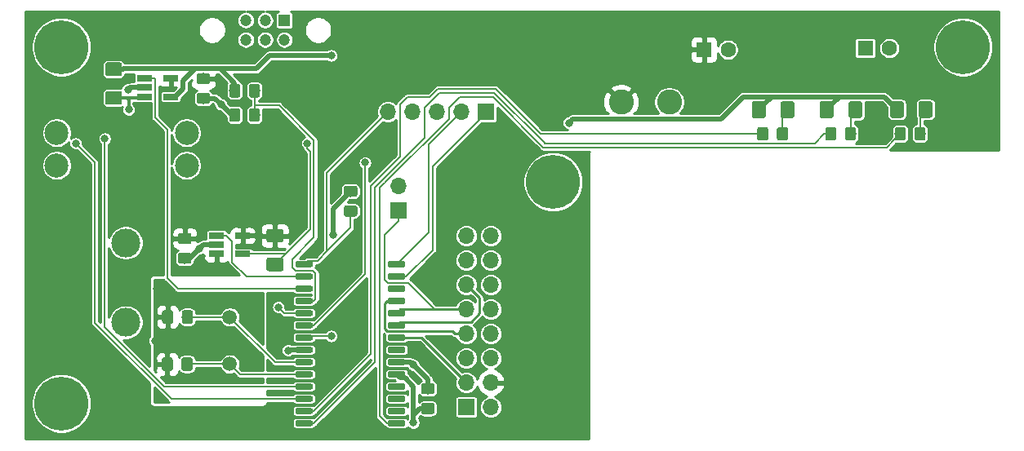
<source format=gtl>
G04 #@! TF.GenerationSoftware,KiCad,Pcbnew,(5.1.2)-1*
G04 #@! TF.CreationDate,2022-03-08T00:19:59-05:00*
G04 #@! TF.ProjectId,telemetry_transmitter,74656c65-6d65-4747-9279-5f7472616e73,rev?*
G04 #@! TF.SameCoordinates,Original*
G04 #@! TF.FileFunction,Copper,L1,Top*
G04 #@! TF.FilePolarity,Positive*
%FSLAX46Y46*%
G04 Gerber Fmt 4.6, Leading zero omitted, Abs format (unit mm)*
G04 Created by KiCad (PCBNEW (5.1.2)-1) date 2022-03-08 00:19:59*
%MOMM*%
%LPD*%
G04 APERTURE LIST*
%ADD10C,1.200000*%
%ADD11R,1.200000X1.200000*%
%ADD12C,0.100000*%
%ADD13C,1.425000*%
%ADD14C,1.150000*%
%ADD15O,1.700000X1.700000*%
%ADD16R,1.700000X1.700000*%
%ADD17C,2.500000*%
%ADD18C,5.600000*%
%ADD19C,3.000000*%
%ADD20C,1.500000*%
%ADD21R,1.560000X0.650000*%
%ADD22C,0.600000*%
%ADD23C,2.600000*%
%ADD24C,1.600000*%
%ADD25R,1.600000X1.600000*%
%ADD26C,0.800000*%
%ADD27C,0.304800*%
%ADD28C,0.508000*%
%ADD29C,0.203200*%
%ADD30C,0.355600*%
%ADD31C,0.254000*%
G04 APERTURE END LIST*
D10*
X137133080Y-70230240D03*
X135133080Y-70230240D03*
X133133080Y-70230240D03*
X133133080Y-68230240D03*
D11*
X137133080Y-68230240D03*
D10*
X135133080Y-68230240D03*
D12*
G36*
X186809524Y-76630444D02*
G01*
X186833793Y-76634044D01*
X186857591Y-76640005D01*
X186880691Y-76648270D01*
X186902869Y-76658760D01*
X186923913Y-76671373D01*
X186943618Y-76685987D01*
X186961797Y-76702463D01*
X186978273Y-76720642D01*
X186992887Y-76740347D01*
X187005500Y-76761391D01*
X187015990Y-76783569D01*
X187024255Y-76806669D01*
X187030216Y-76830467D01*
X187033816Y-76854736D01*
X187035020Y-76879240D01*
X187035020Y-78129240D01*
X187033816Y-78153744D01*
X187030216Y-78178013D01*
X187024255Y-78201811D01*
X187015990Y-78224911D01*
X187005500Y-78247089D01*
X186992887Y-78268133D01*
X186978273Y-78287838D01*
X186961797Y-78306017D01*
X186943618Y-78322493D01*
X186923913Y-78337107D01*
X186902869Y-78349720D01*
X186880691Y-78360210D01*
X186857591Y-78368475D01*
X186833793Y-78374436D01*
X186809524Y-78378036D01*
X186785020Y-78379240D01*
X185860020Y-78379240D01*
X185835516Y-78378036D01*
X185811247Y-78374436D01*
X185787449Y-78368475D01*
X185764349Y-78360210D01*
X185742171Y-78349720D01*
X185721127Y-78337107D01*
X185701422Y-78322493D01*
X185683243Y-78306017D01*
X185666767Y-78287838D01*
X185652153Y-78268133D01*
X185639540Y-78247089D01*
X185629050Y-78224911D01*
X185620785Y-78201811D01*
X185614824Y-78178013D01*
X185611224Y-78153744D01*
X185610020Y-78129240D01*
X185610020Y-76879240D01*
X185611224Y-76854736D01*
X185614824Y-76830467D01*
X185620785Y-76806669D01*
X185629050Y-76783569D01*
X185639540Y-76761391D01*
X185652153Y-76740347D01*
X185666767Y-76720642D01*
X185683243Y-76702463D01*
X185701422Y-76685987D01*
X185721127Y-76671373D01*
X185742171Y-76658760D01*
X185764349Y-76648270D01*
X185787449Y-76640005D01*
X185811247Y-76634044D01*
X185835516Y-76630444D01*
X185860020Y-76629240D01*
X186785020Y-76629240D01*
X186809524Y-76630444D01*
X186809524Y-76630444D01*
G37*
D13*
X186322520Y-77504240D03*
D12*
G36*
X189784524Y-76630444D02*
G01*
X189808793Y-76634044D01*
X189832591Y-76640005D01*
X189855691Y-76648270D01*
X189877869Y-76658760D01*
X189898913Y-76671373D01*
X189918618Y-76685987D01*
X189936797Y-76702463D01*
X189953273Y-76720642D01*
X189967887Y-76740347D01*
X189980500Y-76761391D01*
X189990990Y-76783569D01*
X189999255Y-76806669D01*
X190005216Y-76830467D01*
X190008816Y-76854736D01*
X190010020Y-76879240D01*
X190010020Y-78129240D01*
X190008816Y-78153744D01*
X190005216Y-78178013D01*
X189999255Y-78201811D01*
X189990990Y-78224911D01*
X189980500Y-78247089D01*
X189967887Y-78268133D01*
X189953273Y-78287838D01*
X189936797Y-78306017D01*
X189918618Y-78322493D01*
X189898913Y-78337107D01*
X189877869Y-78349720D01*
X189855691Y-78360210D01*
X189832591Y-78368475D01*
X189808793Y-78374436D01*
X189784524Y-78378036D01*
X189760020Y-78379240D01*
X188835020Y-78379240D01*
X188810516Y-78378036D01*
X188786247Y-78374436D01*
X188762449Y-78368475D01*
X188739349Y-78360210D01*
X188717171Y-78349720D01*
X188696127Y-78337107D01*
X188676422Y-78322493D01*
X188658243Y-78306017D01*
X188641767Y-78287838D01*
X188627153Y-78268133D01*
X188614540Y-78247089D01*
X188604050Y-78224911D01*
X188595785Y-78201811D01*
X188589824Y-78178013D01*
X188586224Y-78153744D01*
X188585020Y-78129240D01*
X188585020Y-76879240D01*
X188586224Y-76854736D01*
X188589824Y-76830467D01*
X188595785Y-76806669D01*
X188604050Y-76783569D01*
X188614540Y-76761391D01*
X188627153Y-76740347D01*
X188641767Y-76720642D01*
X188658243Y-76702463D01*
X188676422Y-76685987D01*
X188696127Y-76671373D01*
X188717171Y-76658760D01*
X188739349Y-76648270D01*
X188762449Y-76640005D01*
X188786247Y-76634044D01*
X188810516Y-76630444D01*
X188835020Y-76629240D01*
X189760020Y-76629240D01*
X189784524Y-76630444D01*
X189784524Y-76630444D01*
G37*
D13*
X189297520Y-77504240D03*
D12*
G36*
X201120824Y-76608204D02*
G01*
X201145093Y-76611804D01*
X201168891Y-76617765D01*
X201191991Y-76626030D01*
X201214169Y-76636520D01*
X201235213Y-76649133D01*
X201254918Y-76663747D01*
X201273097Y-76680223D01*
X201289573Y-76698402D01*
X201304187Y-76718107D01*
X201316800Y-76739151D01*
X201327290Y-76761329D01*
X201335555Y-76784429D01*
X201341516Y-76808227D01*
X201345116Y-76832496D01*
X201346320Y-76857000D01*
X201346320Y-78107000D01*
X201345116Y-78131504D01*
X201341516Y-78155773D01*
X201335555Y-78179571D01*
X201327290Y-78202671D01*
X201316800Y-78224849D01*
X201304187Y-78245893D01*
X201289573Y-78265598D01*
X201273097Y-78283777D01*
X201254918Y-78300253D01*
X201235213Y-78314867D01*
X201214169Y-78327480D01*
X201191991Y-78337970D01*
X201168891Y-78346235D01*
X201145093Y-78352196D01*
X201120824Y-78355796D01*
X201096320Y-78357000D01*
X200171320Y-78357000D01*
X200146816Y-78355796D01*
X200122547Y-78352196D01*
X200098749Y-78346235D01*
X200075649Y-78337970D01*
X200053471Y-78327480D01*
X200032427Y-78314867D01*
X200012722Y-78300253D01*
X199994543Y-78283777D01*
X199978067Y-78265598D01*
X199963453Y-78245893D01*
X199950840Y-78224849D01*
X199940350Y-78202671D01*
X199932085Y-78179571D01*
X199926124Y-78155773D01*
X199922524Y-78131504D01*
X199921320Y-78107000D01*
X199921320Y-76857000D01*
X199922524Y-76832496D01*
X199926124Y-76808227D01*
X199932085Y-76784429D01*
X199940350Y-76761329D01*
X199950840Y-76739151D01*
X199963453Y-76718107D01*
X199978067Y-76698402D01*
X199994543Y-76680223D01*
X200012722Y-76663747D01*
X200032427Y-76649133D01*
X200053471Y-76636520D01*
X200075649Y-76626030D01*
X200098749Y-76617765D01*
X200122547Y-76611804D01*
X200146816Y-76608204D01*
X200171320Y-76607000D01*
X201096320Y-76607000D01*
X201120824Y-76608204D01*
X201120824Y-76608204D01*
G37*
D13*
X200633820Y-77482000D03*
D12*
G36*
X204095824Y-76608204D02*
G01*
X204120093Y-76611804D01*
X204143891Y-76617765D01*
X204166991Y-76626030D01*
X204189169Y-76636520D01*
X204210213Y-76649133D01*
X204229918Y-76663747D01*
X204248097Y-76680223D01*
X204264573Y-76698402D01*
X204279187Y-76718107D01*
X204291800Y-76739151D01*
X204302290Y-76761329D01*
X204310555Y-76784429D01*
X204316516Y-76808227D01*
X204320116Y-76832496D01*
X204321320Y-76857000D01*
X204321320Y-78107000D01*
X204320116Y-78131504D01*
X204316516Y-78155773D01*
X204310555Y-78179571D01*
X204302290Y-78202671D01*
X204291800Y-78224849D01*
X204279187Y-78245893D01*
X204264573Y-78265598D01*
X204248097Y-78283777D01*
X204229918Y-78300253D01*
X204210213Y-78314867D01*
X204189169Y-78327480D01*
X204166991Y-78337970D01*
X204143891Y-78346235D01*
X204120093Y-78352196D01*
X204095824Y-78355796D01*
X204071320Y-78357000D01*
X203146320Y-78357000D01*
X203121816Y-78355796D01*
X203097547Y-78352196D01*
X203073749Y-78346235D01*
X203050649Y-78337970D01*
X203028471Y-78327480D01*
X203007427Y-78314867D01*
X202987722Y-78300253D01*
X202969543Y-78283777D01*
X202953067Y-78265598D01*
X202938453Y-78245893D01*
X202925840Y-78224849D01*
X202915350Y-78202671D01*
X202907085Y-78179571D01*
X202901124Y-78155773D01*
X202897524Y-78131504D01*
X202896320Y-78107000D01*
X202896320Y-76857000D01*
X202897524Y-76832496D01*
X202901124Y-76808227D01*
X202907085Y-76784429D01*
X202915350Y-76761329D01*
X202925840Y-76739151D01*
X202938453Y-76718107D01*
X202953067Y-76698402D01*
X202969543Y-76680223D01*
X202987722Y-76663747D01*
X203007427Y-76649133D01*
X203028471Y-76636520D01*
X203050649Y-76626030D01*
X203073749Y-76617765D01*
X203097547Y-76611804D01*
X203121816Y-76608204D01*
X203146320Y-76607000D01*
X204071320Y-76607000D01*
X204095824Y-76608204D01*
X204095824Y-76608204D01*
G37*
D13*
X203608820Y-77482000D03*
D12*
G36*
X193846264Y-76630444D02*
G01*
X193870533Y-76634044D01*
X193894331Y-76640005D01*
X193917431Y-76648270D01*
X193939609Y-76658760D01*
X193960653Y-76671373D01*
X193980358Y-76685987D01*
X193998537Y-76702463D01*
X194015013Y-76720642D01*
X194029627Y-76740347D01*
X194042240Y-76761391D01*
X194052730Y-76783569D01*
X194060995Y-76806669D01*
X194066956Y-76830467D01*
X194070556Y-76854736D01*
X194071760Y-76879240D01*
X194071760Y-78129240D01*
X194070556Y-78153744D01*
X194066956Y-78178013D01*
X194060995Y-78201811D01*
X194052730Y-78224911D01*
X194042240Y-78247089D01*
X194029627Y-78268133D01*
X194015013Y-78287838D01*
X193998537Y-78306017D01*
X193980358Y-78322493D01*
X193960653Y-78337107D01*
X193939609Y-78349720D01*
X193917431Y-78360210D01*
X193894331Y-78368475D01*
X193870533Y-78374436D01*
X193846264Y-78378036D01*
X193821760Y-78379240D01*
X192896760Y-78379240D01*
X192872256Y-78378036D01*
X192847987Y-78374436D01*
X192824189Y-78368475D01*
X192801089Y-78360210D01*
X192778911Y-78349720D01*
X192757867Y-78337107D01*
X192738162Y-78322493D01*
X192719983Y-78306017D01*
X192703507Y-78287838D01*
X192688893Y-78268133D01*
X192676280Y-78247089D01*
X192665790Y-78224911D01*
X192657525Y-78201811D01*
X192651564Y-78178013D01*
X192647964Y-78153744D01*
X192646760Y-78129240D01*
X192646760Y-76879240D01*
X192647964Y-76854736D01*
X192651564Y-76830467D01*
X192657525Y-76806669D01*
X192665790Y-76783569D01*
X192676280Y-76761391D01*
X192688893Y-76740347D01*
X192703507Y-76720642D01*
X192719983Y-76702463D01*
X192738162Y-76685987D01*
X192757867Y-76671373D01*
X192778911Y-76658760D01*
X192801089Y-76648270D01*
X192824189Y-76640005D01*
X192847987Y-76634044D01*
X192872256Y-76630444D01*
X192896760Y-76629240D01*
X193821760Y-76629240D01*
X193846264Y-76630444D01*
X193846264Y-76630444D01*
G37*
D13*
X193359260Y-77504240D03*
D12*
G36*
X196821264Y-76630444D02*
G01*
X196845533Y-76634044D01*
X196869331Y-76640005D01*
X196892431Y-76648270D01*
X196914609Y-76658760D01*
X196935653Y-76671373D01*
X196955358Y-76685987D01*
X196973537Y-76702463D01*
X196990013Y-76720642D01*
X197004627Y-76740347D01*
X197017240Y-76761391D01*
X197027730Y-76783569D01*
X197035995Y-76806669D01*
X197041956Y-76830467D01*
X197045556Y-76854736D01*
X197046760Y-76879240D01*
X197046760Y-78129240D01*
X197045556Y-78153744D01*
X197041956Y-78178013D01*
X197035995Y-78201811D01*
X197027730Y-78224911D01*
X197017240Y-78247089D01*
X197004627Y-78268133D01*
X196990013Y-78287838D01*
X196973537Y-78306017D01*
X196955358Y-78322493D01*
X196935653Y-78337107D01*
X196914609Y-78349720D01*
X196892431Y-78360210D01*
X196869331Y-78368475D01*
X196845533Y-78374436D01*
X196821264Y-78378036D01*
X196796760Y-78379240D01*
X195871760Y-78379240D01*
X195847256Y-78378036D01*
X195822987Y-78374436D01*
X195799189Y-78368475D01*
X195776089Y-78360210D01*
X195753911Y-78349720D01*
X195732867Y-78337107D01*
X195713162Y-78322493D01*
X195694983Y-78306017D01*
X195678507Y-78287838D01*
X195663893Y-78268133D01*
X195651280Y-78247089D01*
X195640790Y-78224911D01*
X195632525Y-78201811D01*
X195626564Y-78178013D01*
X195622964Y-78153744D01*
X195621760Y-78129240D01*
X195621760Y-76879240D01*
X195622964Y-76854736D01*
X195626564Y-76830467D01*
X195632525Y-76806669D01*
X195640790Y-76783569D01*
X195651280Y-76761391D01*
X195663893Y-76740347D01*
X195678507Y-76720642D01*
X195694983Y-76702463D01*
X195713162Y-76685987D01*
X195732867Y-76671373D01*
X195753911Y-76658760D01*
X195776089Y-76648270D01*
X195799189Y-76640005D01*
X195822987Y-76634044D01*
X195847256Y-76630444D01*
X195871760Y-76629240D01*
X196796760Y-76629240D01*
X196821264Y-76630444D01*
X196821264Y-76630444D01*
G37*
D13*
X196334260Y-77504240D03*
D12*
G36*
X201332905Y-79311204D02*
G01*
X201357173Y-79314804D01*
X201380972Y-79320765D01*
X201404071Y-79329030D01*
X201426250Y-79339520D01*
X201447293Y-79352132D01*
X201466999Y-79366747D01*
X201485177Y-79383223D01*
X201501653Y-79401401D01*
X201516268Y-79421107D01*
X201528880Y-79442150D01*
X201539370Y-79464329D01*
X201547635Y-79487428D01*
X201553596Y-79511227D01*
X201557196Y-79535495D01*
X201558400Y-79559999D01*
X201558400Y-80460001D01*
X201557196Y-80484505D01*
X201553596Y-80508773D01*
X201547635Y-80532572D01*
X201539370Y-80555671D01*
X201528880Y-80577850D01*
X201516268Y-80598893D01*
X201501653Y-80618599D01*
X201485177Y-80636777D01*
X201466999Y-80653253D01*
X201447293Y-80667868D01*
X201426250Y-80680480D01*
X201404071Y-80690970D01*
X201380972Y-80699235D01*
X201357173Y-80705196D01*
X201332905Y-80708796D01*
X201308401Y-80710000D01*
X200658399Y-80710000D01*
X200633895Y-80708796D01*
X200609627Y-80705196D01*
X200585828Y-80699235D01*
X200562729Y-80690970D01*
X200540550Y-80680480D01*
X200519507Y-80667868D01*
X200499801Y-80653253D01*
X200481623Y-80636777D01*
X200465147Y-80618599D01*
X200450532Y-80598893D01*
X200437920Y-80577850D01*
X200427430Y-80555671D01*
X200419165Y-80532572D01*
X200413204Y-80508773D01*
X200409604Y-80484505D01*
X200408400Y-80460001D01*
X200408400Y-79559999D01*
X200409604Y-79535495D01*
X200413204Y-79511227D01*
X200419165Y-79487428D01*
X200427430Y-79464329D01*
X200437920Y-79442150D01*
X200450532Y-79421107D01*
X200465147Y-79401401D01*
X200481623Y-79383223D01*
X200499801Y-79366747D01*
X200519507Y-79352132D01*
X200540550Y-79339520D01*
X200562729Y-79329030D01*
X200585828Y-79320765D01*
X200609627Y-79314804D01*
X200633895Y-79311204D01*
X200658399Y-79310000D01*
X201308401Y-79310000D01*
X201332905Y-79311204D01*
X201332905Y-79311204D01*
G37*
D14*
X200983400Y-80010000D03*
D12*
G36*
X203382905Y-79311204D02*
G01*
X203407173Y-79314804D01*
X203430972Y-79320765D01*
X203454071Y-79329030D01*
X203476250Y-79339520D01*
X203497293Y-79352132D01*
X203516999Y-79366747D01*
X203535177Y-79383223D01*
X203551653Y-79401401D01*
X203566268Y-79421107D01*
X203578880Y-79442150D01*
X203589370Y-79464329D01*
X203597635Y-79487428D01*
X203603596Y-79511227D01*
X203607196Y-79535495D01*
X203608400Y-79559999D01*
X203608400Y-80460001D01*
X203607196Y-80484505D01*
X203603596Y-80508773D01*
X203597635Y-80532572D01*
X203589370Y-80555671D01*
X203578880Y-80577850D01*
X203566268Y-80598893D01*
X203551653Y-80618599D01*
X203535177Y-80636777D01*
X203516999Y-80653253D01*
X203497293Y-80667868D01*
X203476250Y-80680480D01*
X203454071Y-80690970D01*
X203430972Y-80699235D01*
X203407173Y-80705196D01*
X203382905Y-80708796D01*
X203358401Y-80710000D01*
X202708399Y-80710000D01*
X202683895Y-80708796D01*
X202659627Y-80705196D01*
X202635828Y-80699235D01*
X202612729Y-80690970D01*
X202590550Y-80680480D01*
X202569507Y-80667868D01*
X202549801Y-80653253D01*
X202531623Y-80636777D01*
X202515147Y-80618599D01*
X202500532Y-80598893D01*
X202487920Y-80577850D01*
X202477430Y-80555671D01*
X202469165Y-80532572D01*
X202463204Y-80508773D01*
X202459604Y-80484505D01*
X202458400Y-80460001D01*
X202458400Y-79559999D01*
X202459604Y-79535495D01*
X202463204Y-79511227D01*
X202469165Y-79487428D01*
X202477430Y-79464329D01*
X202487920Y-79442150D01*
X202500532Y-79421107D01*
X202515147Y-79401401D01*
X202531623Y-79383223D01*
X202549801Y-79366747D01*
X202569507Y-79352132D01*
X202590550Y-79339520D01*
X202612729Y-79329030D01*
X202635828Y-79320765D01*
X202659627Y-79314804D01*
X202683895Y-79311204D01*
X202708399Y-79310000D01*
X203358401Y-79310000D01*
X203382905Y-79311204D01*
X203382905Y-79311204D01*
G37*
D14*
X203033400Y-80010000D03*
D12*
G36*
X187079585Y-79311204D02*
G01*
X187103853Y-79314804D01*
X187127652Y-79320765D01*
X187150751Y-79329030D01*
X187172930Y-79339520D01*
X187193973Y-79352132D01*
X187213679Y-79366747D01*
X187231857Y-79383223D01*
X187248333Y-79401401D01*
X187262948Y-79421107D01*
X187275560Y-79442150D01*
X187286050Y-79464329D01*
X187294315Y-79487428D01*
X187300276Y-79511227D01*
X187303876Y-79535495D01*
X187305080Y-79559999D01*
X187305080Y-80460001D01*
X187303876Y-80484505D01*
X187300276Y-80508773D01*
X187294315Y-80532572D01*
X187286050Y-80555671D01*
X187275560Y-80577850D01*
X187262948Y-80598893D01*
X187248333Y-80618599D01*
X187231857Y-80636777D01*
X187213679Y-80653253D01*
X187193973Y-80667868D01*
X187172930Y-80680480D01*
X187150751Y-80690970D01*
X187127652Y-80699235D01*
X187103853Y-80705196D01*
X187079585Y-80708796D01*
X187055081Y-80710000D01*
X186405079Y-80710000D01*
X186380575Y-80708796D01*
X186356307Y-80705196D01*
X186332508Y-80699235D01*
X186309409Y-80690970D01*
X186287230Y-80680480D01*
X186266187Y-80667868D01*
X186246481Y-80653253D01*
X186228303Y-80636777D01*
X186211827Y-80618599D01*
X186197212Y-80598893D01*
X186184600Y-80577850D01*
X186174110Y-80555671D01*
X186165845Y-80532572D01*
X186159884Y-80508773D01*
X186156284Y-80484505D01*
X186155080Y-80460001D01*
X186155080Y-79559999D01*
X186156284Y-79535495D01*
X186159884Y-79511227D01*
X186165845Y-79487428D01*
X186174110Y-79464329D01*
X186184600Y-79442150D01*
X186197212Y-79421107D01*
X186211827Y-79401401D01*
X186228303Y-79383223D01*
X186246481Y-79366747D01*
X186266187Y-79352132D01*
X186287230Y-79339520D01*
X186309409Y-79329030D01*
X186332508Y-79320765D01*
X186356307Y-79314804D01*
X186380575Y-79311204D01*
X186405079Y-79310000D01*
X187055081Y-79310000D01*
X187079585Y-79311204D01*
X187079585Y-79311204D01*
G37*
D14*
X186730080Y-80010000D03*
D12*
G36*
X189129585Y-79311204D02*
G01*
X189153853Y-79314804D01*
X189177652Y-79320765D01*
X189200751Y-79329030D01*
X189222930Y-79339520D01*
X189243973Y-79352132D01*
X189263679Y-79366747D01*
X189281857Y-79383223D01*
X189298333Y-79401401D01*
X189312948Y-79421107D01*
X189325560Y-79442150D01*
X189336050Y-79464329D01*
X189344315Y-79487428D01*
X189350276Y-79511227D01*
X189353876Y-79535495D01*
X189355080Y-79559999D01*
X189355080Y-80460001D01*
X189353876Y-80484505D01*
X189350276Y-80508773D01*
X189344315Y-80532572D01*
X189336050Y-80555671D01*
X189325560Y-80577850D01*
X189312948Y-80598893D01*
X189298333Y-80618599D01*
X189281857Y-80636777D01*
X189263679Y-80653253D01*
X189243973Y-80667868D01*
X189222930Y-80680480D01*
X189200751Y-80690970D01*
X189177652Y-80699235D01*
X189153853Y-80705196D01*
X189129585Y-80708796D01*
X189105081Y-80710000D01*
X188455079Y-80710000D01*
X188430575Y-80708796D01*
X188406307Y-80705196D01*
X188382508Y-80699235D01*
X188359409Y-80690970D01*
X188337230Y-80680480D01*
X188316187Y-80667868D01*
X188296481Y-80653253D01*
X188278303Y-80636777D01*
X188261827Y-80618599D01*
X188247212Y-80598893D01*
X188234600Y-80577850D01*
X188224110Y-80555671D01*
X188215845Y-80532572D01*
X188209884Y-80508773D01*
X188206284Y-80484505D01*
X188205080Y-80460001D01*
X188205080Y-79559999D01*
X188206284Y-79535495D01*
X188209884Y-79511227D01*
X188215845Y-79487428D01*
X188224110Y-79464329D01*
X188234600Y-79442150D01*
X188247212Y-79421107D01*
X188261827Y-79401401D01*
X188278303Y-79383223D01*
X188296481Y-79366747D01*
X188316187Y-79352132D01*
X188337230Y-79339520D01*
X188359409Y-79329030D01*
X188382508Y-79320765D01*
X188406307Y-79314804D01*
X188430575Y-79311204D01*
X188455079Y-79310000D01*
X189105081Y-79310000D01*
X189129585Y-79311204D01*
X189129585Y-79311204D01*
G37*
D14*
X188780080Y-80010000D03*
D12*
G36*
X194133505Y-79311204D02*
G01*
X194157773Y-79314804D01*
X194181572Y-79320765D01*
X194204671Y-79329030D01*
X194226850Y-79339520D01*
X194247893Y-79352132D01*
X194267599Y-79366747D01*
X194285777Y-79383223D01*
X194302253Y-79401401D01*
X194316868Y-79421107D01*
X194329480Y-79442150D01*
X194339970Y-79464329D01*
X194348235Y-79487428D01*
X194354196Y-79511227D01*
X194357796Y-79535495D01*
X194359000Y-79559999D01*
X194359000Y-80460001D01*
X194357796Y-80484505D01*
X194354196Y-80508773D01*
X194348235Y-80532572D01*
X194339970Y-80555671D01*
X194329480Y-80577850D01*
X194316868Y-80598893D01*
X194302253Y-80618599D01*
X194285777Y-80636777D01*
X194267599Y-80653253D01*
X194247893Y-80667868D01*
X194226850Y-80680480D01*
X194204671Y-80690970D01*
X194181572Y-80699235D01*
X194157773Y-80705196D01*
X194133505Y-80708796D01*
X194109001Y-80710000D01*
X193458999Y-80710000D01*
X193434495Y-80708796D01*
X193410227Y-80705196D01*
X193386428Y-80699235D01*
X193363329Y-80690970D01*
X193341150Y-80680480D01*
X193320107Y-80667868D01*
X193300401Y-80653253D01*
X193282223Y-80636777D01*
X193265747Y-80618599D01*
X193251132Y-80598893D01*
X193238520Y-80577850D01*
X193228030Y-80555671D01*
X193219765Y-80532572D01*
X193213804Y-80508773D01*
X193210204Y-80484505D01*
X193209000Y-80460001D01*
X193209000Y-79559999D01*
X193210204Y-79535495D01*
X193213804Y-79511227D01*
X193219765Y-79487428D01*
X193228030Y-79464329D01*
X193238520Y-79442150D01*
X193251132Y-79421107D01*
X193265747Y-79401401D01*
X193282223Y-79383223D01*
X193300401Y-79366747D01*
X193320107Y-79352132D01*
X193341150Y-79339520D01*
X193363329Y-79329030D01*
X193386428Y-79320765D01*
X193410227Y-79314804D01*
X193434495Y-79311204D01*
X193458999Y-79310000D01*
X194109001Y-79310000D01*
X194133505Y-79311204D01*
X194133505Y-79311204D01*
G37*
D14*
X193784000Y-80010000D03*
D12*
G36*
X196183505Y-79311204D02*
G01*
X196207773Y-79314804D01*
X196231572Y-79320765D01*
X196254671Y-79329030D01*
X196276850Y-79339520D01*
X196297893Y-79352132D01*
X196317599Y-79366747D01*
X196335777Y-79383223D01*
X196352253Y-79401401D01*
X196366868Y-79421107D01*
X196379480Y-79442150D01*
X196389970Y-79464329D01*
X196398235Y-79487428D01*
X196404196Y-79511227D01*
X196407796Y-79535495D01*
X196409000Y-79559999D01*
X196409000Y-80460001D01*
X196407796Y-80484505D01*
X196404196Y-80508773D01*
X196398235Y-80532572D01*
X196389970Y-80555671D01*
X196379480Y-80577850D01*
X196366868Y-80598893D01*
X196352253Y-80618599D01*
X196335777Y-80636777D01*
X196317599Y-80653253D01*
X196297893Y-80667868D01*
X196276850Y-80680480D01*
X196254671Y-80690970D01*
X196231572Y-80699235D01*
X196207773Y-80705196D01*
X196183505Y-80708796D01*
X196159001Y-80710000D01*
X195508999Y-80710000D01*
X195484495Y-80708796D01*
X195460227Y-80705196D01*
X195436428Y-80699235D01*
X195413329Y-80690970D01*
X195391150Y-80680480D01*
X195370107Y-80667868D01*
X195350401Y-80653253D01*
X195332223Y-80636777D01*
X195315747Y-80618599D01*
X195301132Y-80598893D01*
X195288520Y-80577850D01*
X195278030Y-80555671D01*
X195269765Y-80532572D01*
X195263804Y-80508773D01*
X195260204Y-80484505D01*
X195259000Y-80460001D01*
X195259000Y-79559999D01*
X195260204Y-79535495D01*
X195263804Y-79511227D01*
X195269765Y-79487428D01*
X195278030Y-79464329D01*
X195288520Y-79442150D01*
X195301132Y-79421107D01*
X195315747Y-79401401D01*
X195332223Y-79383223D01*
X195350401Y-79366747D01*
X195370107Y-79352132D01*
X195391150Y-79339520D01*
X195413329Y-79329030D01*
X195436428Y-79320765D01*
X195460227Y-79314804D01*
X195484495Y-79311204D01*
X195508999Y-79310000D01*
X196159001Y-79310000D01*
X196183505Y-79311204D01*
X196183505Y-79311204D01*
G37*
D14*
X195834000Y-80010000D03*
D15*
X158540000Y-90601800D03*
X156000000Y-90601800D03*
X158540000Y-93141800D03*
X156000000Y-93141800D03*
X158540000Y-95681800D03*
X156000000Y-95681800D03*
X158540000Y-98221800D03*
X156000000Y-98221800D03*
X158540000Y-100761800D03*
X156000000Y-100761800D03*
X158540000Y-103301800D03*
X156000000Y-103301800D03*
X158540000Y-105841800D03*
X156000000Y-105841800D03*
X158540000Y-108381800D03*
D16*
X156000000Y-108381800D03*
D17*
X113528920Y-83294960D03*
X113528920Y-79894960D03*
X126998920Y-79894960D03*
X126998920Y-83294960D03*
D15*
X147868640Y-77708760D03*
X150408640Y-77708760D03*
X152948640Y-77708760D03*
X155488640Y-77708760D03*
D16*
X158028640Y-77708760D03*
D18*
X114000000Y-71000000D03*
X114000000Y-108000000D03*
X165000000Y-85000000D03*
X207500000Y-71000000D03*
D19*
X120685560Y-91328160D03*
X120685560Y-99578160D03*
D20*
X131480560Y-103914600D03*
X131480560Y-99034600D03*
D21*
X125352800Y-74254320D03*
X125352800Y-76154320D03*
X122652800Y-76154320D03*
X122652800Y-75204320D03*
X122652800Y-74254320D03*
X132803880Y-90576320D03*
X132803880Y-92476320D03*
X130103880Y-92476320D03*
X130103880Y-91526320D03*
X130103880Y-90576320D03*
D12*
G36*
X149533423Y-93248922D02*
G01*
X149547984Y-93251082D01*
X149562263Y-93254659D01*
X149576123Y-93259618D01*
X149589430Y-93265912D01*
X149602056Y-93273480D01*
X149613879Y-93282248D01*
X149624786Y-93292134D01*
X149634672Y-93303041D01*
X149643440Y-93314864D01*
X149651008Y-93327490D01*
X149657302Y-93340797D01*
X149662261Y-93354657D01*
X149665838Y-93368936D01*
X149667998Y-93383497D01*
X149668720Y-93398200D01*
X149668720Y-93698200D01*
X149667998Y-93712903D01*
X149665838Y-93727464D01*
X149662261Y-93741743D01*
X149657302Y-93755603D01*
X149651008Y-93768910D01*
X149643440Y-93781536D01*
X149634672Y-93793359D01*
X149624786Y-93804266D01*
X149613879Y-93814152D01*
X149602056Y-93822920D01*
X149589430Y-93830488D01*
X149576123Y-93836782D01*
X149562263Y-93841741D01*
X149547984Y-93845318D01*
X149533423Y-93847478D01*
X149518720Y-93848200D01*
X148018720Y-93848200D01*
X148004017Y-93847478D01*
X147989456Y-93845318D01*
X147975177Y-93841741D01*
X147961317Y-93836782D01*
X147948010Y-93830488D01*
X147935384Y-93822920D01*
X147923561Y-93814152D01*
X147912654Y-93804266D01*
X147902768Y-93793359D01*
X147894000Y-93781536D01*
X147886432Y-93768910D01*
X147880138Y-93755603D01*
X147875179Y-93741743D01*
X147871602Y-93727464D01*
X147869442Y-93712903D01*
X147868720Y-93698200D01*
X147868720Y-93398200D01*
X147869442Y-93383497D01*
X147871602Y-93368936D01*
X147875179Y-93354657D01*
X147880138Y-93340797D01*
X147886432Y-93327490D01*
X147894000Y-93314864D01*
X147902768Y-93303041D01*
X147912654Y-93292134D01*
X147923561Y-93282248D01*
X147935384Y-93273480D01*
X147948010Y-93265912D01*
X147961317Y-93259618D01*
X147975177Y-93254659D01*
X147989456Y-93251082D01*
X148004017Y-93248922D01*
X148018720Y-93248200D01*
X149518720Y-93248200D01*
X149533423Y-93248922D01*
X149533423Y-93248922D01*
G37*
D22*
X148768720Y-93548200D03*
D12*
G36*
X149533423Y-94518922D02*
G01*
X149547984Y-94521082D01*
X149562263Y-94524659D01*
X149576123Y-94529618D01*
X149589430Y-94535912D01*
X149602056Y-94543480D01*
X149613879Y-94552248D01*
X149624786Y-94562134D01*
X149634672Y-94573041D01*
X149643440Y-94584864D01*
X149651008Y-94597490D01*
X149657302Y-94610797D01*
X149662261Y-94624657D01*
X149665838Y-94638936D01*
X149667998Y-94653497D01*
X149668720Y-94668200D01*
X149668720Y-94968200D01*
X149667998Y-94982903D01*
X149665838Y-94997464D01*
X149662261Y-95011743D01*
X149657302Y-95025603D01*
X149651008Y-95038910D01*
X149643440Y-95051536D01*
X149634672Y-95063359D01*
X149624786Y-95074266D01*
X149613879Y-95084152D01*
X149602056Y-95092920D01*
X149589430Y-95100488D01*
X149576123Y-95106782D01*
X149562263Y-95111741D01*
X149547984Y-95115318D01*
X149533423Y-95117478D01*
X149518720Y-95118200D01*
X148018720Y-95118200D01*
X148004017Y-95117478D01*
X147989456Y-95115318D01*
X147975177Y-95111741D01*
X147961317Y-95106782D01*
X147948010Y-95100488D01*
X147935384Y-95092920D01*
X147923561Y-95084152D01*
X147912654Y-95074266D01*
X147902768Y-95063359D01*
X147894000Y-95051536D01*
X147886432Y-95038910D01*
X147880138Y-95025603D01*
X147875179Y-95011743D01*
X147871602Y-94997464D01*
X147869442Y-94982903D01*
X147868720Y-94968200D01*
X147868720Y-94668200D01*
X147869442Y-94653497D01*
X147871602Y-94638936D01*
X147875179Y-94624657D01*
X147880138Y-94610797D01*
X147886432Y-94597490D01*
X147894000Y-94584864D01*
X147902768Y-94573041D01*
X147912654Y-94562134D01*
X147923561Y-94552248D01*
X147935384Y-94543480D01*
X147948010Y-94535912D01*
X147961317Y-94529618D01*
X147975177Y-94524659D01*
X147989456Y-94521082D01*
X148004017Y-94518922D01*
X148018720Y-94518200D01*
X149518720Y-94518200D01*
X149533423Y-94518922D01*
X149533423Y-94518922D01*
G37*
D22*
X148768720Y-94818200D03*
D12*
G36*
X149533423Y-95788922D02*
G01*
X149547984Y-95791082D01*
X149562263Y-95794659D01*
X149576123Y-95799618D01*
X149589430Y-95805912D01*
X149602056Y-95813480D01*
X149613879Y-95822248D01*
X149624786Y-95832134D01*
X149634672Y-95843041D01*
X149643440Y-95854864D01*
X149651008Y-95867490D01*
X149657302Y-95880797D01*
X149662261Y-95894657D01*
X149665838Y-95908936D01*
X149667998Y-95923497D01*
X149668720Y-95938200D01*
X149668720Y-96238200D01*
X149667998Y-96252903D01*
X149665838Y-96267464D01*
X149662261Y-96281743D01*
X149657302Y-96295603D01*
X149651008Y-96308910D01*
X149643440Y-96321536D01*
X149634672Y-96333359D01*
X149624786Y-96344266D01*
X149613879Y-96354152D01*
X149602056Y-96362920D01*
X149589430Y-96370488D01*
X149576123Y-96376782D01*
X149562263Y-96381741D01*
X149547984Y-96385318D01*
X149533423Y-96387478D01*
X149518720Y-96388200D01*
X148018720Y-96388200D01*
X148004017Y-96387478D01*
X147989456Y-96385318D01*
X147975177Y-96381741D01*
X147961317Y-96376782D01*
X147948010Y-96370488D01*
X147935384Y-96362920D01*
X147923561Y-96354152D01*
X147912654Y-96344266D01*
X147902768Y-96333359D01*
X147894000Y-96321536D01*
X147886432Y-96308910D01*
X147880138Y-96295603D01*
X147875179Y-96281743D01*
X147871602Y-96267464D01*
X147869442Y-96252903D01*
X147868720Y-96238200D01*
X147868720Y-95938200D01*
X147869442Y-95923497D01*
X147871602Y-95908936D01*
X147875179Y-95894657D01*
X147880138Y-95880797D01*
X147886432Y-95867490D01*
X147894000Y-95854864D01*
X147902768Y-95843041D01*
X147912654Y-95832134D01*
X147923561Y-95822248D01*
X147935384Y-95813480D01*
X147948010Y-95805912D01*
X147961317Y-95799618D01*
X147975177Y-95794659D01*
X147989456Y-95791082D01*
X148004017Y-95788922D01*
X148018720Y-95788200D01*
X149518720Y-95788200D01*
X149533423Y-95788922D01*
X149533423Y-95788922D01*
G37*
D22*
X148768720Y-96088200D03*
D12*
G36*
X149533423Y-97058922D02*
G01*
X149547984Y-97061082D01*
X149562263Y-97064659D01*
X149576123Y-97069618D01*
X149589430Y-97075912D01*
X149602056Y-97083480D01*
X149613879Y-97092248D01*
X149624786Y-97102134D01*
X149634672Y-97113041D01*
X149643440Y-97124864D01*
X149651008Y-97137490D01*
X149657302Y-97150797D01*
X149662261Y-97164657D01*
X149665838Y-97178936D01*
X149667998Y-97193497D01*
X149668720Y-97208200D01*
X149668720Y-97508200D01*
X149667998Y-97522903D01*
X149665838Y-97537464D01*
X149662261Y-97551743D01*
X149657302Y-97565603D01*
X149651008Y-97578910D01*
X149643440Y-97591536D01*
X149634672Y-97603359D01*
X149624786Y-97614266D01*
X149613879Y-97624152D01*
X149602056Y-97632920D01*
X149589430Y-97640488D01*
X149576123Y-97646782D01*
X149562263Y-97651741D01*
X149547984Y-97655318D01*
X149533423Y-97657478D01*
X149518720Y-97658200D01*
X148018720Y-97658200D01*
X148004017Y-97657478D01*
X147989456Y-97655318D01*
X147975177Y-97651741D01*
X147961317Y-97646782D01*
X147948010Y-97640488D01*
X147935384Y-97632920D01*
X147923561Y-97624152D01*
X147912654Y-97614266D01*
X147902768Y-97603359D01*
X147894000Y-97591536D01*
X147886432Y-97578910D01*
X147880138Y-97565603D01*
X147875179Y-97551743D01*
X147871602Y-97537464D01*
X147869442Y-97522903D01*
X147868720Y-97508200D01*
X147868720Y-97208200D01*
X147869442Y-97193497D01*
X147871602Y-97178936D01*
X147875179Y-97164657D01*
X147880138Y-97150797D01*
X147886432Y-97137490D01*
X147894000Y-97124864D01*
X147902768Y-97113041D01*
X147912654Y-97102134D01*
X147923561Y-97092248D01*
X147935384Y-97083480D01*
X147948010Y-97075912D01*
X147961317Y-97069618D01*
X147975177Y-97064659D01*
X147989456Y-97061082D01*
X148004017Y-97058922D01*
X148018720Y-97058200D01*
X149518720Y-97058200D01*
X149533423Y-97058922D01*
X149533423Y-97058922D01*
G37*
D22*
X148768720Y-97358200D03*
D12*
G36*
X149533423Y-98328922D02*
G01*
X149547984Y-98331082D01*
X149562263Y-98334659D01*
X149576123Y-98339618D01*
X149589430Y-98345912D01*
X149602056Y-98353480D01*
X149613879Y-98362248D01*
X149624786Y-98372134D01*
X149634672Y-98383041D01*
X149643440Y-98394864D01*
X149651008Y-98407490D01*
X149657302Y-98420797D01*
X149662261Y-98434657D01*
X149665838Y-98448936D01*
X149667998Y-98463497D01*
X149668720Y-98478200D01*
X149668720Y-98778200D01*
X149667998Y-98792903D01*
X149665838Y-98807464D01*
X149662261Y-98821743D01*
X149657302Y-98835603D01*
X149651008Y-98848910D01*
X149643440Y-98861536D01*
X149634672Y-98873359D01*
X149624786Y-98884266D01*
X149613879Y-98894152D01*
X149602056Y-98902920D01*
X149589430Y-98910488D01*
X149576123Y-98916782D01*
X149562263Y-98921741D01*
X149547984Y-98925318D01*
X149533423Y-98927478D01*
X149518720Y-98928200D01*
X148018720Y-98928200D01*
X148004017Y-98927478D01*
X147989456Y-98925318D01*
X147975177Y-98921741D01*
X147961317Y-98916782D01*
X147948010Y-98910488D01*
X147935384Y-98902920D01*
X147923561Y-98894152D01*
X147912654Y-98884266D01*
X147902768Y-98873359D01*
X147894000Y-98861536D01*
X147886432Y-98848910D01*
X147880138Y-98835603D01*
X147875179Y-98821743D01*
X147871602Y-98807464D01*
X147869442Y-98792903D01*
X147868720Y-98778200D01*
X147868720Y-98478200D01*
X147869442Y-98463497D01*
X147871602Y-98448936D01*
X147875179Y-98434657D01*
X147880138Y-98420797D01*
X147886432Y-98407490D01*
X147894000Y-98394864D01*
X147902768Y-98383041D01*
X147912654Y-98372134D01*
X147923561Y-98362248D01*
X147935384Y-98353480D01*
X147948010Y-98345912D01*
X147961317Y-98339618D01*
X147975177Y-98334659D01*
X147989456Y-98331082D01*
X148004017Y-98328922D01*
X148018720Y-98328200D01*
X149518720Y-98328200D01*
X149533423Y-98328922D01*
X149533423Y-98328922D01*
G37*
D22*
X148768720Y-98628200D03*
D12*
G36*
X149533423Y-99598922D02*
G01*
X149547984Y-99601082D01*
X149562263Y-99604659D01*
X149576123Y-99609618D01*
X149589430Y-99615912D01*
X149602056Y-99623480D01*
X149613879Y-99632248D01*
X149624786Y-99642134D01*
X149634672Y-99653041D01*
X149643440Y-99664864D01*
X149651008Y-99677490D01*
X149657302Y-99690797D01*
X149662261Y-99704657D01*
X149665838Y-99718936D01*
X149667998Y-99733497D01*
X149668720Y-99748200D01*
X149668720Y-100048200D01*
X149667998Y-100062903D01*
X149665838Y-100077464D01*
X149662261Y-100091743D01*
X149657302Y-100105603D01*
X149651008Y-100118910D01*
X149643440Y-100131536D01*
X149634672Y-100143359D01*
X149624786Y-100154266D01*
X149613879Y-100164152D01*
X149602056Y-100172920D01*
X149589430Y-100180488D01*
X149576123Y-100186782D01*
X149562263Y-100191741D01*
X149547984Y-100195318D01*
X149533423Y-100197478D01*
X149518720Y-100198200D01*
X148018720Y-100198200D01*
X148004017Y-100197478D01*
X147989456Y-100195318D01*
X147975177Y-100191741D01*
X147961317Y-100186782D01*
X147948010Y-100180488D01*
X147935384Y-100172920D01*
X147923561Y-100164152D01*
X147912654Y-100154266D01*
X147902768Y-100143359D01*
X147894000Y-100131536D01*
X147886432Y-100118910D01*
X147880138Y-100105603D01*
X147875179Y-100091743D01*
X147871602Y-100077464D01*
X147869442Y-100062903D01*
X147868720Y-100048200D01*
X147868720Y-99748200D01*
X147869442Y-99733497D01*
X147871602Y-99718936D01*
X147875179Y-99704657D01*
X147880138Y-99690797D01*
X147886432Y-99677490D01*
X147894000Y-99664864D01*
X147902768Y-99653041D01*
X147912654Y-99642134D01*
X147923561Y-99632248D01*
X147935384Y-99623480D01*
X147948010Y-99615912D01*
X147961317Y-99609618D01*
X147975177Y-99604659D01*
X147989456Y-99601082D01*
X148004017Y-99598922D01*
X148018720Y-99598200D01*
X149518720Y-99598200D01*
X149533423Y-99598922D01*
X149533423Y-99598922D01*
G37*
D22*
X148768720Y-99898200D03*
D12*
G36*
X149533423Y-100868922D02*
G01*
X149547984Y-100871082D01*
X149562263Y-100874659D01*
X149576123Y-100879618D01*
X149589430Y-100885912D01*
X149602056Y-100893480D01*
X149613879Y-100902248D01*
X149624786Y-100912134D01*
X149634672Y-100923041D01*
X149643440Y-100934864D01*
X149651008Y-100947490D01*
X149657302Y-100960797D01*
X149662261Y-100974657D01*
X149665838Y-100988936D01*
X149667998Y-101003497D01*
X149668720Y-101018200D01*
X149668720Y-101318200D01*
X149667998Y-101332903D01*
X149665838Y-101347464D01*
X149662261Y-101361743D01*
X149657302Y-101375603D01*
X149651008Y-101388910D01*
X149643440Y-101401536D01*
X149634672Y-101413359D01*
X149624786Y-101424266D01*
X149613879Y-101434152D01*
X149602056Y-101442920D01*
X149589430Y-101450488D01*
X149576123Y-101456782D01*
X149562263Y-101461741D01*
X149547984Y-101465318D01*
X149533423Y-101467478D01*
X149518720Y-101468200D01*
X148018720Y-101468200D01*
X148004017Y-101467478D01*
X147989456Y-101465318D01*
X147975177Y-101461741D01*
X147961317Y-101456782D01*
X147948010Y-101450488D01*
X147935384Y-101442920D01*
X147923561Y-101434152D01*
X147912654Y-101424266D01*
X147902768Y-101413359D01*
X147894000Y-101401536D01*
X147886432Y-101388910D01*
X147880138Y-101375603D01*
X147875179Y-101361743D01*
X147871602Y-101347464D01*
X147869442Y-101332903D01*
X147868720Y-101318200D01*
X147868720Y-101018200D01*
X147869442Y-101003497D01*
X147871602Y-100988936D01*
X147875179Y-100974657D01*
X147880138Y-100960797D01*
X147886432Y-100947490D01*
X147894000Y-100934864D01*
X147902768Y-100923041D01*
X147912654Y-100912134D01*
X147923561Y-100902248D01*
X147935384Y-100893480D01*
X147948010Y-100885912D01*
X147961317Y-100879618D01*
X147975177Y-100874659D01*
X147989456Y-100871082D01*
X148004017Y-100868922D01*
X148018720Y-100868200D01*
X149518720Y-100868200D01*
X149533423Y-100868922D01*
X149533423Y-100868922D01*
G37*
D22*
X148768720Y-101168200D03*
D12*
G36*
X149533423Y-102138922D02*
G01*
X149547984Y-102141082D01*
X149562263Y-102144659D01*
X149576123Y-102149618D01*
X149589430Y-102155912D01*
X149602056Y-102163480D01*
X149613879Y-102172248D01*
X149624786Y-102182134D01*
X149634672Y-102193041D01*
X149643440Y-102204864D01*
X149651008Y-102217490D01*
X149657302Y-102230797D01*
X149662261Y-102244657D01*
X149665838Y-102258936D01*
X149667998Y-102273497D01*
X149668720Y-102288200D01*
X149668720Y-102588200D01*
X149667998Y-102602903D01*
X149665838Y-102617464D01*
X149662261Y-102631743D01*
X149657302Y-102645603D01*
X149651008Y-102658910D01*
X149643440Y-102671536D01*
X149634672Y-102683359D01*
X149624786Y-102694266D01*
X149613879Y-102704152D01*
X149602056Y-102712920D01*
X149589430Y-102720488D01*
X149576123Y-102726782D01*
X149562263Y-102731741D01*
X149547984Y-102735318D01*
X149533423Y-102737478D01*
X149518720Y-102738200D01*
X148018720Y-102738200D01*
X148004017Y-102737478D01*
X147989456Y-102735318D01*
X147975177Y-102731741D01*
X147961317Y-102726782D01*
X147948010Y-102720488D01*
X147935384Y-102712920D01*
X147923561Y-102704152D01*
X147912654Y-102694266D01*
X147902768Y-102683359D01*
X147894000Y-102671536D01*
X147886432Y-102658910D01*
X147880138Y-102645603D01*
X147875179Y-102631743D01*
X147871602Y-102617464D01*
X147869442Y-102602903D01*
X147868720Y-102588200D01*
X147868720Y-102288200D01*
X147869442Y-102273497D01*
X147871602Y-102258936D01*
X147875179Y-102244657D01*
X147880138Y-102230797D01*
X147886432Y-102217490D01*
X147894000Y-102204864D01*
X147902768Y-102193041D01*
X147912654Y-102182134D01*
X147923561Y-102172248D01*
X147935384Y-102163480D01*
X147948010Y-102155912D01*
X147961317Y-102149618D01*
X147975177Y-102144659D01*
X147989456Y-102141082D01*
X148004017Y-102138922D01*
X148018720Y-102138200D01*
X149518720Y-102138200D01*
X149533423Y-102138922D01*
X149533423Y-102138922D01*
G37*
D22*
X148768720Y-102438200D03*
D12*
G36*
X149533423Y-103408922D02*
G01*
X149547984Y-103411082D01*
X149562263Y-103414659D01*
X149576123Y-103419618D01*
X149589430Y-103425912D01*
X149602056Y-103433480D01*
X149613879Y-103442248D01*
X149624786Y-103452134D01*
X149634672Y-103463041D01*
X149643440Y-103474864D01*
X149651008Y-103487490D01*
X149657302Y-103500797D01*
X149662261Y-103514657D01*
X149665838Y-103528936D01*
X149667998Y-103543497D01*
X149668720Y-103558200D01*
X149668720Y-103858200D01*
X149667998Y-103872903D01*
X149665838Y-103887464D01*
X149662261Y-103901743D01*
X149657302Y-103915603D01*
X149651008Y-103928910D01*
X149643440Y-103941536D01*
X149634672Y-103953359D01*
X149624786Y-103964266D01*
X149613879Y-103974152D01*
X149602056Y-103982920D01*
X149589430Y-103990488D01*
X149576123Y-103996782D01*
X149562263Y-104001741D01*
X149547984Y-104005318D01*
X149533423Y-104007478D01*
X149518720Y-104008200D01*
X148018720Y-104008200D01*
X148004017Y-104007478D01*
X147989456Y-104005318D01*
X147975177Y-104001741D01*
X147961317Y-103996782D01*
X147948010Y-103990488D01*
X147935384Y-103982920D01*
X147923561Y-103974152D01*
X147912654Y-103964266D01*
X147902768Y-103953359D01*
X147894000Y-103941536D01*
X147886432Y-103928910D01*
X147880138Y-103915603D01*
X147875179Y-103901743D01*
X147871602Y-103887464D01*
X147869442Y-103872903D01*
X147868720Y-103858200D01*
X147868720Y-103558200D01*
X147869442Y-103543497D01*
X147871602Y-103528936D01*
X147875179Y-103514657D01*
X147880138Y-103500797D01*
X147886432Y-103487490D01*
X147894000Y-103474864D01*
X147902768Y-103463041D01*
X147912654Y-103452134D01*
X147923561Y-103442248D01*
X147935384Y-103433480D01*
X147948010Y-103425912D01*
X147961317Y-103419618D01*
X147975177Y-103414659D01*
X147989456Y-103411082D01*
X148004017Y-103408922D01*
X148018720Y-103408200D01*
X149518720Y-103408200D01*
X149533423Y-103408922D01*
X149533423Y-103408922D01*
G37*
D22*
X148768720Y-103708200D03*
D12*
G36*
X149533423Y-104678922D02*
G01*
X149547984Y-104681082D01*
X149562263Y-104684659D01*
X149576123Y-104689618D01*
X149589430Y-104695912D01*
X149602056Y-104703480D01*
X149613879Y-104712248D01*
X149624786Y-104722134D01*
X149634672Y-104733041D01*
X149643440Y-104744864D01*
X149651008Y-104757490D01*
X149657302Y-104770797D01*
X149662261Y-104784657D01*
X149665838Y-104798936D01*
X149667998Y-104813497D01*
X149668720Y-104828200D01*
X149668720Y-105128200D01*
X149667998Y-105142903D01*
X149665838Y-105157464D01*
X149662261Y-105171743D01*
X149657302Y-105185603D01*
X149651008Y-105198910D01*
X149643440Y-105211536D01*
X149634672Y-105223359D01*
X149624786Y-105234266D01*
X149613879Y-105244152D01*
X149602056Y-105252920D01*
X149589430Y-105260488D01*
X149576123Y-105266782D01*
X149562263Y-105271741D01*
X149547984Y-105275318D01*
X149533423Y-105277478D01*
X149518720Y-105278200D01*
X148018720Y-105278200D01*
X148004017Y-105277478D01*
X147989456Y-105275318D01*
X147975177Y-105271741D01*
X147961317Y-105266782D01*
X147948010Y-105260488D01*
X147935384Y-105252920D01*
X147923561Y-105244152D01*
X147912654Y-105234266D01*
X147902768Y-105223359D01*
X147894000Y-105211536D01*
X147886432Y-105198910D01*
X147880138Y-105185603D01*
X147875179Y-105171743D01*
X147871602Y-105157464D01*
X147869442Y-105142903D01*
X147868720Y-105128200D01*
X147868720Y-104828200D01*
X147869442Y-104813497D01*
X147871602Y-104798936D01*
X147875179Y-104784657D01*
X147880138Y-104770797D01*
X147886432Y-104757490D01*
X147894000Y-104744864D01*
X147902768Y-104733041D01*
X147912654Y-104722134D01*
X147923561Y-104712248D01*
X147935384Y-104703480D01*
X147948010Y-104695912D01*
X147961317Y-104689618D01*
X147975177Y-104684659D01*
X147989456Y-104681082D01*
X148004017Y-104678922D01*
X148018720Y-104678200D01*
X149518720Y-104678200D01*
X149533423Y-104678922D01*
X149533423Y-104678922D01*
G37*
D22*
X148768720Y-104978200D03*
D12*
G36*
X149533423Y-105948922D02*
G01*
X149547984Y-105951082D01*
X149562263Y-105954659D01*
X149576123Y-105959618D01*
X149589430Y-105965912D01*
X149602056Y-105973480D01*
X149613879Y-105982248D01*
X149624786Y-105992134D01*
X149634672Y-106003041D01*
X149643440Y-106014864D01*
X149651008Y-106027490D01*
X149657302Y-106040797D01*
X149662261Y-106054657D01*
X149665838Y-106068936D01*
X149667998Y-106083497D01*
X149668720Y-106098200D01*
X149668720Y-106398200D01*
X149667998Y-106412903D01*
X149665838Y-106427464D01*
X149662261Y-106441743D01*
X149657302Y-106455603D01*
X149651008Y-106468910D01*
X149643440Y-106481536D01*
X149634672Y-106493359D01*
X149624786Y-106504266D01*
X149613879Y-106514152D01*
X149602056Y-106522920D01*
X149589430Y-106530488D01*
X149576123Y-106536782D01*
X149562263Y-106541741D01*
X149547984Y-106545318D01*
X149533423Y-106547478D01*
X149518720Y-106548200D01*
X148018720Y-106548200D01*
X148004017Y-106547478D01*
X147989456Y-106545318D01*
X147975177Y-106541741D01*
X147961317Y-106536782D01*
X147948010Y-106530488D01*
X147935384Y-106522920D01*
X147923561Y-106514152D01*
X147912654Y-106504266D01*
X147902768Y-106493359D01*
X147894000Y-106481536D01*
X147886432Y-106468910D01*
X147880138Y-106455603D01*
X147875179Y-106441743D01*
X147871602Y-106427464D01*
X147869442Y-106412903D01*
X147868720Y-106398200D01*
X147868720Y-106098200D01*
X147869442Y-106083497D01*
X147871602Y-106068936D01*
X147875179Y-106054657D01*
X147880138Y-106040797D01*
X147886432Y-106027490D01*
X147894000Y-106014864D01*
X147902768Y-106003041D01*
X147912654Y-105992134D01*
X147923561Y-105982248D01*
X147935384Y-105973480D01*
X147948010Y-105965912D01*
X147961317Y-105959618D01*
X147975177Y-105954659D01*
X147989456Y-105951082D01*
X148004017Y-105948922D01*
X148018720Y-105948200D01*
X149518720Y-105948200D01*
X149533423Y-105948922D01*
X149533423Y-105948922D01*
G37*
D22*
X148768720Y-106248200D03*
D12*
G36*
X149533423Y-107218922D02*
G01*
X149547984Y-107221082D01*
X149562263Y-107224659D01*
X149576123Y-107229618D01*
X149589430Y-107235912D01*
X149602056Y-107243480D01*
X149613879Y-107252248D01*
X149624786Y-107262134D01*
X149634672Y-107273041D01*
X149643440Y-107284864D01*
X149651008Y-107297490D01*
X149657302Y-107310797D01*
X149662261Y-107324657D01*
X149665838Y-107338936D01*
X149667998Y-107353497D01*
X149668720Y-107368200D01*
X149668720Y-107668200D01*
X149667998Y-107682903D01*
X149665838Y-107697464D01*
X149662261Y-107711743D01*
X149657302Y-107725603D01*
X149651008Y-107738910D01*
X149643440Y-107751536D01*
X149634672Y-107763359D01*
X149624786Y-107774266D01*
X149613879Y-107784152D01*
X149602056Y-107792920D01*
X149589430Y-107800488D01*
X149576123Y-107806782D01*
X149562263Y-107811741D01*
X149547984Y-107815318D01*
X149533423Y-107817478D01*
X149518720Y-107818200D01*
X148018720Y-107818200D01*
X148004017Y-107817478D01*
X147989456Y-107815318D01*
X147975177Y-107811741D01*
X147961317Y-107806782D01*
X147948010Y-107800488D01*
X147935384Y-107792920D01*
X147923561Y-107784152D01*
X147912654Y-107774266D01*
X147902768Y-107763359D01*
X147894000Y-107751536D01*
X147886432Y-107738910D01*
X147880138Y-107725603D01*
X147875179Y-107711743D01*
X147871602Y-107697464D01*
X147869442Y-107682903D01*
X147868720Y-107668200D01*
X147868720Y-107368200D01*
X147869442Y-107353497D01*
X147871602Y-107338936D01*
X147875179Y-107324657D01*
X147880138Y-107310797D01*
X147886432Y-107297490D01*
X147894000Y-107284864D01*
X147902768Y-107273041D01*
X147912654Y-107262134D01*
X147923561Y-107252248D01*
X147935384Y-107243480D01*
X147948010Y-107235912D01*
X147961317Y-107229618D01*
X147975177Y-107224659D01*
X147989456Y-107221082D01*
X148004017Y-107218922D01*
X148018720Y-107218200D01*
X149518720Y-107218200D01*
X149533423Y-107218922D01*
X149533423Y-107218922D01*
G37*
D22*
X148768720Y-107518200D03*
D12*
G36*
X149533423Y-108488922D02*
G01*
X149547984Y-108491082D01*
X149562263Y-108494659D01*
X149576123Y-108499618D01*
X149589430Y-108505912D01*
X149602056Y-108513480D01*
X149613879Y-108522248D01*
X149624786Y-108532134D01*
X149634672Y-108543041D01*
X149643440Y-108554864D01*
X149651008Y-108567490D01*
X149657302Y-108580797D01*
X149662261Y-108594657D01*
X149665838Y-108608936D01*
X149667998Y-108623497D01*
X149668720Y-108638200D01*
X149668720Y-108938200D01*
X149667998Y-108952903D01*
X149665838Y-108967464D01*
X149662261Y-108981743D01*
X149657302Y-108995603D01*
X149651008Y-109008910D01*
X149643440Y-109021536D01*
X149634672Y-109033359D01*
X149624786Y-109044266D01*
X149613879Y-109054152D01*
X149602056Y-109062920D01*
X149589430Y-109070488D01*
X149576123Y-109076782D01*
X149562263Y-109081741D01*
X149547984Y-109085318D01*
X149533423Y-109087478D01*
X149518720Y-109088200D01*
X148018720Y-109088200D01*
X148004017Y-109087478D01*
X147989456Y-109085318D01*
X147975177Y-109081741D01*
X147961317Y-109076782D01*
X147948010Y-109070488D01*
X147935384Y-109062920D01*
X147923561Y-109054152D01*
X147912654Y-109044266D01*
X147902768Y-109033359D01*
X147894000Y-109021536D01*
X147886432Y-109008910D01*
X147880138Y-108995603D01*
X147875179Y-108981743D01*
X147871602Y-108967464D01*
X147869442Y-108952903D01*
X147868720Y-108938200D01*
X147868720Y-108638200D01*
X147869442Y-108623497D01*
X147871602Y-108608936D01*
X147875179Y-108594657D01*
X147880138Y-108580797D01*
X147886432Y-108567490D01*
X147894000Y-108554864D01*
X147902768Y-108543041D01*
X147912654Y-108532134D01*
X147923561Y-108522248D01*
X147935384Y-108513480D01*
X147948010Y-108505912D01*
X147961317Y-108499618D01*
X147975177Y-108494659D01*
X147989456Y-108491082D01*
X148004017Y-108488922D01*
X148018720Y-108488200D01*
X149518720Y-108488200D01*
X149533423Y-108488922D01*
X149533423Y-108488922D01*
G37*
D22*
X148768720Y-108788200D03*
D12*
G36*
X149533423Y-109758922D02*
G01*
X149547984Y-109761082D01*
X149562263Y-109764659D01*
X149576123Y-109769618D01*
X149589430Y-109775912D01*
X149602056Y-109783480D01*
X149613879Y-109792248D01*
X149624786Y-109802134D01*
X149634672Y-109813041D01*
X149643440Y-109824864D01*
X149651008Y-109837490D01*
X149657302Y-109850797D01*
X149662261Y-109864657D01*
X149665838Y-109878936D01*
X149667998Y-109893497D01*
X149668720Y-109908200D01*
X149668720Y-110208200D01*
X149667998Y-110222903D01*
X149665838Y-110237464D01*
X149662261Y-110251743D01*
X149657302Y-110265603D01*
X149651008Y-110278910D01*
X149643440Y-110291536D01*
X149634672Y-110303359D01*
X149624786Y-110314266D01*
X149613879Y-110324152D01*
X149602056Y-110332920D01*
X149589430Y-110340488D01*
X149576123Y-110346782D01*
X149562263Y-110351741D01*
X149547984Y-110355318D01*
X149533423Y-110357478D01*
X149518720Y-110358200D01*
X148018720Y-110358200D01*
X148004017Y-110357478D01*
X147989456Y-110355318D01*
X147975177Y-110351741D01*
X147961317Y-110346782D01*
X147948010Y-110340488D01*
X147935384Y-110332920D01*
X147923561Y-110324152D01*
X147912654Y-110314266D01*
X147902768Y-110303359D01*
X147894000Y-110291536D01*
X147886432Y-110278910D01*
X147880138Y-110265603D01*
X147875179Y-110251743D01*
X147871602Y-110237464D01*
X147869442Y-110222903D01*
X147868720Y-110208200D01*
X147868720Y-109908200D01*
X147869442Y-109893497D01*
X147871602Y-109878936D01*
X147875179Y-109864657D01*
X147880138Y-109850797D01*
X147886432Y-109837490D01*
X147894000Y-109824864D01*
X147902768Y-109813041D01*
X147912654Y-109802134D01*
X147923561Y-109792248D01*
X147935384Y-109783480D01*
X147948010Y-109775912D01*
X147961317Y-109769618D01*
X147975177Y-109764659D01*
X147989456Y-109761082D01*
X148004017Y-109758922D01*
X148018720Y-109758200D01*
X149518720Y-109758200D01*
X149533423Y-109758922D01*
X149533423Y-109758922D01*
G37*
D22*
X148768720Y-110058200D03*
D12*
G36*
X139933423Y-109758922D02*
G01*
X139947984Y-109761082D01*
X139962263Y-109764659D01*
X139976123Y-109769618D01*
X139989430Y-109775912D01*
X140002056Y-109783480D01*
X140013879Y-109792248D01*
X140024786Y-109802134D01*
X140034672Y-109813041D01*
X140043440Y-109824864D01*
X140051008Y-109837490D01*
X140057302Y-109850797D01*
X140062261Y-109864657D01*
X140065838Y-109878936D01*
X140067998Y-109893497D01*
X140068720Y-109908200D01*
X140068720Y-110208200D01*
X140067998Y-110222903D01*
X140065838Y-110237464D01*
X140062261Y-110251743D01*
X140057302Y-110265603D01*
X140051008Y-110278910D01*
X140043440Y-110291536D01*
X140034672Y-110303359D01*
X140024786Y-110314266D01*
X140013879Y-110324152D01*
X140002056Y-110332920D01*
X139989430Y-110340488D01*
X139976123Y-110346782D01*
X139962263Y-110351741D01*
X139947984Y-110355318D01*
X139933423Y-110357478D01*
X139918720Y-110358200D01*
X138418720Y-110358200D01*
X138404017Y-110357478D01*
X138389456Y-110355318D01*
X138375177Y-110351741D01*
X138361317Y-110346782D01*
X138348010Y-110340488D01*
X138335384Y-110332920D01*
X138323561Y-110324152D01*
X138312654Y-110314266D01*
X138302768Y-110303359D01*
X138294000Y-110291536D01*
X138286432Y-110278910D01*
X138280138Y-110265603D01*
X138275179Y-110251743D01*
X138271602Y-110237464D01*
X138269442Y-110222903D01*
X138268720Y-110208200D01*
X138268720Y-109908200D01*
X138269442Y-109893497D01*
X138271602Y-109878936D01*
X138275179Y-109864657D01*
X138280138Y-109850797D01*
X138286432Y-109837490D01*
X138294000Y-109824864D01*
X138302768Y-109813041D01*
X138312654Y-109802134D01*
X138323561Y-109792248D01*
X138335384Y-109783480D01*
X138348010Y-109775912D01*
X138361317Y-109769618D01*
X138375177Y-109764659D01*
X138389456Y-109761082D01*
X138404017Y-109758922D01*
X138418720Y-109758200D01*
X139918720Y-109758200D01*
X139933423Y-109758922D01*
X139933423Y-109758922D01*
G37*
D22*
X139168720Y-110058200D03*
D12*
G36*
X139933423Y-108488922D02*
G01*
X139947984Y-108491082D01*
X139962263Y-108494659D01*
X139976123Y-108499618D01*
X139989430Y-108505912D01*
X140002056Y-108513480D01*
X140013879Y-108522248D01*
X140024786Y-108532134D01*
X140034672Y-108543041D01*
X140043440Y-108554864D01*
X140051008Y-108567490D01*
X140057302Y-108580797D01*
X140062261Y-108594657D01*
X140065838Y-108608936D01*
X140067998Y-108623497D01*
X140068720Y-108638200D01*
X140068720Y-108938200D01*
X140067998Y-108952903D01*
X140065838Y-108967464D01*
X140062261Y-108981743D01*
X140057302Y-108995603D01*
X140051008Y-109008910D01*
X140043440Y-109021536D01*
X140034672Y-109033359D01*
X140024786Y-109044266D01*
X140013879Y-109054152D01*
X140002056Y-109062920D01*
X139989430Y-109070488D01*
X139976123Y-109076782D01*
X139962263Y-109081741D01*
X139947984Y-109085318D01*
X139933423Y-109087478D01*
X139918720Y-109088200D01*
X138418720Y-109088200D01*
X138404017Y-109087478D01*
X138389456Y-109085318D01*
X138375177Y-109081741D01*
X138361317Y-109076782D01*
X138348010Y-109070488D01*
X138335384Y-109062920D01*
X138323561Y-109054152D01*
X138312654Y-109044266D01*
X138302768Y-109033359D01*
X138294000Y-109021536D01*
X138286432Y-109008910D01*
X138280138Y-108995603D01*
X138275179Y-108981743D01*
X138271602Y-108967464D01*
X138269442Y-108952903D01*
X138268720Y-108938200D01*
X138268720Y-108638200D01*
X138269442Y-108623497D01*
X138271602Y-108608936D01*
X138275179Y-108594657D01*
X138280138Y-108580797D01*
X138286432Y-108567490D01*
X138294000Y-108554864D01*
X138302768Y-108543041D01*
X138312654Y-108532134D01*
X138323561Y-108522248D01*
X138335384Y-108513480D01*
X138348010Y-108505912D01*
X138361317Y-108499618D01*
X138375177Y-108494659D01*
X138389456Y-108491082D01*
X138404017Y-108488922D01*
X138418720Y-108488200D01*
X139918720Y-108488200D01*
X139933423Y-108488922D01*
X139933423Y-108488922D01*
G37*
D22*
X139168720Y-108788200D03*
D12*
G36*
X139933423Y-107218922D02*
G01*
X139947984Y-107221082D01*
X139962263Y-107224659D01*
X139976123Y-107229618D01*
X139989430Y-107235912D01*
X140002056Y-107243480D01*
X140013879Y-107252248D01*
X140024786Y-107262134D01*
X140034672Y-107273041D01*
X140043440Y-107284864D01*
X140051008Y-107297490D01*
X140057302Y-107310797D01*
X140062261Y-107324657D01*
X140065838Y-107338936D01*
X140067998Y-107353497D01*
X140068720Y-107368200D01*
X140068720Y-107668200D01*
X140067998Y-107682903D01*
X140065838Y-107697464D01*
X140062261Y-107711743D01*
X140057302Y-107725603D01*
X140051008Y-107738910D01*
X140043440Y-107751536D01*
X140034672Y-107763359D01*
X140024786Y-107774266D01*
X140013879Y-107784152D01*
X140002056Y-107792920D01*
X139989430Y-107800488D01*
X139976123Y-107806782D01*
X139962263Y-107811741D01*
X139947984Y-107815318D01*
X139933423Y-107817478D01*
X139918720Y-107818200D01*
X138418720Y-107818200D01*
X138404017Y-107817478D01*
X138389456Y-107815318D01*
X138375177Y-107811741D01*
X138361317Y-107806782D01*
X138348010Y-107800488D01*
X138335384Y-107792920D01*
X138323561Y-107784152D01*
X138312654Y-107774266D01*
X138302768Y-107763359D01*
X138294000Y-107751536D01*
X138286432Y-107738910D01*
X138280138Y-107725603D01*
X138275179Y-107711743D01*
X138271602Y-107697464D01*
X138269442Y-107682903D01*
X138268720Y-107668200D01*
X138268720Y-107368200D01*
X138269442Y-107353497D01*
X138271602Y-107338936D01*
X138275179Y-107324657D01*
X138280138Y-107310797D01*
X138286432Y-107297490D01*
X138294000Y-107284864D01*
X138302768Y-107273041D01*
X138312654Y-107262134D01*
X138323561Y-107252248D01*
X138335384Y-107243480D01*
X138348010Y-107235912D01*
X138361317Y-107229618D01*
X138375177Y-107224659D01*
X138389456Y-107221082D01*
X138404017Y-107218922D01*
X138418720Y-107218200D01*
X139918720Y-107218200D01*
X139933423Y-107218922D01*
X139933423Y-107218922D01*
G37*
D22*
X139168720Y-107518200D03*
D12*
G36*
X139933423Y-105948922D02*
G01*
X139947984Y-105951082D01*
X139962263Y-105954659D01*
X139976123Y-105959618D01*
X139989430Y-105965912D01*
X140002056Y-105973480D01*
X140013879Y-105982248D01*
X140024786Y-105992134D01*
X140034672Y-106003041D01*
X140043440Y-106014864D01*
X140051008Y-106027490D01*
X140057302Y-106040797D01*
X140062261Y-106054657D01*
X140065838Y-106068936D01*
X140067998Y-106083497D01*
X140068720Y-106098200D01*
X140068720Y-106398200D01*
X140067998Y-106412903D01*
X140065838Y-106427464D01*
X140062261Y-106441743D01*
X140057302Y-106455603D01*
X140051008Y-106468910D01*
X140043440Y-106481536D01*
X140034672Y-106493359D01*
X140024786Y-106504266D01*
X140013879Y-106514152D01*
X140002056Y-106522920D01*
X139989430Y-106530488D01*
X139976123Y-106536782D01*
X139962263Y-106541741D01*
X139947984Y-106545318D01*
X139933423Y-106547478D01*
X139918720Y-106548200D01*
X138418720Y-106548200D01*
X138404017Y-106547478D01*
X138389456Y-106545318D01*
X138375177Y-106541741D01*
X138361317Y-106536782D01*
X138348010Y-106530488D01*
X138335384Y-106522920D01*
X138323561Y-106514152D01*
X138312654Y-106504266D01*
X138302768Y-106493359D01*
X138294000Y-106481536D01*
X138286432Y-106468910D01*
X138280138Y-106455603D01*
X138275179Y-106441743D01*
X138271602Y-106427464D01*
X138269442Y-106412903D01*
X138268720Y-106398200D01*
X138268720Y-106098200D01*
X138269442Y-106083497D01*
X138271602Y-106068936D01*
X138275179Y-106054657D01*
X138280138Y-106040797D01*
X138286432Y-106027490D01*
X138294000Y-106014864D01*
X138302768Y-106003041D01*
X138312654Y-105992134D01*
X138323561Y-105982248D01*
X138335384Y-105973480D01*
X138348010Y-105965912D01*
X138361317Y-105959618D01*
X138375177Y-105954659D01*
X138389456Y-105951082D01*
X138404017Y-105948922D01*
X138418720Y-105948200D01*
X139918720Y-105948200D01*
X139933423Y-105948922D01*
X139933423Y-105948922D01*
G37*
D22*
X139168720Y-106248200D03*
D12*
G36*
X139933423Y-104678922D02*
G01*
X139947984Y-104681082D01*
X139962263Y-104684659D01*
X139976123Y-104689618D01*
X139989430Y-104695912D01*
X140002056Y-104703480D01*
X140013879Y-104712248D01*
X140024786Y-104722134D01*
X140034672Y-104733041D01*
X140043440Y-104744864D01*
X140051008Y-104757490D01*
X140057302Y-104770797D01*
X140062261Y-104784657D01*
X140065838Y-104798936D01*
X140067998Y-104813497D01*
X140068720Y-104828200D01*
X140068720Y-105128200D01*
X140067998Y-105142903D01*
X140065838Y-105157464D01*
X140062261Y-105171743D01*
X140057302Y-105185603D01*
X140051008Y-105198910D01*
X140043440Y-105211536D01*
X140034672Y-105223359D01*
X140024786Y-105234266D01*
X140013879Y-105244152D01*
X140002056Y-105252920D01*
X139989430Y-105260488D01*
X139976123Y-105266782D01*
X139962263Y-105271741D01*
X139947984Y-105275318D01*
X139933423Y-105277478D01*
X139918720Y-105278200D01*
X138418720Y-105278200D01*
X138404017Y-105277478D01*
X138389456Y-105275318D01*
X138375177Y-105271741D01*
X138361317Y-105266782D01*
X138348010Y-105260488D01*
X138335384Y-105252920D01*
X138323561Y-105244152D01*
X138312654Y-105234266D01*
X138302768Y-105223359D01*
X138294000Y-105211536D01*
X138286432Y-105198910D01*
X138280138Y-105185603D01*
X138275179Y-105171743D01*
X138271602Y-105157464D01*
X138269442Y-105142903D01*
X138268720Y-105128200D01*
X138268720Y-104828200D01*
X138269442Y-104813497D01*
X138271602Y-104798936D01*
X138275179Y-104784657D01*
X138280138Y-104770797D01*
X138286432Y-104757490D01*
X138294000Y-104744864D01*
X138302768Y-104733041D01*
X138312654Y-104722134D01*
X138323561Y-104712248D01*
X138335384Y-104703480D01*
X138348010Y-104695912D01*
X138361317Y-104689618D01*
X138375177Y-104684659D01*
X138389456Y-104681082D01*
X138404017Y-104678922D01*
X138418720Y-104678200D01*
X139918720Y-104678200D01*
X139933423Y-104678922D01*
X139933423Y-104678922D01*
G37*
D22*
X139168720Y-104978200D03*
D12*
G36*
X139933423Y-103408922D02*
G01*
X139947984Y-103411082D01*
X139962263Y-103414659D01*
X139976123Y-103419618D01*
X139989430Y-103425912D01*
X140002056Y-103433480D01*
X140013879Y-103442248D01*
X140024786Y-103452134D01*
X140034672Y-103463041D01*
X140043440Y-103474864D01*
X140051008Y-103487490D01*
X140057302Y-103500797D01*
X140062261Y-103514657D01*
X140065838Y-103528936D01*
X140067998Y-103543497D01*
X140068720Y-103558200D01*
X140068720Y-103858200D01*
X140067998Y-103872903D01*
X140065838Y-103887464D01*
X140062261Y-103901743D01*
X140057302Y-103915603D01*
X140051008Y-103928910D01*
X140043440Y-103941536D01*
X140034672Y-103953359D01*
X140024786Y-103964266D01*
X140013879Y-103974152D01*
X140002056Y-103982920D01*
X139989430Y-103990488D01*
X139976123Y-103996782D01*
X139962263Y-104001741D01*
X139947984Y-104005318D01*
X139933423Y-104007478D01*
X139918720Y-104008200D01*
X138418720Y-104008200D01*
X138404017Y-104007478D01*
X138389456Y-104005318D01*
X138375177Y-104001741D01*
X138361317Y-103996782D01*
X138348010Y-103990488D01*
X138335384Y-103982920D01*
X138323561Y-103974152D01*
X138312654Y-103964266D01*
X138302768Y-103953359D01*
X138294000Y-103941536D01*
X138286432Y-103928910D01*
X138280138Y-103915603D01*
X138275179Y-103901743D01*
X138271602Y-103887464D01*
X138269442Y-103872903D01*
X138268720Y-103858200D01*
X138268720Y-103558200D01*
X138269442Y-103543497D01*
X138271602Y-103528936D01*
X138275179Y-103514657D01*
X138280138Y-103500797D01*
X138286432Y-103487490D01*
X138294000Y-103474864D01*
X138302768Y-103463041D01*
X138312654Y-103452134D01*
X138323561Y-103442248D01*
X138335384Y-103433480D01*
X138348010Y-103425912D01*
X138361317Y-103419618D01*
X138375177Y-103414659D01*
X138389456Y-103411082D01*
X138404017Y-103408922D01*
X138418720Y-103408200D01*
X139918720Y-103408200D01*
X139933423Y-103408922D01*
X139933423Y-103408922D01*
G37*
D22*
X139168720Y-103708200D03*
D12*
G36*
X139933423Y-102138922D02*
G01*
X139947984Y-102141082D01*
X139962263Y-102144659D01*
X139976123Y-102149618D01*
X139989430Y-102155912D01*
X140002056Y-102163480D01*
X140013879Y-102172248D01*
X140024786Y-102182134D01*
X140034672Y-102193041D01*
X140043440Y-102204864D01*
X140051008Y-102217490D01*
X140057302Y-102230797D01*
X140062261Y-102244657D01*
X140065838Y-102258936D01*
X140067998Y-102273497D01*
X140068720Y-102288200D01*
X140068720Y-102588200D01*
X140067998Y-102602903D01*
X140065838Y-102617464D01*
X140062261Y-102631743D01*
X140057302Y-102645603D01*
X140051008Y-102658910D01*
X140043440Y-102671536D01*
X140034672Y-102683359D01*
X140024786Y-102694266D01*
X140013879Y-102704152D01*
X140002056Y-102712920D01*
X139989430Y-102720488D01*
X139976123Y-102726782D01*
X139962263Y-102731741D01*
X139947984Y-102735318D01*
X139933423Y-102737478D01*
X139918720Y-102738200D01*
X138418720Y-102738200D01*
X138404017Y-102737478D01*
X138389456Y-102735318D01*
X138375177Y-102731741D01*
X138361317Y-102726782D01*
X138348010Y-102720488D01*
X138335384Y-102712920D01*
X138323561Y-102704152D01*
X138312654Y-102694266D01*
X138302768Y-102683359D01*
X138294000Y-102671536D01*
X138286432Y-102658910D01*
X138280138Y-102645603D01*
X138275179Y-102631743D01*
X138271602Y-102617464D01*
X138269442Y-102602903D01*
X138268720Y-102588200D01*
X138268720Y-102288200D01*
X138269442Y-102273497D01*
X138271602Y-102258936D01*
X138275179Y-102244657D01*
X138280138Y-102230797D01*
X138286432Y-102217490D01*
X138294000Y-102204864D01*
X138302768Y-102193041D01*
X138312654Y-102182134D01*
X138323561Y-102172248D01*
X138335384Y-102163480D01*
X138348010Y-102155912D01*
X138361317Y-102149618D01*
X138375177Y-102144659D01*
X138389456Y-102141082D01*
X138404017Y-102138922D01*
X138418720Y-102138200D01*
X139918720Y-102138200D01*
X139933423Y-102138922D01*
X139933423Y-102138922D01*
G37*
D22*
X139168720Y-102438200D03*
D12*
G36*
X139933423Y-100868922D02*
G01*
X139947984Y-100871082D01*
X139962263Y-100874659D01*
X139976123Y-100879618D01*
X139989430Y-100885912D01*
X140002056Y-100893480D01*
X140013879Y-100902248D01*
X140024786Y-100912134D01*
X140034672Y-100923041D01*
X140043440Y-100934864D01*
X140051008Y-100947490D01*
X140057302Y-100960797D01*
X140062261Y-100974657D01*
X140065838Y-100988936D01*
X140067998Y-101003497D01*
X140068720Y-101018200D01*
X140068720Y-101318200D01*
X140067998Y-101332903D01*
X140065838Y-101347464D01*
X140062261Y-101361743D01*
X140057302Y-101375603D01*
X140051008Y-101388910D01*
X140043440Y-101401536D01*
X140034672Y-101413359D01*
X140024786Y-101424266D01*
X140013879Y-101434152D01*
X140002056Y-101442920D01*
X139989430Y-101450488D01*
X139976123Y-101456782D01*
X139962263Y-101461741D01*
X139947984Y-101465318D01*
X139933423Y-101467478D01*
X139918720Y-101468200D01*
X138418720Y-101468200D01*
X138404017Y-101467478D01*
X138389456Y-101465318D01*
X138375177Y-101461741D01*
X138361317Y-101456782D01*
X138348010Y-101450488D01*
X138335384Y-101442920D01*
X138323561Y-101434152D01*
X138312654Y-101424266D01*
X138302768Y-101413359D01*
X138294000Y-101401536D01*
X138286432Y-101388910D01*
X138280138Y-101375603D01*
X138275179Y-101361743D01*
X138271602Y-101347464D01*
X138269442Y-101332903D01*
X138268720Y-101318200D01*
X138268720Y-101018200D01*
X138269442Y-101003497D01*
X138271602Y-100988936D01*
X138275179Y-100974657D01*
X138280138Y-100960797D01*
X138286432Y-100947490D01*
X138294000Y-100934864D01*
X138302768Y-100923041D01*
X138312654Y-100912134D01*
X138323561Y-100902248D01*
X138335384Y-100893480D01*
X138348010Y-100885912D01*
X138361317Y-100879618D01*
X138375177Y-100874659D01*
X138389456Y-100871082D01*
X138404017Y-100868922D01*
X138418720Y-100868200D01*
X139918720Y-100868200D01*
X139933423Y-100868922D01*
X139933423Y-100868922D01*
G37*
D22*
X139168720Y-101168200D03*
D12*
G36*
X139933423Y-99598922D02*
G01*
X139947984Y-99601082D01*
X139962263Y-99604659D01*
X139976123Y-99609618D01*
X139989430Y-99615912D01*
X140002056Y-99623480D01*
X140013879Y-99632248D01*
X140024786Y-99642134D01*
X140034672Y-99653041D01*
X140043440Y-99664864D01*
X140051008Y-99677490D01*
X140057302Y-99690797D01*
X140062261Y-99704657D01*
X140065838Y-99718936D01*
X140067998Y-99733497D01*
X140068720Y-99748200D01*
X140068720Y-100048200D01*
X140067998Y-100062903D01*
X140065838Y-100077464D01*
X140062261Y-100091743D01*
X140057302Y-100105603D01*
X140051008Y-100118910D01*
X140043440Y-100131536D01*
X140034672Y-100143359D01*
X140024786Y-100154266D01*
X140013879Y-100164152D01*
X140002056Y-100172920D01*
X139989430Y-100180488D01*
X139976123Y-100186782D01*
X139962263Y-100191741D01*
X139947984Y-100195318D01*
X139933423Y-100197478D01*
X139918720Y-100198200D01*
X138418720Y-100198200D01*
X138404017Y-100197478D01*
X138389456Y-100195318D01*
X138375177Y-100191741D01*
X138361317Y-100186782D01*
X138348010Y-100180488D01*
X138335384Y-100172920D01*
X138323561Y-100164152D01*
X138312654Y-100154266D01*
X138302768Y-100143359D01*
X138294000Y-100131536D01*
X138286432Y-100118910D01*
X138280138Y-100105603D01*
X138275179Y-100091743D01*
X138271602Y-100077464D01*
X138269442Y-100062903D01*
X138268720Y-100048200D01*
X138268720Y-99748200D01*
X138269442Y-99733497D01*
X138271602Y-99718936D01*
X138275179Y-99704657D01*
X138280138Y-99690797D01*
X138286432Y-99677490D01*
X138294000Y-99664864D01*
X138302768Y-99653041D01*
X138312654Y-99642134D01*
X138323561Y-99632248D01*
X138335384Y-99623480D01*
X138348010Y-99615912D01*
X138361317Y-99609618D01*
X138375177Y-99604659D01*
X138389456Y-99601082D01*
X138404017Y-99598922D01*
X138418720Y-99598200D01*
X139918720Y-99598200D01*
X139933423Y-99598922D01*
X139933423Y-99598922D01*
G37*
D22*
X139168720Y-99898200D03*
D12*
G36*
X139933423Y-98328922D02*
G01*
X139947984Y-98331082D01*
X139962263Y-98334659D01*
X139976123Y-98339618D01*
X139989430Y-98345912D01*
X140002056Y-98353480D01*
X140013879Y-98362248D01*
X140024786Y-98372134D01*
X140034672Y-98383041D01*
X140043440Y-98394864D01*
X140051008Y-98407490D01*
X140057302Y-98420797D01*
X140062261Y-98434657D01*
X140065838Y-98448936D01*
X140067998Y-98463497D01*
X140068720Y-98478200D01*
X140068720Y-98778200D01*
X140067998Y-98792903D01*
X140065838Y-98807464D01*
X140062261Y-98821743D01*
X140057302Y-98835603D01*
X140051008Y-98848910D01*
X140043440Y-98861536D01*
X140034672Y-98873359D01*
X140024786Y-98884266D01*
X140013879Y-98894152D01*
X140002056Y-98902920D01*
X139989430Y-98910488D01*
X139976123Y-98916782D01*
X139962263Y-98921741D01*
X139947984Y-98925318D01*
X139933423Y-98927478D01*
X139918720Y-98928200D01*
X138418720Y-98928200D01*
X138404017Y-98927478D01*
X138389456Y-98925318D01*
X138375177Y-98921741D01*
X138361317Y-98916782D01*
X138348010Y-98910488D01*
X138335384Y-98902920D01*
X138323561Y-98894152D01*
X138312654Y-98884266D01*
X138302768Y-98873359D01*
X138294000Y-98861536D01*
X138286432Y-98848910D01*
X138280138Y-98835603D01*
X138275179Y-98821743D01*
X138271602Y-98807464D01*
X138269442Y-98792903D01*
X138268720Y-98778200D01*
X138268720Y-98478200D01*
X138269442Y-98463497D01*
X138271602Y-98448936D01*
X138275179Y-98434657D01*
X138280138Y-98420797D01*
X138286432Y-98407490D01*
X138294000Y-98394864D01*
X138302768Y-98383041D01*
X138312654Y-98372134D01*
X138323561Y-98362248D01*
X138335384Y-98353480D01*
X138348010Y-98345912D01*
X138361317Y-98339618D01*
X138375177Y-98334659D01*
X138389456Y-98331082D01*
X138404017Y-98328922D01*
X138418720Y-98328200D01*
X139918720Y-98328200D01*
X139933423Y-98328922D01*
X139933423Y-98328922D01*
G37*
D22*
X139168720Y-98628200D03*
D12*
G36*
X139933423Y-97058922D02*
G01*
X139947984Y-97061082D01*
X139962263Y-97064659D01*
X139976123Y-97069618D01*
X139989430Y-97075912D01*
X140002056Y-97083480D01*
X140013879Y-97092248D01*
X140024786Y-97102134D01*
X140034672Y-97113041D01*
X140043440Y-97124864D01*
X140051008Y-97137490D01*
X140057302Y-97150797D01*
X140062261Y-97164657D01*
X140065838Y-97178936D01*
X140067998Y-97193497D01*
X140068720Y-97208200D01*
X140068720Y-97508200D01*
X140067998Y-97522903D01*
X140065838Y-97537464D01*
X140062261Y-97551743D01*
X140057302Y-97565603D01*
X140051008Y-97578910D01*
X140043440Y-97591536D01*
X140034672Y-97603359D01*
X140024786Y-97614266D01*
X140013879Y-97624152D01*
X140002056Y-97632920D01*
X139989430Y-97640488D01*
X139976123Y-97646782D01*
X139962263Y-97651741D01*
X139947984Y-97655318D01*
X139933423Y-97657478D01*
X139918720Y-97658200D01*
X138418720Y-97658200D01*
X138404017Y-97657478D01*
X138389456Y-97655318D01*
X138375177Y-97651741D01*
X138361317Y-97646782D01*
X138348010Y-97640488D01*
X138335384Y-97632920D01*
X138323561Y-97624152D01*
X138312654Y-97614266D01*
X138302768Y-97603359D01*
X138294000Y-97591536D01*
X138286432Y-97578910D01*
X138280138Y-97565603D01*
X138275179Y-97551743D01*
X138271602Y-97537464D01*
X138269442Y-97522903D01*
X138268720Y-97508200D01*
X138268720Y-97208200D01*
X138269442Y-97193497D01*
X138271602Y-97178936D01*
X138275179Y-97164657D01*
X138280138Y-97150797D01*
X138286432Y-97137490D01*
X138294000Y-97124864D01*
X138302768Y-97113041D01*
X138312654Y-97102134D01*
X138323561Y-97092248D01*
X138335384Y-97083480D01*
X138348010Y-97075912D01*
X138361317Y-97069618D01*
X138375177Y-97064659D01*
X138389456Y-97061082D01*
X138404017Y-97058922D01*
X138418720Y-97058200D01*
X139918720Y-97058200D01*
X139933423Y-97058922D01*
X139933423Y-97058922D01*
G37*
D22*
X139168720Y-97358200D03*
D12*
G36*
X139933423Y-95788922D02*
G01*
X139947984Y-95791082D01*
X139962263Y-95794659D01*
X139976123Y-95799618D01*
X139989430Y-95805912D01*
X140002056Y-95813480D01*
X140013879Y-95822248D01*
X140024786Y-95832134D01*
X140034672Y-95843041D01*
X140043440Y-95854864D01*
X140051008Y-95867490D01*
X140057302Y-95880797D01*
X140062261Y-95894657D01*
X140065838Y-95908936D01*
X140067998Y-95923497D01*
X140068720Y-95938200D01*
X140068720Y-96238200D01*
X140067998Y-96252903D01*
X140065838Y-96267464D01*
X140062261Y-96281743D01*
X140057302Y-96295603D01*
X140051008Y-96308910D01*
X140043440Y-96321536D01*
X140034672Y-96333359D01*
X140024786Y-96344266D01*
X140013879Y-96354152D01*
X140002056Y-96362920D01*
X139989430Y-96370488D01*
X139976123Y-96376782D01*
X139962263Y-96381741D01*
X139947984Y-96385318D01*
X139933423Y-96387478D01*
X139918720Y-96388200D01*
X138418720Y-96388200D01*
X138404017Y-96387478D01*
X138389456Y-96385318D01*
X138375177Y-96381741D01*
X138361317Y-96376782D01*
X138348010Y-96370488D01*
X138335384Y-96362920D01*
X138323561Y-96354152D01*
X138312654Y-96344266D01*
X138302768Y-96333359D01*
X138294000Y-96321536D01*
X138286432Y-96308910D01*
X138280138Y-96295603D01*
X138275179Y-96281743D01*
X138271602Y-96267464D01*
X138269442Y-96252903D01*
X138268720Y-96238200D01*
X138268720Y-95938200D01*
X138269442Y-95923497D01*
X138271602Y-95908936D01*
X138275179Y-95894657D01*
X138280138Y-95880797D01*
X138286432Y-95867490D01*
X138294000Y-95854864D01*
X138302768Y-95843041D01*
X138312654Y-95832134D01*
X138323561Y-95822248D01*
X138335384Y-95813480D01*
X138348010Y-95805912D01*
X138361317Y-95799618D01*
X138375177Y-95794659D01*
X138389456Y-95791082D01*
X138404017Y-95788922D01*
X138418720Y-95788200D01*
X139918720Y-95788200D01*
X139933423Y-95788922D01*
X139933423Y-95788922D01*
G37*
D22*
X139168720Y-96088200D03*
D12*
G36*
X139933423Y-94518922D02*
G01*
X139947984Y-94521082D01*
X139962263Y-94524659D01*
X139976123Y-94529618D01*
X139989430Y-94535912D01*
X140002056Y-94543480D01*
X140013879Y-94552248D01*
X140024786Y-94562134D01*
X140034672Y-94573041D01*
X140043440Y-94584864D01*
X140051008Y-94597490D01*
X140057302Y-94610797D01*
X140062261Y-94624657D01*
X140065838Y-94638936D01*
X140067998Y-94653497D01*
X140068720Y-94668200D01*
X140068720Y-94968200D01*
X140067998Y-94982903D01*
X140065838Y-94997464D01*
X140062261Y-95011743D01*
X140057302Y-95025603D01*
X140051008Y-95038910D01*
X140043440Y-95051536D01*
X140034672Y-95063359D01*
X140024786Y-95074266D01*
X140013879Y-95084152D01*
X140002056Y-95092920D01*
X139989430Y-95100488D01*
X139976123Y-95106782D01*
X139962263Y-95111741D01*
X139947984Y-95115318D01*
X139933423Y-95117478D01*
X139918720Y-95118200D01*
X138418720Y-95118200D01*
X138404017Y-95117478D01*
X138389456Y-95115318D01*
X138375177Y-95111741D01*
X138361317Y-95106782D01*
X138348010Y-95100488D01*
X138335384Y-95092920D01*
X138323561Y-95084152D01*
X138312654Y-95074266D01*
X138302768Y-95063359D01*
X138294000Y-95051536D01*
X138286432Y-95038910D01*
X138280138Y-95025603D01*
X138275179Y-95011743D01*
X138271602Y-94997464D01*
X138269442Y-94982903D01*
X138268720Y-94968200D01*
X138268720Y-94668200D01*
X138269442Y-94653497D01*
X138271602Y-94638936D01*
X138275179Y-94624657D01*
X138280138Y-94610797D01*
X138286432Y-94597490D01*
X138294000Y-94584864D01*
X138302768Y-94573041D01*
X138312654Y-94562134D01*
X138323561Y-94552248D01*
X138335384Y-94543480D01*
X138348010Y-94535912D01*
X138361317Y-94529618D01*
X138375177Y-94524659D01*
X138389456Y-94521082D01*
X138404017Y-94518922D01*
X138418720Y-94518200D01*
X139918720Y-94518200D01*
X139933423Y-94518922D01*
X139933423Y-94518922D01*
G37*
D22*
X139168720Y-94818200D03*
D12*
G36*
X139933423Y-93248922D02*
G01*
X139947984Y-93251082D01*
X139962263Y-93254659D01*
X139976123Y-93259618D01*
X139989430Y-93265912D01*
X140002056Y-93273480D01*
X140013879Y-93282248D01*
X140024786Y-93292134D01*
X140034672Y-93303041D01*
X140043440Y-93314864D01*
X140051008Y-93327490D01*
X140057302Y-93340797D01*
X140062261Y-93354657D01*
X140065838Y-93368936D01*
X140067998Y-93383497D01*
X140068720Y-93398200D01*
X140068720Y-93698200D01*
X140067998Y-93712903D01*
X140065838Y-93727464D01*
X140062261Y-93741743D01*
X140057302Y-93755603D01*
X140051008Y-93768910D01*
X140043440Y-93781536D01*
X140034672Y-93793359D01*
X140024786Y-93804266D01*
X140013879Y-93814152D01*
X140002056Y-93822920D01*
X139989430Y-93830488D01*
X139976123Y-93836782D01*
X139962263Y-93841741D01*
X139947984Y-93845318D01*
X139933423Y-93847478D01*
X139918720Y-93848200D01*
X138418720Y-93848200D01*
X138404017Y-93847478D01*
X138389456Y-93845318D01*
X138375177Y-93841741D01*
X138361317Y-93836782D01*
X138348010Y-93830488D01*
X138335384Y-93822920D01*
X138323561Y-93814152D01*
X138312654Y-93804266D01*
X138302768Y-93793359D01*
X138294000Y-93781536D01*
X138286432Y-93768910D01*
X138280138Y-93755603D01*
X138275179Y-93741743D01*
X138271602Y-93727464D01*
X138269442Y-93712903D01*
X138268720Y-93698200D01*
X138268720Y-93398200D01*
X138269442Y-93383497D01*
X138271602Y-93368936D01*
X138275179Y-93354657D01*
X138280138Y-93340797D01*
X138286432Y-93327490D01*
X138294000Y-93314864D01*
X138302768Y-93303041D01*
X138312654Y-93292134D01*
X138323561Y-93282248D01*
X138335384Y-93273480D01*
X138348010Y-93265912D01*
X138361317Y-93259618D01*
X138375177Y-93254659D01*
X138389456Y-93251082D01*
X138404017Y-93248922D01*
X138418720Y-93248200D01*
X139918720Y-93248200D01*
X139933423Y-93248922D01*
X139933423Y-93248922D01*
G37*
D22*
X139168720Y-93548200D03*
D12*
G36*
X132323985Y-77365564D02*
G01*
X132348253Y-77369164D01*
X132372052Y-77375125D01*
X132395151Y-77383390D01*
X132417330Y-77393880D01*
X132438373Y-77406492D01*
X132458079Y-77421107D01*
X132476257Y-77437583D01*
X132492733Y-77455761D01*
X132507348Y-77475467D01*
X132519960Y-77496510D01*
X132530450Y-77518689D01*
X132538715Y-77541788D01*
X132544676Y-77565587D01*
X132548276Y-77589855D01*
X132549480Y-77614359D01*
X132549480Y-78514361D01*
X132548276Y-78538865D01*
X132544676Y-78563133D01*
X132538715Y-78586932D01*
X132530450Y-78610031D01*
X132519960Y-78632210D01*
X132507348Y-78653253D01*
X132492733Y-78672959D01*
X132476257Y-78691137D01*
X132458079Y-78707613D01*
X132438373Y-78722228D01*
X132417330Y-78734840D01*
X132395151Y-78745330D01*
X132372052Y-78753595D01*
X132348253Y-78759556D01*
X132323985Y-78763156D01*
X132299481Y-78764360D01*
X131649479Y-78764360D01*
X131624975Y-78763156D01*
X131600707Y-78759556D01*
X131576908Y-78753595D01*
X131553809Y-78745330D01*
X131531630Y-78734840D01*
X131510587Y-78722228D01*
X131490881Y-78707613D01*
X131472703Y-78691137D01*
X131456227Y-78672959D01*
X131441612Y-78653253D01*
X131429000Y-78632210D01*
X131418510Y-78610031D01*
X131410245Y-78586932D01*
X131404284Y-78563133D01*
X131400684Y-78538865D01*
X131399480Y-78514361D01*
X131399480Y-77614359D01*
X131400684Y-77589855D01*
X131404284Y-77565587D01*
X131410245Y-77541788D01*
X131418510Y-77518689D01*
X131429000Y-77496510D01*
X131441612Y-77475467D01*
X131456227Y-77455761D01*
X131472703Y-77437583D01*
X131490881Y-77421107D01*
X131510587Y-77406492D01*
X131531630Y-77393880D01*
X131553809Y-77383390D01*
X131576908Y-77375125D01*
X131600707Y-77369164D01*
X131624975Y-77365564D01*
X131649479Y-77364360D01*
X132299481Y-77364360D01*
X132323985Y-77365564D01*
X132323985Y-77365564D01*
G37*
D14*
X131974480Y-78064360D03*
D12*
G36*
X134373985Y-77365564D02*
G01*
X134398253Y-77369164D01*
X134422052Y-77375125D01*
X134445151Y-77383390D01*
X134467330Y-77393880D01*
X134488373Y-77406492D01*
X134508079Y-77421107D01*
X134526257Y-77437583D01*
X134542733Y-77455761D01*
X134557348Y-77475467D01*
X134569960Y-77496510D01*
X134580450Y-77518689D01*
X134588715Y-77541788D01*
X134594676Y-77565587D01*
X134598276Y-77589855D01*
X134599480Y-77614359D01*
X134599480Y-78514361D01*
X134598276Y-78538865D01*
X134594676Y-78563133D01*
X134588715Y-78586932D01*
X134580450Y-78610031D01*
X134569960Y-78632210D01*
X134557348Y-78653253D01*
X134542733Y-78672959D01*
X134526257Y-78691137D01*
X134508079Y-78707613D01*
X134488373Y-78722228D01*
X134467330Y-78734840D01*
X134445151Y-78745330D01*
X134422052Y-78753595D01*
X134398253Y-78759556D01*
X134373985Y-78763156D01*
X134349481Y-78764360D01*
X133699479Y-78764360D01*
X133674975Y-78763156D01*
X133650707Y-78759556D01*
X133626908Y-78753595D01*
X133603809Y-78745330D01*
X133581630Y-78734840D01*
X133560587Y-78722228D01*
X133540881Y-78707613D01*
X133522703Y-78691137D01*
X133506227Y-78672959D01*
X133491612Y-78653253D01*
X133479000Y-78632210D01*
X133468510Y-78610031D01*
X133460245Y-78586932D01*
X133454284Y-78563133D01*
X133450684Y-78538865D01*
X133449480Y-78514361D01*
X133449480Y-77614359D01*
X133450684Y-77589855D01*
X133454284Y-77565587D01*
X133460245Y-77541788D01*
X133468510Y-77518689D01*
X133479000Y-77496510D01*
X133491612Y-77475467D01*
X133506227Y-77455761D01*
X133522703Y-77437583D01*
X133540881Y-77421107D01*
X133560587Y-77406492D01*
X133581630Y-77393880D01*
X133603809Y-77383390D01*
X133626908Y-77375125D01*
X133650707Y-77369164D01*
X133674975Y-77365564D01*
X133699479Y-77364360D01*
X134349481Y-77364360D01*
X134373985Y-77365564D01*
X134373985Y-77365564D01*
G37*
D14*
X134024480Y-78064360D03*
D12*
G36*
X134384145Y-74840804D02*
G01*
X134408413Y-74844404D01*
X134432212Y-74850365D01*
X134455311Y-74858630D01*
X134477490Y-74869120D01*
X134498533Y-74881732D01*
X134518239Y-74896347D01*
X134536417Y-74912823D01*
X134552893Y-74931001D01*
X134567508Y-74950707D01*
X134580120Y-74971750D01*
X134590610Y-74993929D01*
X134598875Y-75017028D01*
X134604836Y-75040827D01*
X134608436Y-75065095D01*
X134609640Y-75089599D01*
X134609640Y-75989601D01*
X134608436Y-76014105D01*
X134604836Y-76038373D01*
X134598875Y-76062172D01*
X134590610Y-76085271D01*
X134580120Y-76107450D01*
X134567508Y-76128493D01*
X134552893Y-76148199D01*
X134536417Y-76166377D01*
X134518239Y-76182853D01*
X134498533Y-76197468D01*
X134477490Y-76210080D01*
X134455311Y-76220570D01*
X134432212Y-76228835D01*
X134408413Y-76234796D01*
X134384145Y-76238396D01*
X134359641Y-76239600D01*
X133709639Y-76239600D01*
X133685135Y-76238396D01*
X133660867Y-76234796D01*
X133637068Y-76228835D01*
X133613969Y-76220570D01*
X133591790Y-76210080D01*
X133570747Y-76197468D01*
X133551041Y-76182853D01*
X133532863Y-76166377D01*
X133516387Y-76148199D01*
X133501772Y-76128493D01*
X133489160Y-76107450D01*
X133478670Y-76085271D01*
X133470405Y-76062172D01*
X133464444Y-76038373D01*
X133460844Y-76014105D01*
X133459640Y-75989601D01*
X133459640Y-75089599D01*
X133460844Y-75065095D01*
X133464444Y-75040827D01*
X133470405Y-75017028D01*
X133478670Y-74993929D01*
X133489160Y-74971750D01*
X133501772Y-74950707D01*
X133516387Y-74931001D01*
X133532863Y-74912823D01*
X133551041Y-74896347D01*
X133570747Y-74881732D01*
X133591790Y-74869120D01*
X133613969Y-74858630D01*
X133637068Y-74850365D01*
X133660867Y-74844404D01*
X133685135Y-74840804D01*
X133709639Y-74839600D01*
X134359641Y-74839600D01*
X134384145Y-74840804D01*
X134384145Y-74840804D01*
G37*
D14*
X134034640Y-75539600D03*
D12*
G36*
X132334145Y-74840804D02*
G01*
X132358413Y-74844404D01*
X132382212Y-74850365D01*
X132405311Y-74858630D01*
X132427490Y-74869120D01*
X132448533Y-74881732D01*
X132468239Y-74896347D01*
X132486417Y-74912823D01*
X132502893Y-74931001D01*
X132517508Y-74950707D01*
X132530120Y-74971750D01*
X132540610Y-74993929D01*
X132548875Y-75017028D01*
X132554836Y-75040827D01*
X132558436Y-75065095D01*
X132559640Y-75089599D01*
X132559640Y-75989601D01*
X132558436Y-76014105D01*
X132554836Y-76038373D01*
X132548875Y-76062172D01*
X132540610Y-76085271D01*
X132530120Y-76107450D01*
X132517508Y-76128493D01*
X132502893Y-76148199D01*
X132486417Y-76166377D01*
X132468239Y-76182853D01*
X132448533Y-76197468D01*
X132427490Y-76210080D01*
X132405311Y-76220570D01*
X132382212Y-76228835D01*
X132358413Y-76234796D01*
X132334145Y-76238396D01*
X132309641Y-76239600D01*
X131659639Y-76239600D01*
X131635135Y-76238396D01*
X131610867Y-76234796D01*
X131587068Y-76228835D01*
X131563969Y-76220570D01*
X131541790Y-76210080D01*
X131520747Y-76197468D01*
X131501041Y-76182853D01*
X131482863Y-76166377D01*
X131466387Y-76148199D01*
X131451772Y-76128493D01*
X131439160Y-76107450D01*
X131428670Y-76085271D01*
X131420405Y-76062172D01*
X131414444Y-76038373D01*
X131410844Y-76014105D01*
X131409640Y-75989601D01*
X131409640Y-75089599D01*
X131410844Y-75065095D01*
X131414444Y-75040827D01*
X131420405Y-75017028D01*
X131428670Y-74993929D01*
X131439160Y-74971750D01*
X131451772Y-74950707D01*
X131466387Y-74931001D01*
X131482863Y-74912823D01*
X131501041Y-74896347D01*
X131520747Y-74881732D01*
X131541790Y-74869120D01*
X131563969Y-74858630D01*
X131587068Y-74850365D01*
X131610867Y-74844404D01*
X131635135Y-74840804D01*
X131659639Y-74839600D01*
X132309641Y-74839600D01*
X132334145Y-74840804D01*
X132334145Y-74840804D01*
G37*
D14*
X131984640Y-75539600D03*
D12*
G36*
X120070144Y-75569044D02*
G01*
X120094413Y-75572644D01*
X120118211Y-75578605D01*
X120141311Y-75586870D01*
X120163489Y-75597360D01*
X120184533Y-75609973D01*
X120204238Y-75624587D01*
X120222417Y-75641063D01*
X120238893Y-75659242D01*
X120253507Y-75678947D01*
X120266120Y-75699991D01*
X120276610Y-75722169D01*
X120284875Y-75745269D01*
X120290836Y-75769067D01*
X120294436Y-75793336D01*
X120295640Y-75817840D01*
X120295640Y-76742840D01*
X120294436Y-76767344D01*
X120290836Y-76791613D01*
X120284875Y-76815411D01*
X120276610Y-76838511D01*
X120266120Y-76860689D01*
X120253507Y-76881733D01*
X120238893Y-76901438D01*
X120222417Y-76919617D01*
X120204238Y-76936093D01*
X120184533Y-76950707D01*
X120163489Y-76963320D01*
X120141311Y-76973810D01*
X120118211Y-76982075D01*
X120094413Y-76988036D01*
X120070144Y-76991636D01*
X120045640Y-76992840D01*
X118795640Y-76992840D01*
X118771136Y-76991636D01*
X118746867Y-76988036D01*
X118723069Y-76982075D01*
X118699969Y-76973810D01*
X118677791Y-76963320D01*
X118656747Y-76950707D01*
X118637042Y-76936093D01*
X118618863Y-76919617D01*
X118602387Y-76901438D01*
X118587773Y-76881733D01*
X118575160Y-76860689D01*
X118564670Y-76838511D01*
X118556405Y-76815411D01*
X118550444Y-76791613D01*
X118546844Y-76767344D01*
X118545640Y-76742840D01*
X118545640Y-75817840D01*
X118546844Y-75793336D01*
X118550444Y-75769067D01*
X118556405Y-75745269D01*
X118564670Y-75722169D01*
X118575160Y-75699991D01*
X118587773Y-75678947D01*
X118602387Y-75659242D01*
X118618863Y-75641063D01*
X118637042Y-75624587D01*
X118656747Y-75609973D01*
X118677791Y-75597360D01*
X118699969Y-75586870D01*
X118723069Y-75578605D01*
X118746867Y-75572644D01*
X118771136Y-75569044D01*
X118795640Y-75567840D01*
X120045640Y-75567840D01*
X120070144Y-75569044D01*
X120070144Y-75569044D01*
G37*
D13*
X119420640Y-76280340D03*
D12*
G36*
X120070144Y-72594044D02*
G01*
X120094413Y-72597644D01*
X120118211Y-72603605D01*
X120141311Y-72611870D01*
X120163489Y-72622360D01*
X120184533Y-72634973D01*
X120204238Y-72649587D01*
X120222417Y-72666063D01*
X120238893Y-72684242D01*
X120253507Y-72703947D01*
X120266120Y-72724991D01*
X120276610Y-72747169D01*
X120284875Y-72770269D01*
X120290836Y-72794067D01*
X120294436Y-72818336D01*
X120295640Y-72842840D01*
X120295640Y-73767840D01*
X120294436Y-73792344D01*
X120290836Y-73816613D01*
X120284875Y-73840411D01*
X120276610Y-73863511D01*
X120266120Y-73885689D01*
X120253507Y-73906733D01*
X120238893Y-73926438D01*
X120222417Y-73944617D01*
X120204238Y-73961093D01*
X120184533Y-73975707D01*
X120163489Y-73988320D01*
X120141311Y-73998810D01*
X120118211Y-74007075D01*
X120094413Y-74013036D01*
X120070144Y-74016636D01*
X120045640Y-74017840D01*
X118795640Y-74017840D01*
X118771136Y-74016636D01*
X118746867Y-74013036D01*
X118723069Y-74007075D01*
X118699969Y-73998810D01*
X118677791Y-73988320D01*
X118656747Y-73975707D01*
X118637042Y-73961093D01*
X118618863Y-73944617D01*
X118602387Y-73926438D01*
X118587773Y-73906733D01*
X118575160Y-73885689D01*
X118564670Y-73863511D01*
X118556405Y-73840411D01*
X118550444Y-73816613D01*
X118546844Y-73792344D01*
X118545640Y-73767840D01*
X118545640Y-72842840D01*
X118546844Y-72818336D01*
X118550444Y-72794067D01*
X118556405Y-72770269D01*
X118564670Y-72747169D01*
X118575160Y-72724991D01*
X118587773Y-72703947D01*
X118602387Y-72684242D01*
X118618863Y-72666063D01*
X118637042Y-72649587D01*
X118656747Y-72634973D01*
X118677791Y-72622360D01*
X118699969Y-72611870D01*
X118723069Y-72603605D01*
X118746867Y-72597644D01*
X118771136Y-72594044D01*
X118795640Y-72592840D01*
X120045640Y-72592840D01*
X120070144Y-72594044D01*
X120070144Y-72594044D01*
G37*
D13*
X119420640Y-73305340D03*
D12*
G36*
X136808744Y-89881284D02*
G01*
X136833013Y-89884884D01*
X136856811Y-89890845D01*
X136879911Y-89899110D01*
X136902089Y-89909600D01*
X136923133Y-89922213D01*
X136942838Y-89936827D01*
X136961017Y-89953303D01*
X136977493Y-89971482D01*
X136992107Y-89991187D01*
X137004720Y-90012231D01*
X137015210Y-90034409D01*
X137023475Y-90057509D01*
X137029436Y-90081307D01*
X137033036Y-90105576D01*
X137034240Y-90130080D01*
X137034240Y-91055080D01*
X137033036Y-91079584D01*
X137029436Y-91103853D01*
X137023475Y-91127651D01*
X137015210Y-91150751D01*
X137004720Y-91172929D01*
X136992107Y-91193973D01*
X136977493Y-91213678D01*
X136961017Y-91231857D01*
X136942838Y-91248333D01*
X136923133Y-91262947D01*
X136902089Y-91275560D01*
X136879911Y-91286050D01*
X136856811Y-91294315D01*
X136833013Y-91300276D01*
X136808744Y-91303876D01*
X136784240Y-91305080D01*
X135534240Y-91305080D01*
X135509736Y-91303876D01*
X135485467Y-91300276D01*
X135461669Y-91294315D01*
X135438569Y-91286050D01*
X135416391Y-91275560D01*
X135395347Y-91262947D01*
X135375642Y-91248333D01*
X135357463Y-91231857D01*
X135340987Y-91213678D01*
X135326373Y-91193973D01*
X135313760Y-91172929D01*
X135303270Y-91150751D01*
X135295005Y-91127651D01*
X135289044Y-91103853D01*
X135285444Y-91079584D01*
X135284240Y-91055080D01*
X135284240Y-90130080D01*
X135285444Y-90105576D01*
X135289044Y-90081307D01*
X135295005Y-90057509D01*
X135303270Y-90034409D01*
X135313760Y-90012231D01*
X135326373Y-89991187D01*
X135340987Y-89971482D01*
X135357463Y-89953303D01*
X135375642Y-89936827D01*
X135395347Y-89922213D01*
X135416391Y-89909600D01*
X135438569Y-89899110D01*
X135461669Y-89890845D01*
X135485467Y-89884884D01*
X135509736Y-89881284D01*
X135534240Y-89880080D01*
X136784240Y-89880080D01*
X136808744Y-89881284D01*
X136808744Y-89881284D01*
G37*
D13*
X136159240Y-90592580D03*
D12*
G36*
X136808744Y-92856284D02*
G01*
X136833013Y-92859884D01*
X136856811Y-92865845D01*
X136879911Y-92874110D01*
X136902089Y-92884600D01*
X136923133Y-92897213D01*
X136942838Y-92911827D01*
X136961017Y-92928303D01*
X136977493Y-92946482D01*
X136992107Y-92966187D01*
X137004720Y-92987231D01*
X137015210Y-93009409D01*
X137023475Y-93032509D01*
X137029436Y-93056307D01*
X137033036Y-93080576D01*
X137034240Y-93105080D01*
X137034240Y-94030080D01*
X137033036Y-94054584D01*
X137029436Y-94078853D01*
X137023475Y-94102651D01*
X137015210Y-94125751D01*
X137004720Y-94147929D01*
X136992107Y-94168973D01*
X136977493Y-94188678D01*
X136961017Y-94206857D01*
X136942838Y-94223333D01*
X136923133Y-94237947D01*
X136902089Y-94250560D01*
X136879911Y-94261050D01*
X136856811Y-94269315D01*
X136833013Y-94275276D01*
X136808744Y-94278876D01*
X136784240Y-94280080D01*
X135534240Y-94280080D01*
X135509736Y-94278876D01*
X135485467Y-94275276D01*
X135461669Y-94269315D01*
X135438569Y-94261050D01*
X135416391Y-94250560D01*
X135395347Y-94237947D01*
X135375642Y-94223333D01*
X135357463Y-94206857D01*
X135340987Y-94188678D01*
X135326373Y-94168973D01*
X135313760Y-94147929D01*
X135303270Y-94125751D01*
X135295005Y-94102651D01*
X135289044Y-94078853D01*
X135285444Y-94054584D01*
X135284240Y-94030080D01*
X135284240Y-93105080D01*
X135285444Y-93080576D01*
X135289044Y-93056307D01*
X135295005Y-93032509D01*
X135303270Y-93009409D01*
X135313760Y-92987231D01*
X135326373Y-92966187D01*
X135340987Y-92946482D01*
X135357463Y-92928303D01*
X135375642Y-92911827D01*
X135395347Y-92897213D01*
X135416391Y-92884600D01*
X135438569Y-92874110D01*
X135461669Y-92865845D01*
X135485467Y-92859884D01*
X135509736Y-92856284D01*
X135534240Y-92855080D01*
X136784240Y-92855080D01*
X136808744Y-92856284D01*
X136808744Y-92856284D01*
G37*
D13*
X136159240Y-93567580D03*
D12*
G36*
X144474505Y-85401204D02*
G01*
X144498773Y-85404804D01*
X144522572Y-85410765D01*
X144545671Y-85419030D01*
X144567850Y-85429520D01*
X144588893Y-85442132D01*
X144608599Y-85456747D01*
X144626777Y-85473223D01*
X144643253Y-85491401D01*
X144657868Y-85511107D01*
X144670480Y-85532150D01*
X144680970Y-85554329D01*
X144689235Y-85577428D01*
X144695196Y-85601227D01*
X144698796Y-85625495D01*
X144700000Y-85649999D01*
X144700000Y-86300001D01*
X144698796Y-86324505D01*
X144695196Y-86348773D01*
X144689235Y-86372572D01*
X144680970Y-86395671D01*
X144670480Y-86417850D01*
X144657868Y-86438893D01*
X144643253Y-86458599D01*
X144626777Y-86476777D01*
X144608599Y-86493253D01*
X144588893Y-86507868D01*
X144567850Y-86520480D01*
X144545671Y-86530970D01*
X144522572Y-86539235D01*
X144498773Y-86545196D01*
X144474505Y-86548796D01*
X144450001Y-86550000D01*
X143549999Y-86550000D01*
X143525495Y-86548796D01*
X143501227Y-86545196D01*
X143477428Y-86539235D01*
X143454329Y-86530970D01*
X143432150Y-86520480D01*
X143411107Y-86507868D01*
X143391401Y-86493253D01*
X143373223Y-86476777D01*
X143356747Y-86458599D01*
X143342132Y-86438893D01*
X143329520Y-86417850D01*
X143319030Y-86395671D01*
X143310765Y-86372572D01*
X143304804Y-86348773D01*
X143301204Y-86324505D01*
X143300000Y-86300001D01*
X143300000Y-85649999D01*
X143301204Y-85625495D01*
X143304804Y-85601227D01*
X143310765Y-85577428D01*
X143319030Y-85554329D01*
X143329520Y-85532150D01*
X143342132Y-85511107D01*
X143356747Y-85491401D01*
X143373223Y-85473223D01*
X143391401Y-85456747D01*
X143411107Y-85442132D01*
X143432150Y-85429520D01*
X143454329Y-85419030D01*
X143477428Y-85410765D01*
X143501227Y-85404804D01*
X143525495Y-85401204D01*
X143549999Y-85400000D01*
X144450001Y-85400000D01*
X144474505Y-85401204D01*
X144474505Y-85401204D01*
G37*
D14*
X144000000Y-85975000D03*
D12*
G36*
X144474505Y-87451204D02*
G01*
X144498773Y-87454804D01*
X144522572Y-87460765D01*
X144545671Y-87469030D01*
X144567850Y-87479520D01*
X144588893Y-87492132D01*
X144608599Y-87506747D01*
X144626777Y-87523223D01*
X144643253Y-87541401D01*
X144657868Y-87561107D01*
X144670480Y-87582150D01*
X144680970Y-87604329D01*
X144689235Y-87627428D01*
X144695196Y-87651227D01*
X144698796Y-87675495D01*
X144700000Y-87699999D01*
X144700000Y-88350001D01*
X144698796Y-88374505D01*
X144695196Y-88398773D01*
X144689235Y-88422572D01*
X144680970Y-88445671D01*
X144670480Y-88467850D01*
X144657868Y-88488893D01*
X144643253Y-88508599D01*
X144626777Y-88526777D01*
X144608599Y-88543253D01*
X144588893Y-88557868D01*
X144567850Y-88570480D01*
X144545671Y-88580970D01*
X144522572Y-88589235D01*
X144498773Y-88595196D01*
X144474505Y-88598796D01*
X144450001Y-88600000D01*
X143549999Y-88600000D01*
X143525495Y-88598796D01*
X143501227Y-88595196D01*
X143477428Y-88589235D01*
X143454329Y-88580970D01*
X143432150Y-88570480D01*
X143411107Y-88557868D01*
X143391401Y-88543253D01*
X143373223Y-88526777D01*
X143356747Y-88508599D01*
X143342132Y-88488893D01*
X143329520Y-88467850D01*
X143319030Y-88445671D01*
X143310765Y-88422572D01*
X143304804Y-88398773D01*
X143301204Y-88374505D01*
X143300000Y-88350001D01*
X143300000Y-87699999D01*
X143301204Y-87675495D01*
X143304804Y-87651227D01*
X143310765Y-87627428D01*
X143319030Y-87604329D01*
X143329520Y-87582150D01*
X143342132Y-87561107D01*
X143356747Y-87541401D01*
X143373223Y-87523223D01*
X143391401Y-87506747D01*
X143411107Y-87492132D01*
X143432150Y-87479520D01*
X143454329Y-87469030D01*
X143477428Y-87460765D01*
X143501227Y-87454804D01*
X143525495Y-87451204D01*
X143549999Y-87450000D01*
X144450001Y-87450000D01*
X144474505Y-87451204D01*
X144474505Y-87451204D01*
G37*
D14*
X144000000Y-88025000D03*
D23*
X172038000Y-76708000D03*
X177038000Y-76708000D03*
D15*
X149000000Y-85460000D03*
D16*
X149000000Y-88000000D03*
D24*
X183134000Y-71272400D03*
D25*
X180634000Y-71272400D03*
D12*
G36*
X129206785Y-73700884D02*
G01*
X129231053Y-73704484D01*
X129254852Y-73710445D01*
X129277951Y-73718710D01*
X129300130Y-73729200D01*
X129321173Y-73741812D01*
X129340879Y-73756427D01*
X129359057Y-73772903D01*
X129375533Y-73791081D01*
X129390148Y-73810787D01*
X129402760Y-73831830D01*
X129413250Y-73854009D01*
X129421515Y-73877108D01*
X129427476Y-73900907D01*
X129431076Y-73925175D01*
X129432280Y-73949679D01*
X129432280Y-74599681D01*
X129431076Y-74624185D01*
X129427476Y-74648453D01*
X129421515Y-74672252D01*
X129413250Y-74695351D01*
X129402760Y-74717530D01*
X129390148Y-74738573D01*
X129375533Y-74758279D01*
X129359057Y-74776457D01*
X129340879Y-74792933D01*
X129321173Y-74807548D01*
X129300130Y-74820160D01*
X129277951Y-74830650D01*
X129254852Y-74838915D01*
X129231053Y-74844876D01*
X129206785Y-74848476D01*
X129182281Y-74849680D01*
X128282279Y-74849680D01*
X128257775Y-74848476D01*
X128233507Y-74844876D01*
X128209708Y-74838915D01*
X128186609Y-74830650D01*
X128164430Y-74820160D01*
X128143387Y-74807548D01*
X128123681Y-74792933D01*
X128105503Y-74776457D01*
X128089027Y-74758279D01*
X128074412Y-74738573D01*
X128061800Y-74717530D01*
X128051310Y-74695351D01*
X128043045Y-74672252D01*
X128037084Y-74648453D01*
X128033484Y-74624185D01*
X128032280Y-74599681D01*
X128032280Y-73949679D01*
X128033484Y-73925175D01*
X128037084Y-73900907D01*
X128043045Y-73877108D01*
X128051310Y-73854009D01*
X128061800Y-73831830D01*
X128074412Y-73810787D01*
X128089027Y-73791081D01*
X128105503Y-73772903D01*
X128123681Y-73756427D01*
X128143387Y-73741812D01*
X128164430Y-73729200D01*
X128186609Y-73718710D01*
X128209708Y-73710445D01*
X128233507Y-73704484D01*
X128257775Y-73700884D01*
X128282279Y-73699680D01*
X129182281Y-73699680D01*
X129206785Y-73700884D01*
X129206785Y-73700884D01*
G37*
D14*
X128732280Y-74274680D03*
D12*
G36*
X129206785Y-75750884D02*
G01*
X129231053Y-75754484D01*
X129254852Y-75760445D01*
X129277951Y-75768710D01*
X129300130Y-75779200D01*
X129321173Y-75791812D01*
X129340879Y-75806427D01*
X129359057Y-75822903D01*
X129375533Y-75841081D01*
X129390148Y-75860787D01*
X129402760Y-75881830D01*
X129413250Y-75904009D01*
X129421515Y-75927108D01*
X129427476Y-75950907D01*
X129431076Y-75975175D01*
X129432280Y-75999679D01*
X129432280Y-76649681D01*
X129431076Y-76674185D01*
X129427476Y-76698453D01*
X129421515Y-76722252D01*
X129413250Y-76745351D01*
X129402760Y-76767530D01*
X129390148Y-76788573D01*
X129375533Y-76808279D01*
X129359057Y-76826457D01*
X129340879Y-76842933D01*
X129321173Y-76857548D01*
X129300130Y-76870160D01*
X129277951Y-76880650D01*
X129254852Y-76888915D01*
X129231053Y-76894876D01*
X129206785Y-76898476D01*
X129182281Y-76899680D01*
X128282279Y-76899680D01*
X128257775Y-76898476D01*
X128233507Y-76894876D01*
X128209708Y-76888915D01*
X128186609Y-76880650D01*
X128164430Y-76870160D01*
X128143387Y-76857548D01*
X128123681Y-76842933D01*
X128105503Y-76826457D01*
X128089027Y-76808279D01*
X128074412Y-76788573D01*
X128061800Y-76767530D01*
X128051310Y-76745351D01*
X128043045Y-76722252D01*
X128037084Y-76698453D01*
X128033484Y-76674185D01*
X128032280Y-76649681D01*
X128032280Y-75999679D01*
X128033484Y-75975175D01*
X128037084Y-75950907D01*
X128043045Y-75927108D01*
X128051310Y-75904009D01*
X128061800Y-75881830D01*
X128074412Y-75860787D01*
X128089027Y-75841081D01*
X128105503Y-75822903D01*
X128123681Y-75806427D01*
X128143387Y-75791812D01*
X128164430Y-75779200D01*
X128186609Y-75768710D01*
X128209708Y-75760445D01*
X128233507Y-75754484D01*
X128257775Y-75750884D01*
X128282279Y-75749680D01*
X129182281Y-75749680D01*
X129206785Y-75750884D01*
X129206785Y-75750884D01*
G37*
D14*
X128732280Y-76324680D03*
D12*
G36*
X127274505Y-90301204D02*
G01*
X127298773Y-90304804D01*
X127322572Y-90310765D01*
X127345671Y-90319030D01*
X127367850Y-90329520D01*
X127388893Y-90342132D01*
X127408599Y-90356747D01*
X127426777Y-90373223D01*
X127443253Y-90391401D01*
X127457868Y-90411107D01*
X127470480Y-90432150D01*
X127480970Y-90454329D01*
X127489235Y-90477428D01*
X127495196Y-90501227D01*
X127498796Y-90525495D01*
X127500000Y-90549999D01*
X127500000Y-91200001D01*
X127498796Y-91224505D01*
X127495196Y-91248773D01*
X127489235Y-91272572D01*
X127480970Y-91295671D01*
X127470480Y-91317850D01*
X127457868Y-91338893D01*
X127443253Y-91358599D01*
X127426777Y-91376777D01*
X127408599Y-91393253D01*
X127388893Y-91407868D01*
X127367850Y-91420480D01*
X127345671Y-91430970D01*
X127322572Y-91439235D01*
X127298773Y-91445196D01*
X127274505Y-91448796D01*
X127250001Y-91450000D01*
X126349999Y-91450000D01*
X126325495Y-91448796D01*
X126301227Y-91445196D01*
X126277428Y-91439235D01*
X126254329Y-91430970D01*
X126232150Y-91420480D01*
X126211107Y-91407868D01*
X126191401Y-91393253D01*
X126173223Y-91376777D01*
X126156747Y-91358599D01*
X126142132Y-91338893D01*
X126129520Y-91317850D01*
X126119030Y-91295671D01*
X126110765Y-91272572D01*
X126104804Y-91248773D01*
X126101204Y-91224505D01*
X126100000Y-91200001D01*
X126100000Y-90549999D01*
X126101204Y-90525495D01*
X126104804Y-90501227D01*
X126110765Y-90477428D01*
X126119030Y-90454329D01*
X126129520Y-90432150D01*
X126142132Y-90411107D01*
X126156747Y-90391401D01*
X126173223Y-90373223D01*
X126191401Y-90356747D01*
X126211107Y-90342132D01*
X126232150Y-90329520D01*
X126254329Y-90319030D01*
X126277428Y-90310765D01*
X126301227Y-90304804D01*
X126325495Y-90301204D01*
X126349999Y-90300000D01*
X127250001Y-90300000D01*
X127274505Y-90301204D01*
X127274505Y-90301204D01*
G37*
D14*
X126800000Y-90875000D03*
D12*
G36*
X127274505Y-92351204D02*
G01*
X127298773Y-92354804D01*
X127322572Y-92360765D01*
X127345671Y-92369030D01*
X127367850Y-92379520D01*
X127388893Y-92392132D01*
X127408599Y-92406747D01*
X127426777Y-92423223D01*
X127443253Y-92441401D01*
X127457868Y-92461107D01*
X127470480Y-92482150D01*
X127480970Y-92504329D01*
X127489235Y-92527428D01*
X127495196Y-92551227D01*
X127498796Y-92575495D01*
X127500000Y-92599999D01*
X127500000Y-93250001D01*
X127498796Y-93274505D01*
X127495196Y-93298773D01*
X127489235Y-93322572D01*
X127480970Y-93345671D01*
X127470480Y-93367850D01*
X127457868Y-93388893D01*
X127443253Y-93408599D01*
X127426777Y-93426777D01*
X127408599Y-93443253D01*
X127388893Y-93457868D01*
X127367850Y-93470480D01*
X127345671Y-93480970D01*
X127322572Y-93489235D01*
X127298773Y-93495196D01*
X127274505Y-93498796D01*
X127250001Y-93500000D01*
X126349999Y-93500000D01*
X126325495Y-93498796D01*
X126301227Y-93495196D01*
X126277428Y-93489235D01*
X126254329Y-93480970D01*
X126232150Y-93470480D01*
X126211107Y-93457868D01*
X126191401Y-93443253D01*
X126173223Y-93426777D01*
X126156747Y-93408599D01*
X126142132Y-93388893D01*
X126129520Y-93367850D01*
X126119030Y-93345671D01*
X126110765Y-93322572D01*
X126104804Y-93298773D01*
X126101204Y-93274505D01*
X126100000Y-93250001D01*
X126100000Y-92599999D01*
X126101204Y-92575495D01*
X126104804Y-92551227D01*
X126110765Y-92527428D01*
X126119030Y-92504329D01*
X126129520Y-92482150D01*
X126142132Y-92461107D01*
X126156747Y-92441401D01*
X126173223Y-92423223D01*
X126191401Y-92406747D01*
X126211107Y-92392132D01*
X126232150Y-92379520D01*
X126254329Y-92369030D01*
X126277428Y-92360765D01*
X126301227Y-92354804D01*
X126325495Y-92351204D01*
X126349999Y-92350000D01*
X127250001Y-92350000D01*
X127274505Y-92351204D01*
X127274505Y-92351204D01*
G37*
D14*
X126800000Y-92925000D03*
D24*
X199858000Y-71120000D03*
D25*
X197358000Y-71120000D03*
D12*
G36*
X152474505Y-107951204D02*
G01*
X152498773Y-107954804D01*
X152522572Y-107960765D01*
X152545671Y-107969030D01*
X152567850Y-107979520D01*
X152588893Y-107992132D01*
X152608599Y-108006747D01*
X152626777Y-108023223D01*
X152643253Y-108041401D01*
X152657868Y-108061107D01*
X152670480Y-108082150D01*
X152680970Y-108104329D01*
X152689235Y-108127428D01*
X152695196Y-108151227D01*
X152698796Y-108175495D01*
X152700000Y-108199999D01*
X152700000Y-108850001D01*
X152698796Y-108874505D01*
X152695196Y-108898773D01*
X152689235Y-108922572D01*
X152680970Y-108945671D01*
X152670480Y-108967850D01*
X152657868Y-108988893D01*
X152643253Y-109008599D01*
X152626777Y-109026777D01*
X152608599Y-109043253D01*
X152588893Y-109057868D01*
X152567850Y-109070480D01*
X152545671Y-109080970D01*
X152522572Y-109089235D01*
X152498773Y-109095196D01*
X152474505Y-109098796D01*
X152450001Y-109100000D01*
X151549999Y-109100000D01*
X151525495Y-109098796D01*
X151501227Y-109095196D01*
X151477428Y-109089235D01*
X151454329Y-109080970D01*
X151432150Y-109070480D01*
X151411107Y-109057868D01*
X151391401Y-109043253D01*
X151373223Y-109026777D01*
X151356747Y-109008599D01*
X151342132Y-108988893D01*
X151329520Y-108967850D01*
X151319030Y-108945671D01*
X151310765Y-108922572D01*
X151304804Y-108898773D01*
X151301204Y-108874505D01*
X151300000Y-108850001D01*
X151300000Y-108199999D01*
X151301204Y-108175495D01*
X151304804Y-108151227D01*
X151310765Y-108127428D01*
X151319030Y-108104329D01*
X151329520Y-108082150D01*
X151342132Y-108061107D01*
X151356747Y-108041401D01*
X151373223Y-108023223D01*
X151391401Y-108006747D01*
X151411107Y-107992132D01*
X151432150Y-107979520D01*
X151454329Y-107969030D01*
X151477428Y-107960765D01*
X151501227Y-107954804D01*
X151525495Y-107951204D01*
X151549999Y-107950000D01*
X152450001Y-107950000D01*
X152474505Y-107951204D01*
X152474505Y-107951204D01*
G37*
D14*
X152000000Y-108525000D03*
D12*
G36*
X152474505Y-105901204D02*
G01*
X152498773Y-105904804D01*
X152522572Y-105910765D01*
X152545671Y-105919030D01*
X152567850Y-105929520D01*
X152588893Y-105942132D01*
X152608599Y-105956747D01*
X152626777Y-105973223D01*
X152643253Y-105991401D01*
X152657868Y-106011107D01*
X152670480Y-106032150D01*
X152680970Y-106054329D01*
X152689235Y-106077428D01*
X152695196Y-106101227D01*
X152698796Y-106125495D01*
X152700000Y-106149999D01*
X152700000Y-106800001D01*
X152698796Y-106824505D01*
X152695196Y-106848773D01*
X152689235Y-106872572D01*
X152680970Y-106895671D01*
X152670480Y-106917850D01*
X152657868Y-106938893D01*
X152643253Y-106958599D01*
X152626777Y-106976777D01*
X152608599Y-106993253D01*
X152588893Y-107007868D01*
X152567850Y-107020480D01*
X152545671Y-107030970D01*
X152522572Y-107039235D01*
X152498773Y-107045196D01*
X152474505Y-107048796D01*
X152450001Y-107050000D01*
X151549999Y-107050000D01*
X151525495Y-107048796D01*
X151501227Y-107045196D01*
X151477428Y-107039235D01*
X151454329Y-107030970D01*
X151432150Y-107020480D01*
X151411107Y-107007868D01*
X151391401Y-106993253D01*
X151373223Y-106976777D01*
X151356747Y-106958599D01*
X151342132Y-106938893D01*
X151329520Y-106917850D01*
X151319030Y-106895671D01*
X151310765Y-106872572D01*
X151304804Y-106848773D01*
X151301204Y-106824505D01*
X151300000Y-106800001D01*
X151300000Y-106149999D01*
X151301204Y-106125495D01*
X151304804Y-106101227D01*
X151310765Y-106077428D01*
X151319030Y-106054329D01*
X151329520Y-106032150D01*
X151342132Y-106011107D01*
X151356747Y-105991401D01*
X151373223Y-105973223D01*
X151391401Y-105956747D01*
X151411107Y-105942132D01*
X151432150Y-105929520D01*
X151454329Y-105919030D01*
X151477428Y-105910765D01*
X151501227Y-105904804D01*
X151525495Y-105901204D01*
X151549999Y-105900000D01*
X152450001Y-105900000D01*
X152474505Y-105901204D01*
X152474505Y-105901204D01*
G37*
D14*
X152000000Y-106475000D03*
D12*
G36*
X125338985Y-103217684D02*
G01*
X125363253Y-103221284D01*
X125387052Y-103227245D01*
X125410151Y-103235510D01*
X125432330Y-103246000D01*
X125453373Y-103258612D01*
X125473079Y-103273227D01*
X125491257Y-103289703D01*
X125507733Y-103307881D01*
X125522348Y-103327587D01*
X125534960Y-103348630D01*
X125545450Y-103370809D01*
X125553715Y-103393908D01*
X125559676Y-103417707D01*
X125563276Y-103441975D01*
X125564480Y-103466479D01*
X125564480Y-104366481D01*
X125563276Y-104390985D01*
X125559676Y-104415253D01*
X125553715Y-104439052D01*
X125545450Y-104462151D01*
X125534960Y-104484330D01*
X125522348Y-104505373D01*
X125507733Y-104525079D01*
X125491257Y-104543257D01*
X125473079Y-104559733D01*
X125453373Y-104574348D01*
X125432330Y-104586960D01*
X125410151Y-104597450D01*
X125387052Y-104605715D01*
X125363253Y-104611676D01*
X125338985Y-104615276D01*
X125314481Y-104616480D01*
X124664479Y-104616480D01*
X124639975Y-104615276D01*
X124615707Y-104611676D01*
X124591908Y-104605715D01*
X124568809Y-104597450D01*
X124546630Y-104586960D01*
X124525587Y-104574348D01*
X124505881Y-104559733D01*
X124487703Y-104543257D01*
X124471227Y-104525079D01*
X124456612Y-104505373D01*
X124444000Y-104484330D01*
X124433510Y-104462151D01*
X124425245Y-104439052D01*
X124419284Y-104415253D01*
X124415684Y-104390985D01*
X124414480Y-104366481D01*
X124414480Y-103466479D01*
X124415684Y-103441975D01*
X124419284Y-103417707D01*
X124425245Y-103393908D01*
X124433510Y-103370809D01*
X124444000Y-103348630D01*
X124456612Y-103327587D01*
X124471227Y-103307881D01*
X124487703Y-103289703D01*
X124505881Y-103273227D01*
X124525587Y-103258612D01*
X124546630Y-103246000D01*
X124568809Y-103235510D01*
X124591908Y-103227245D01*
X124615707Y-103221284D01*
X124639975Y-103217684D01*
X124664479Y-103216480D01*
X125314481Y-103216480D01*
X125338985Y-103217684D01*
X125338985Y-103217684D01*
G37*
D14*
X124989480Y-103916480D03*
D12*
G36*
X127388985Y-103217684D02*
G01*
X127413253Y-103221284D01*
X127437052Y-103227245D01*
X127460151Y-103235510D01*
X127482330Y-103246000D01*
X127503373Y-103258612D01*
X127523079Y-103273227D01*
X127541257Y-103289703D01*
X127557733Y-103307881D01*
X127572348Y-103327587D01*
X127584960Y-103348630D01*
X127595450Y-103370809D01*
X127603715Y-103393908D01*
X127609676Y-103417707D01*
X127613276Y-103441975D01*
X127614480Y-103466479D01*
X127614480Y-104366481D01*
X127613276Y-104390985D01*
X127609676Y-104415253D01*
X127603715Y-104439052D01*
X127595450Y-104462151D01*
X127584960Y-104484330D01*
X127572348Y-104505373D01*
X127557733Y-104525079D01*
X127541257Y-104543257D01*
X127523079Y-104559733D01*
X127503373Y-104574348D01*
X127482330Y-104586960D01*
X127460151Y-104597450D01*
X127437052Y-104605715D01*
X127413253Y-104611676D01*
X127388985Y-104615276D01*
X127364481Y-104616480D01*
X126714479Y-104616480D01*
X126689975Y-104615276D01*
X126665707Y-104611676D01*
X126641908Y-104605715D01*
X126618809Y-104597450D01*
X126596630Y-104586960D01*
X126575587Y-104574348D01*
X126555881Y-104559733D01*
X126537703Y-104543257D01*
X126521227Y-104525079D01*
X126506612Y-104505373D01*
X126494000Y-104484330D01*
X126483510Y-104462151D01*
X126475245Y-104439052D01*
X126469284Y-104415253D01*
X126465684Y-104390985D01*
X126464480Y-104366481D01*
X126464480Y-103466479D01*
X126465684Y-103441975D01*
X126469284Y-103417707D01*
X126475245Y-103393908D01*
X126483510Y-103370809D01*
X126494000Y-103348630D01*
X126506612Y-103327587D01*
X126521227Y-103307881D01*
X126537703Y-103289703D01*
X126555881Y-103273227D01*
X126575587Y-103258612D01*
X126596630Y-103246000D01*
X126618809Y-103235510D01*
X126641908Y-103227245D01*
X126665707Y-103221284D01*
X126689975Y-103217684D01*
X126714479Y-103216480D01*
X127364481Y-103216480D01*
X127388985Y-103217684D01*
X127388985Y-103217684D01*
G37*
D14*
X127039480Y-103916480D03*
D12*
G36*
X125375705Y-98320564D02*
G01*
X125399973Y-98324164D01*
X125423772Y-98330125D01*
X125446871Y-98338390D01*
X125469050Y-98348880D01*
X125490093Y-98361492D01*
X125509799Y-98376107D01*
X125527977Y-98392583D01*
X125544453Y-98410761D01*
X125559068Y-98430467D01*
X125571680Y-98451510D01*
X125582170Y-98473689D01*
X125590435Y-98496788D01*
X125596396Y-98520587D01*
X125599996Y-98544855D01*
X125601200Y-98569359D01*
X125601200Y-99469361D01*
X125599996Y-99493865D01*
X125596396Y-99518133D01*
X125590435Y-99541932D01*
X125582170Y-99565031D01*
X125571680Y-99587210D01*
X125559068Y-99608253D01*
X125544453Y-99627959D01*
X125527977Y-99646137D01*
X125509799Y-99662613D01*
X125490093Y-99677228D01*
X125469050Y-99689840D01*
X125446871Y-99700330D01*
X125423772Y-99708595D01*
X125399973Y-99714556D01*
X125375705Y-99718156D01*
X125351201Y-99719360D01*
X124701199Y-99719360D01*
X124676695Y-99718156D01*
X124652427Y-99714556D01*
X124628628Y-99708595D01*
X124605529Y-99700330D01*
X124583350Y-99689840D01*
X124562307Y-99677228D01*
X124542601Y-99662613D01*
X124524423Y-99646137D01*
X124507947Y-99627959D01*
X124493332Y-99608253D01*
X124480720Y-99587210D01*
X124470230Y-99565031D01*
X124461965Y-99541932D01*
X124456004Y-99518133D01*
X124452404Y-99493865D01*
X124451200Y-99469361D01*
X124451200Y-98569359D01*
X124452404Y-98544855D01*
X124456004Y-98520587D01*
X124461965Y-98496788D01*
X124470230Y-98473689D01*
X124480720Y-98451510D01*
X124493332Y-98430467D01*
X124507947Y-98410761D01*
X124524423Y-98392583D01*
X124542601Y-98376107D01*
X124562307Y-98361492D01*
X124583350Y-98348880D01*
X124605529Y-98338390D01*
X124628628Y-98330125D01*
X124652427Y-98324164D01*
X124676695Y-98320564D01*
X124701199Y-98319360D01*
X125351201Y-98319360D01*
X125375705Y-98320564D01*
X125375705Y-98320564D01*
G37*
D14*
X125026200Y-99019360D03*
D12*
G36*
X127425705Y-98320564D02*
G01*
X127449973Y-98324164D01*
X127473772Y-98330125D01*
X127496871Y-98338390D01*
X127519050Y-98348880D01*
X127540093Y-98361492D01*
X127559799Y-98376107D01*
X127577977Y-98392583D01*
X127594453Y-98410761D01*
X127609068Y-98430467D01*
X127621680Y-98451510D01*
X127632170Y-98473689D01*
X127640435Y-98496788D01*
X127646396Y-98520587D01*
X127649996Y-98544855D01*
X127651200Y-98569359D01*
X127651200Y-99469361D01*
X127649996Y-99493865D01*
X127646396Y-99518133D01*
X127640435Y-99541932D01*
X127632170Y-99565031D01*
X127621680Y-99587210D01*
X127609068Y-99608253D01*
X127594453Y-99627959D01*
X127577977Y-99646137D01*
X127559799Y-99662613D01*
X127540093Y-99677228D01*
X127519050Y-99689840D01*
X127496871Y-99700330D01*
X127473772Y-99708595D01*
X127449973Y-99714556D01*
X127425705Y-99718156D01*
X127401201Y-99719360D01*
X126751199Y-99719360D01*
X126726695Y-99718156D01*
X126702427Y-99714556D01*
X126678628Y-99708595D01*
X126655529Y-99700330D01*
X126633350Y-99689840D01*
X126612307Y-99677228D01*
X126592601Y-99662613D01*
X126574423Y-99646137D01*
X126557947Y-99627959D01*
X126543332Y-99608253D01*
X126530720Y-99587210D01*
X126520230Y-99565031D01*
X126511965Y-99541932D01*
X126506004Y-99518133D01*
X126502404Y-99493865D01*
X126501200Y-99469361D01*
X126501200Y-98569359D01*
X126502404Y-98544855D01*
X126506004Y-98520587D01*
X126511965Y-98496788D01*
X126520230Y-98473689D01*
X126530720Y-98451510D01*
X126543332Y-98430467D01*
X126557947Y-98410761D01*
X126574423Y-98392583D01*
X126592601Y-98376107D01*
X126612307Y-98361492D01*
X126633350Y-98348880D01*
X126655529Y-98338390D01*
X126678628Y-98330125D01*
X126702427Y-98324164D01*
X126726695Y-98320564D01*
X126751199Y-98319360D01*
X127401201Y-98319360D01*
X127425705Y-98320564D01*
X127425705Y-98320564D01*
G37*
D14*
X127076200Y-99019360D03*
D26*
X120916350Y-75407408D03*
X130551948Y-76948052D03*
X124989480Y-101510520D03*
X134100000Y-97900000D03*
X134100000Y-100600000D03*
X134100000Y-103900000D03*
X123900000Y-96100000D03*
X123700000Y-101500000D03*
X127800000Y-101500000D03*
X124000000Y-107400000D03*
X129200000Y-97500000D03*
X131500000Y-97300000D03*
X129200000Y-105000000D03*
X128320679Y-91900000D03*
X137500000Y-102500000D03*
X150500000Y-110000000D03*
X150500000Y-104000000D03*
X142213870Y-90494517D03*
X166624000Y-78867800D03*
X188468000Y-73406000D03*
X120323000Y-109147000D03*
X119380000Y-84328000D03*
X116586000Y-78232000D03*
X138938000Y-85090000D03*
X144780000Y-89662000D03*
X141986000Y-71882000D03*
X121000000Y-77500000D03*
X139500000Y-81000000D03*
X145498077Y-82998122D03*
X142000000Y-101000000D03*
X136500000Y-98000000D03*
X115500000Y-81000000D03*
X118500000Y-80500000D03*
D27*
X124989480Y-99056080D02*
X125026200Y-99019360D01*
X128320679Y-91900000D02*
X128320679Y-91879321D01*
D28*
X127295679Y-92925000D02*
X128320679Y-91900000D01*
X126800000Y-92925000D02*
X127295679Y-92925000D01*
X128694359Y-91526320D02*
X128320679Y-91900000D01*
X130103880Y-91526320D02*
X128694359Y-91526320D01*
X150500000Y-109434315D02*
X150500000Y-110000000D01*
X150500000Y-106225280D02*
X150500000Y-109434315D01*
X149623630Y-105348910D02*
X150500000Y-106225280D01*
X149139430Y-105348910D02*
X149623630Y-105348910D01*
X148768720Y-104978200D02*
X149139430Y-105348910D01*
X150500000Y-109225000D02*
X150500000Y-109434315D01*
X151200000Y-108525000D02*
X150500000Y-109225000D01*
X152000000Y-108525000D02*
X151200000Y-108525000D01*
X137561800Y-102438200D02*
X137500000Y-102500000D01*
X139168720Y-102438200D02*
X137561800Y-102438200D01*
X121119438Y-75204320D02*
X122652800Y-75204320D01*
X120916350Y-75407408D02*
X121119438Y-75204320D01*
X129928576Y-76324680D02*
X130551948Y-76948052D01*
X128732280Y-76324680D02*
X129928576Y-76324680D01*
X131668256Y-78064360D02*
X130551948Y-76948052D01*
X131974480Y-78064360D02*
X131668256Y-78064360D01*
D29*
X131465320Y-99019360D02*
X131480560Y-99034600D01*
X127076200Y-99019360D02*
X131465320Y-99019360D01*
X136154160Y-103708200D02*
X139168720Y-103708200D01*
X131480560Y-99034600D02*
X136154160Y-103708200D01*
X131478680Y-103916480D02*
X131480560Y-103914600D01*
X127039480Y-103916480D02*
X131478680Y-103916480D01*
X132544160Y-104978200D02*
X139168720Y-104978200D01*
X131480560Y-103914600D02*
X132544160Y-104978200D01*
D27*
X149233200Y-103708200D02*
X148768720Y-103708200D01*
D28*
X150208200Y-103708200D02*
X150500000Y-104000000D01*
X148768720Y-103708200D02*
X150208200Y-103708200D01*
X152000000Y-105500000D02*
X150500000Y-104000000D01*
X152000000Y-106475000D02*
X152000000Y-105500000D01*
X142213870Y-87761130D02*
X142213870Y-90494517D01*
X144000000Y-85975000D02*
X142213870Y-87761130D01*
X167029799Y-78462001D02*
X182395999Y-78462001D01*
X166624000Y-78867800D02*
X167029799Y-78462001D01*
X199862473Y-76710653D02*
X200633820Y-77482000D01*
X199304810Y-76152990D02*
X199862473Y-76710653D01*
X182395999Y-78462001D02*
X184705010Y-76152990D01*
X191195510Y-76152990D02*
X190706990Y-76152990D01*
X187673770Y-76152990D02*
X189944990Y-76152990D01*
X186322520Y-77504240D02*
X187673770Y-76152990D01*
X184705010Y-76152990D02*
X189944990Y-76152990D01*
X189944990Y-76152990D02*
X190706990Y-76152990D01*
X194710510Y-76152990D02*
X195024990Y-76152990D01*
X193359260Y-77504240D02*
X194710510Y-76152990D01*
X190706990Y-76152990D02*
X195024990Y-76152990D01*
X195024990Y-76152990D02*
X199304810Y-76152990D01*
D27*
X125352800Y-74254320D02*
X125807800Y-74254320D01*
D30*
X158540000Y-105841800D02*
X158540000Y-106460000D01*
D27*
X124897800Y-76154320D02*
X125352800Y-76154320D01*
X125352800Y-76154320D02*
X124893933Y-76154320D01*
D28*
X120395640Y-73305340D02*
X120455310Y-73245670D01*
X119420640Y-73305340D02*
X120395640Y-73305340D01*
X126640800Y-74460540D02*
X127855670Y-73245670D01*
X126640800Y-75321320D02*
X126640800Y-74460540D01*
X125807800Y-76154320D02*
X126640800Y-75321320D01*
X125352800Y-76154320D02*
X125807800Y-76154320D01*
X120455310Y-73245670D02*
X127855670Y-73245670D01*
X141986000Y-71882000D02*
X135569340Y-71882000D01*
X135569340Y-71882000D02*
X134205670Y-73245670D01*
X130490710Y-73245670D02*
X129446330Y-73245670D01*
X131984640Y-74739600D02*
X130490710Y-73245670D01*
X131984640Y-75539600D02*
X131984640Y-74739600D01*
X134205670Y-73245670D02*
X129446330Y-73245670D01*
X129446330Y-73245670D02*
X127855670Y-73245670D01*
D29*
X203033400Y-78057420D02*
X203608820Y-77482000D01*
X203033400Y-80010000D02*
X203033400Y-78057420D01*
X195881920Y-77956580D02*
X196334260Y-77504240D01*
X195834000Y-78004500D02*
X196334260Y-77504240D01*
X195834000Y-80010000D02*
X195834000Y-78004500D01*
X188750080Y-77301680D02*
X189267520Y-76784240D01*
X188780080Y-78021680D02*
X189297520Y-77504240D01*
X188780080Y-80010000D02*
X188780080Y-78021680D01*
D27*
X122526780Y-76280340D02*
X122652800Y-76154320D01*
X121280340Y-76280340D02*
X122526780Y-76280340D01*
X119420640Y-76280340D02*
X120780340Y-76280340D01*
X120780340Y-76280340D02*
X121280340Y-76280340D01*
X121000000Y-76500000D02*
X120780340Y-76280340D01*
X121000000Y-77500000D02*
X121000000Y-76500000D01*
D29*
X144000000Y-88700000D02*
X144000000Y-88025000D01*
X144000000Y-89746757D02*
X144000000Y-88700000D01*
X139539430Y-93177490D02*
X140569267Y-93177490D01*
X139168720Y-93548200D02*
X139539430Y-93177490D01*
X141500000Y-84077400D02*
X141512500Y-84064900D01*
X141500000Y-92000000D02*
X141500000Y-84077400D01*
X141623378Y-92123378D02*
X141500000Y-92000000D01*
X141623378Y-92123378D02*
X144000000Y-89746757D01*
X140569267Y-93177490D02*
X141623378Y-92123378D01*
X141500000Y-84077400D02*
X143280879Y-82296521D01*
X143280879Y-82296521D02*
X147868640Y-77708760D01*
X149139430Y-93177490D02*
X148768720Y-93548200D01*
X152096790Y-90220130D02*
X149139430Y-93177490D01*
X152096790Y-81100610D02*
X152096790Y-90220130D01*
X155488640Y-77708760D02*
X152096790Y-81100610D01*
X158028640Y-77880990D02*
X152500000Y-83409630D01*
X158028640Y-77708760D02*
X158028640Y-77880990D01*
X149768720Y-94818200D02*
X148768720Y-94818200D01*
X152500000Y-92086920D02*
X149768720Y-94818200D01*
X152500000Y-83409630D02*
X152500000Y-92086920D01*
X133258880Y-92476320D02*
X132803880Y-92476320D01*
X139798391Y-81864076D02*
X139798391Y-89928429D01*
X139500000Y-81000000D02*
X139500000Y-81565685D01*
X139500000Y-81565685D02*
X139798391Y-81864076D01*
X137250500Y-92476320D02*
X138613410Y-91113410D01*
X132803880Y-92476320D02*
X137250500Y-92476320D01*
X139798391Y-89928429D02*
X138613410Y-91113410D01*
X138613410Y-91113410D02*
X136159240Y-93567580D01*
X147000000Y-85627176D02*
X147563588Y-85063588D01*
X147000000Y-109289480D02*
X147000000Y-85627176D01*
X147768720Y-110058200D02*
X147000000Y-109289480D01*
X148768720Y-110058200D02*
X147768720Y-110058200D01*
X147138501Y-85488675D02*
X147563588Y-85063588D01*
X199578580Y-81414820D02*
X200360028Y-80633372D01*
X200360028Y-80633372D02*
X200983400Y-80010000D01*
X163977581Y-81414820D02*
X199578580Y-81414820D01*
X163913771Y-81351010D02*
X163977581Y-81414820D01*
X154178000Y-78449176D02*
X154178000Y-77315030D01*
X154178000Y-77315030D02*
X155293030Y-76200000D01*
X155293030Y-76200000D02*
X158750000Y-76200000D01*
X158750000Y-76200000D02*
X163901010Y-81351010D01*
X147563588Y-85063588D02*
X154178000Y-78449176D01*
X163901010Y-81351010D02*
X163913771Y-81351010D01*
X140168720Y-110058200D02*
X139168720Y-110058200D01*
X146500000Y-103726920D02*
X140168720Y-110058200D01*
X146500000Y-85556951D02*
X146500000Y-103726920D01*
X151638000Y-80418951D02*
X146500000Y-85556951D01*
X158898904Y-75765918D02*
X153187112Y-75765918D01*
X153187112Y-75765918D02*
X151638000Y-77315030D01*
X151638000Y-77315030D02*
X151638000Y-80418951D01*
X164144596Y-81011610D02*
X163994493Y-80861507D01*
X192107390Y-81011610D02*
X164144596Y-81011610D01*
X193109000Y-80010000D02*
X192107390Y-81011610D01*
X193784000Y-80010000D02*
X193109000Y-80010000D01*
X164080786Y-80947800D02*
X163994493Y-80861507D01*
X163994493Y-80861507D02*
X158898904Y-75765918D01*
X163272612Y-79569400D02*
X163086606Y-79383394D01*
X163175984Y-79472772D02*
X163086606Y-79383394D01*
X146096790Y-85389936D02*
X146096790Y-102860130D01*
X146096790Y-102860130D02*
X140168720Y-108788200D01*
X149098000Y-82388727D02*
X146096790Y-85389936D01*
X159065920Y-75362708D02*
X153020097Y-75362708D01*
X140168720Y-108788200D02*
X139168720Y-108788200D01*
X163086606Y-79383394D02*
X159065920Y-75362708D01*
X153020097Y-75362708D02*
X152182806Y-76200000D01*
X152182806Y-76200000D02*
X149860000Y-76200000D01*
X149860000Y-76200000D02*
X149098000Y-76962000D01*
X149098000Y-76962000D02*
X149098000Y-82388727D01*
X163713212Y-80010000D02*
X163272612Y-79569400D01*
X186730080Y-80010000D02*
X163713212Y-80010000D01*
X145498077Y-94568843D02*
X140168720Y-99898200D01*
X145498077Y-82998122D02*
X145498077Y-94568843D01*
X140168720Y-99898200D02*
X139168720Y-99898200D01*
X139336920Y-101000000D02*
X139168720Y-101168200D01*
X142000000Y-101000000D02*
X139336920Y-101000000D01*
X137128200Y-98628200D02*
X139168720Y-98628200D01*
X136500000Y-98000000D02*
X137128200Y-98628200D01*
X134034640Y-78054200D02*
X134024480Y-78064360D01*
X140370330Y-97156590D02*
X140168720Y-97358200D01*
X138298436Y-94216590D02*
X140105784Y-94216590D01*
X137967110Y-93885264D02*
X138298436Y-94216590D01*
X140168720Y-97358200D02*
X139168720Y-97358200D01*
X137967110Y-93032890D02*
X137967110Y-93885264D01*
X140105784Y-94216590D02*
X140370330Y-94481136D01*
X140201601Y-90798399D02*
X137967110Y-93032890D01*
X140370330Y-94481136D02*
X140370330Y-97156590D01*
X140201601Y-80663231D02*
X140201601Y-90798399D01*
X134034640Y-77034640D02*
X136573010Y-77034640D01*
X136573010Y-77034640D02*
X140201601Y-80663231D01*
X134034640Y-75539600D02*
X134034640Y-77034640D01*
X134034640Y-77034640D02*
X134034640Y-78054200D01*
X139168720Y-107518200D02*
X125389005Y-107518200D01*
X125389005Y-107518200D02*
X117500000Y-99629195D01*
X115500000Y-81000000D02*
X117500000Y-83000000D01*
X117500000Y-99629195D02*
X117500000Y-83000000D01*
X124689230Y-106248200D02*
X118500000Y-100058970D01*
X139168720Y-106248200D02*
X124689230Y-106248200D01*
X118500000Y-100058970D02*
X118500000Y-81000000D01*
X118500000Y-81000000D02*
X118500000Y-80500000D01*
X123636000Y-74254320D02*
X122652800Y-74254320D01*
X125000000Y-84000000D02*
X125000000Y-79597510D01*
X125000000Y-95000000D02*
X125000000Y-84500000D01*
X139168720Y-96088200D02*
X126088200Y-96088200D01*
X126088200Y-96088200D02*
X125000000Y-95000000D01*
X125000000Y-84500000D02*
X125000000Y-84000000D01*
X123734401Y-78331911D02*
X125000000Y-79597510D01*
X123734401Y-74352721D02*
X123734401Y-78331911D01*
X123636000Y-74254320D02*
X123734401Y-74352721D01*
X138168720Y-94818200D02*
X139168720Y-94818200D01*
X130103880Y-90576320D02*
X129405998Y-90576320D01*
X131722279Y-93358679D02*
X133181800Y-94818200D01*
X131722279Y-91211519D02*
X131722279Y-93358679D01*
X131087080Y-90576320D02*
X131722279Y-91211519D01*
X130103880Y-90576320D02*
X131087080Y-90576320D01*
X139168720Y-94818200D02*
X133181800Y-94818200D01*
D31*
X149175120Y-98221800D02*
X148768720Y-98628200D01*
D29*
X149986590Y-95486590D02*
X152721800Y-98221800D01*
X147567110Y-95155264D02*
X147898436Y-95486590D01*
X147567110Y-90486090D02*
X147567110Y-95155264D01*
X149000000Y-89053200D02*
X147567110Y-90486090D01*
X149000000Y-88000000D02*
X149000000Y-89053200D01*
D31*
X152721800Y-98221800D02*
X149175120Y-98221800D01*
D29*
X147898436Y-95486590D02*
X149986590Y-95486590D01*
D31*
X156000000Y-98221800D02*
X152721800Y-98221800D01*
X156849999Y-96531799D02*
X156000000Y-95681800D01*
X157362999Y-97044799D02*
X156849999Y-96531799D01*
X157362999Y-98637001D02*
X157362999Y-97044799D01*
X156472510Y-99527490D02*
X157362999Y-98637001D01*
X149139430Y-99527490D02*
X156472510Y-99527490D01*
X148768720Y-99898200D02*
X149139430Y-99527490D01*
X147768720Y-97358200D02*
X148768720Y-97358200D01*
X147541710Y-97585210D02*
X147768720Y-97358200D01*
X147821134Y-100525210D02*
X147541710Y-100245786D01*
X147541710Y-100245786D02*
X147541710Y-97585210D01*
X154561329Y-100525210D02*
X147821134Y-100525210D01*
X154797919Y-100761800D02*
X154561329Y-100525210D01*
X156000000Y-100761800D02*
X154797919Y-100761800D01*
X151326400Y-101168200D02*
X148768720Y-101168200D01*
X156000000Y-105841800D02*
X151326400Y-101168200D01*
G36*
X132862684Y-67338864D02*
G01*
X132693981Y-67408744D01*
X132542152Y-67510192D01*
X132413032Y-67639312D01*
X132311584Y-67791141D01*
X132241704Y-67959844D01*
X132206080Y-68138939D01*
X132206080Y-68321541D01*
X132241704Y-68500636D01*
X132311584Y-68669339D01*
X132413032Y-68821168D01*
X132542152Y-68950288D01*
X132693981Y-69051736D01*
X132862684Y-69121616D01*
X133041779Y-69157240D01*
X133224381Y-69157240D01*
X133403476Y-69121616D01*
X133572179Y-69051736D01*
X133724008Y-68950288D01*
X133853128Y-68821168D01*
X133954576Y-68669339D01*
X134024456Y-68500636D01*
X134060080Y-68321541D01*
X134060080Y-68138939D01*
X134024456Y-67959844D01*
X133954576Y-67791141D01*
X133853128Y-67639312D01*
X133724008Y-67510192D01*
X133572179Y-67408744D01*
X133403476Y-67338864D01*
X133230213Y-67304400D01*
X135035947Y-67304400D01*
X134862684Y-67338864D01*
X134693981Y-67408744D01*
X134542152Y-67510192D01*
X134413032Y-67639312D01*
X134311584Y-67791141D01*
X134241704Y-67959844D01*
X134206080Y-68138939D01*
X134206080Y-68321541D01*
X134241704Y-68500636D01*
X134311584Y-68669339D01*
X134413032Y-68821168D01*
X134542152Y-68950288D01*
X134693981Y-69051736D01*
X134862684Y-69121616D01*
X135041779Y-69157240D01*
X135224381Y-69157240D01*
X135403476Y-69121616D01*
X135572179Y-69051736D01*
X135724008Y-68950288D01*
X135853128Y-68821168D01*
X135954576Y-68669339D01*
X136024456Y-68500636D01*
X136060080Y-68321541D01*
X136060080Y-68138939D01*
X136024456Y-67959844D01*
X135954576Y-67791141D01*
X135853128Y-67639312D01*
X135724008Y-67510192D01*
X135572179Y-67408744D01*
X135403476Y-67338864D01*
X135230213Y-67304400D01*
X136505242Y-67304400D01*
X136468977Y-67307972D01*
X136407337Y-67326670D01*
X136350530Y-67357034D01*
X136300737Y-67397897D01*
X136259874Y-67447690D01*
X136229510Y-67504497D01*
X136210812Y-67566137D01*
X136204498Y-67630240D01*
X136204498Y-68830240D01*
X136210812Y-68894343D01*
X136229510Y-68955983D01*
X136259874Y-69012790D01*
X136300737Y-69062583D01*
X136350530Y-69103446D01*
X136407337Y-69133810D01*
X136468977Y-69152508D01*
X136533080Y-69158822D01*
X137733080Y-69158822D01*
X137797183Y-69152508D01*
X137858823Y-69133810D01*
X137915630Y-69103446D01*
X137932388Y-69089693D01*
X139206080Y-69089693D01*
X139206080Y-69370787D01*
X139260918Y-69646481D01*
X139368489Y-69906178D01*
X139524656Y-70139900D01*
X139723420Y-70338664D01*
X139957142Y-70494831D01*
X140216839Y-70602402D01*
X140492533Y-70657240D01*
X140773627Y-70657240D01*
X141049321Y-70602402D01*
X141309018Y-70494831D01*
X141342588Y-70472400D01*
X179195928Y-70472400D01*
X179199000Y-70986650D01*
X179357750Y-71145400D01*
X180507000Y-71145400D01*
X180507000Y-69996150D01*
X180761000Y-69996150D01*
X180761000Y-71145400D01*
X180781000Y-71145400D01*
X180781000Y-71399400D01*
X180761000Y-71399400D01*
X180761000Y-72548650D01*
X180919750Y-72707400D01*
X181434000Y-72710472D01*
X181558482Y-72698212D01*
X181678180Y-72661902D01*
X181788494Y-72602937D01*
X181885185Y-72523585D01*
X181964537Y-72426894D01*
X182023502Y-72316580D01*
X182059812Y-72196882D01*
X182072072Y-72072400D01*
X182069534Y-71647545D01*
X182135266Y-71806235D01*
X182258602Y-71990821D01*
X182415579Y-72147798D01*
X182600165Y-72271134D01*
X182805266Y-72356090D01*
X183023000Y-72399400D01*
X183245000Y-72399400D01*
X183462734Y-72356090D01*
X183667835Y-72271134D01*
X183852421Y-72147798D01*
X184009398Y-71990821D01*
X184132734Y-71806235D01*
X184217690Y-71601134D01*
X184261000Y-71383400D01*
X184261000Y-71161400D01*
X184217690Y-70943666D01*
X184132734Y-70738565D01*
X184009398Y-70553979D01*
X183852421Y-70397002D01*
X183737179Y-70320000D01*
X196229418Y-70320000D01*
X196229418Y-71920000D01*
X196235732Y-71984103D01*
X196254430Y-72045743D01*
X196284794Y-72102550D01*
X196325657Y-72152343D01*
X196375450Y-72193206D01*
X196432257Y-72223570D01*
X196493897Y-72242268D01*
X196558000Y-72248582D01*
X198158000Y-72248582D01*
X198222103Y-72242268D01*
X198283743Y-72223570D01*
X198340550Y-72193206D01*
X198390343Y-72152343D01*
X198431206Y-72102550D01*
X198461570Y-72045743D01*
X198480268Y-71984103D01*
X198486582Y-71920000D01*
X198486582Y-71009000D01*
X198731000Y-71009000D01*
X198731000Y-71231000D01*
X198774310Y-71448734D01*
X198859266Y-71653835D01*
X198982602Y-71838421D01*
X199139579Y-71995398D01*
X199324165Y-72118734D01*
X199529266Y-72203690D01*
X199747000Y-72247000D01*
X199969000Y-72247000D01*
X200186734Y-72203690D01*
X200391835Y-72118734D01*
X200576421Y-71995398D01*
X200733398Y-71838421D01*
X200856734Y-71653835D01*
X200941690Y-71448734D01*
X200985000Y-71231000D01*
X200985000Y-71009000D01*
X200941690Y-70791266D01*
X200900580Y-70692017D01*
X204373000Y-70692017D01*
X204373000Y-71307983D01*
X204493169Y-71912112D01*
X204728889Y-72481190D01*
X205071101Y-72993346D01*
X205506654Y-73428899D01*
X206018810Y-73771111D01*
X206587888Y-74006831D01*
X207192017Y-74127000D01*
X207807983Y-74127000D01*
X208412112Y-74006831D01*
X208981190Y-73771111D01*
X209493346Y-73428899D01*
X209928899Y-72993346D01*
X210271111Y-72481190D01*
X210506831Y-71912112D01*
X210627000Y-71307983D01*
X210627000Y-70692017D01*
X210506831Y-70087888D01*
X210271111Y-69518810D01*
X209928899Y-69006654D01*
X209493346Y-68571101D01*
X208981190Y-68228889D01*
X208412112Y-67993169D01*
X207807983Y-67873000D01*
X207192017Y-67873000D01*
X206587888Y-67993169D01*
X206018810Y-68228889D01*
X205506654Y-68571101D01*
X205071101Y-69006654D01*
X204728889Y-69518810D01*
X204493169Y-70087888D01*
X204373000Y-70692017D01*
X200900580Y-70692017D01*
X200856734Y-70586165D01*
X200733398Y-70401579D01*
X200576421Y-70244602D01*
X200391835Y-70121266D01*
X200186734Y-70036310D01*
X199969000Y-69993000D01*
X199747000Y-69993000D01*
X199529266Y-70036310D01*
X199324165Y-70121266D01*
X199139579Y-70244602D01*
X198982602Y-70401579D01*
X198859266Y-70586165D01*
X198774310Y-70791266D01*
X198731000Y-71009000D01*
X198486582Y-71009000D01*
X198486582Y-70320000D01*
X198480268Y-70255897D01*
X198461570Y-70194257D01*
X198431206Y-70137450D01*
X198390343Y-70087657D01*
X198340550Y-70046794D01*
X198283743Y-70016430D01*
X198222103Y-69997732D01*
X198158000Y-69991418D01*
X196558000Y-69991418D01*
X196493897Y-69997732D01*
X196432257Y-70016430D01*
X196375450Y-70046794D01*
X196325657Y-70087657D01*
X196284794Y-70137450D01*
X196254430Y-70194257D01*
X196235732Y-70255897D01*
X196229418Y-70320000D01*
X183737179Y-70320000D01*
X183667835Y-70273666D01*
X183462734Y-70188710D01*
X183245000Y-70145400D01*
X183023000Y-70145400D01*
X182805266Y-70188710D01*
X182600165Y-70273666D01*
X182415579Y-70397002D01*
X182258602Y-70553979D01*
X182135266Y-70738565D01*
X182069534Y-70897255D01*
X182072072Y-70472400D01*
X182059812Y-70347918D01*
X182023502Y-70228220D01*
X181964537Y-70117906D01*
X181885185Y-70021215D01*
X181788494Y-69941863D01*
X181678180Y-69882898D01*
X181558482Y-69846588D01*
X181434000Y-69834328D01*
X180919750Y-69837400D01*
X180761000Y-69996150D01*
X180507000Y-69996150D01*
X180348250Y-69837400D01*
X179834000Y-69834328D01*
X179709518Y-69846588D01*
X179589820Y-69882898D01*
X179479506Y-69941863D01*
X179382815Y-70021215D01*
X179303463Y-70117906D01*
X179244498Y-70228220D01*
X179208188Y-70347918D01*
X179195928Y-70472400D01*
X141342588Y-70472400D01*
X141542740Y-70338664D01*
X141741504Y-70139900D01*
X141897671Y-69906178D01*
X142005242Y-69646481D01*
X142060080Y-69370787D01*
X142060080Y-69089693D01*
X142005242Y-68813999D01*
X141897671Y-68554302D01*
X141741504Y-68320580D01*
X141542740Y-68121816D01*
X141309018Y-67965649D01*
X141049321Y-67858078D01*
X140773627Y-67803240D01*
X140492533Y-67803240D01*
X140216839Y-67858078D01*
X139957142Y-67965649D01*
X139723420Y-68121816D01*
X139524656Y-68320580D01*
X139368489Y-68554302D01*
X139260918Y-68813999D01*
X139206080Y-69089693D01*
X137932388Y-69089693D01*
X137965423Y-69062583D01*
X138006286Y-69012790D01*
X138036650Y-68955983D01*
X138055348Y-68894343D01*
X138061662Y-68830240D01*
X138061662Y-67630240D01*
X138055348Y-67566137D01*
X138036650Y-67504497D01*
X138006286Y-67447690D01*
X137965423Y-67397897D01*
X137915630Y-67357034D01*
X137858823Y-67326670D01*
X137797183Y-67307972D01*
X137760918Y-67304400D01*
X211195600Y-67304400D01*
X211195601Y-81695600D01*
X199903931Y-81695600D01*
X200569687Y-81029845D01*
X200658399Y-81038582D01*
X201308401Y-81038582D01*
X201421277Y-81027465D01*
X201529814Y-80994540D01*
X201629843Y-80941074D01*
X201717520Y-80869120D01*
X201789474Y-80781443D01*
X201842940Y-80681414D01*
X201875865Y-80572877D01*
X201886982Y-80460001D01*
X201886982Y-79559999D01*
X202129818Y-79559999D01*
X202129818Y-80460001D01*
X202140935Y-80572877D01*
X202173860Y-80681414D01*
X202227326Y-80781443D01*
X202299280Y-80869120D01*
X202386957Y-80941074D01*
X202486986Y-80994540D01*
X202595523Y-81027465D01*
X202708399Y-81038582D01*
X203358401Y-81038582D01*
X203471277Y-81027465D01*
X203579814Y-80994540D01*
X203679843Y-80941074D01*
X203767520Y-80869120D01*
X203839474Y-80781443D01*
X203892940Y-80681414D01*
X203925865Y-80572877D01*
X203936982Y-80460001D01*
X203936982Y-79559999D01*
X203925865Y-79447123D01*
X203892940Y-79338586D01*
X203839474Y-79238557D01*
X203767520Y-79150880D01*
X203679843Y-79078926D01*
X203579814Y-79025460D01*
X203471277Y-78992535D01*
X203462000Y-78991621D01*
X203462000Y-78685582D01*
X204071320Y-78685582D01*
X204184196Y-78674465D01*
X204292734Y-78641540D01*
X204392763Y-78588073D01*
X204480439Y-78516119D01*
X204552393Y-78428443D01*
X204605860Y-78328414D01*
X204638785Y-78219876D01*
X204649902Y-78107000D01*
X204649902Y-76857000D01*
X204638785Y-76744124D01*
X204605860Y-76635586D01*
X204552393Y-76535557D01*
X204480439Y-76447881D01*
X204392763Y-76375927D01*
X204292734Y-76322460D01*
X204184196Y-76289535D01*
X204071320Y-76278418D01*
X203146320Y-76278418D01*
X203033444Y-76289535D01*
X202924906Y-76322460D01*
X202824877Y-76375927D01*
X202737201Y-76447881D01*
X202665247Y-76535557D01*
X202611780Y-76635586D01*
X202578855Y-76744124D01*
X202567738Y-76857000D01*
X202567738Y-78107000D01*
X202578855Y-78219876D01*
X202604801Y-78305407D01*
X202604801Y-78991621D01*
X202595523Y-78992535D01*
X202486986Y-79025460D01*
X202386957Y-79078926D01*
X202299280Y-79150880D01*
X202227326Y-79238557D01*
X202173860Y-79338586D01*
X202140935Y-79447123D01*
X202129818Y-79559999D01*
X201886982Y-79559999D01*
X201875865Y-79447123D01*
X201842940Y-79338586D01*
X201789474Y-79238557D01*
X201717520Y-79150880D01*
X201629843Y-79078926D01*
X201529814Y-79025460D01*
X201421277Y-78992535D01*
X201308401Y-78981418D01*
X200658399Y-78981418D01*
X200545523Y-78992535D01*
X200436986Y-79025460D01*
X200336957Y-79078926D01*
X200249280Y-79150880D01*
X200177326Y-79238557D01*
X200123860Y-79338586D01*
X200090935Y-79447123D01*
X200079818Y-79559999D01*
X200079818Y-80307451D01*
X200071849Y-80315420D01*
X200071844Y-80315424D01*
X199401049Y-80986220D01*
X196395980Y-80986220D01*
X196480443Y-80941074D01*
X196568120Y-80869120D01*
X196640074Y-80781443D01*
X196693540Y-80681414D01*
X196726465Y-80572877D01*
X196737582Y-80460001D01*
X196737582Y-79559999D01*
X196726465Y-79447123D01*
X196693540Y-79338586D01*
X196640074Y-79238557D01*
X196568120Y-79150880D01*
X196480443Y-79078926D01*
X196380414Y-79025460D01*
X196271877Y-78992535D01*
X196262600Y-78991621D01*
X196262600Y-78707822D01*
X196796760Y-78707822D01*
X196909636Y-78696705D01*
X197018174Y-78663780D01*
X197118203Y-78610313D01*
X197205879Y-78538359D01*
X197277833Y-78450683D01*
X197331300Y-78350654D01*
X197364225Y-78242116D01*
X197375342Y-78129240D01*
X197375342Y-76879240D01*
X197364225Y-76766364D01*
X197354404Y-76733990D01*
X199064153Y-76733990D01*
X199471825Y-77141663D01*
X199471830Y-77141667D01*
X199592738Y-77262575D01*
X199592738Y-78107000D01*
X199603855Y-78219876D01*
X199636780Y-78328414D01*
X199690247Y-78428443D01*
X199762201Y-78516119D01*
X199849877Y-78588073D01*
X199949906Y-78641540D01*
X200058444Y-78674465D01*
X200171320Y-78685582D01*
X201096320Y-78685582D01*
X201209196Y-78674465D01*
X201317734Y-78641540D01*
X201417763Y-78588073D01*
X201505439Y-78516119D01*
X201577393Y-78428443D01*
X201630860Y-78328414D01*
X201663785Y-78219876D01*
X201674902Y-78107000D01*
X201674902Y-76857000D01*
X201663785Y-76744124D01*
X201630860Y-76635586D01*
X201577393Y-76535557D01*
X201505439Y-76447881D01*
X201417763Y-76375927D01*
X201317734Y-76322460D01*
X201209196Y-76289535D01*
X201096320Y-76278418D01*
X200251896Y-76278418D01*
X199735827Y-75762350D01*
X199717627Y-75740173D01*
X199629158Y-75667569D01*
X199528225Y-75613619D01*
X199418706Y-75580397D01*
X199333350Y-75571990D01*
X199304810Y-75569179D01*
X199276270Y-75571990D01*
X194739049Y-75571990D01*
X194710509Y-75569179D01*
X194681969Y-75571990D01*
X187702309Y-75571990D01*
X187673769Y-75569179D01*
X187645229Y-75571990D01*
X184733550Y-75571990D01*
X184705010Y-75569179D01*
X184676470Y-75571990D01*
X184591114Y-75580397D01*
X184481595Y-75613619D01*
X184380662Y-75667569D01*
X184292193Y-75740173D01*
X184273997Y-75762345D01*
X182155342Y-77881001D01*
X178165924Y-77881001D01*
X178301773Y-77745152D01*
X178479828Y-77478673D01*
X178602475Y-77182578D01*
X178665000Y-76868245D01*
X178665000Y-76547755D01*
X178602475Y-76233422D01*
X178479828Y-75937327D01*
X178301773Y-75670848D01*
X178075152Y-75444227D01*
X177808673Y-75266172D01*
X177512578Y-75143525D01*
X177198245Y-75081000D01*
X176877755Y-75081000D01*
X176563422Y-75143525D01*
X176267327Y-75266172D01*
X176000848Y-75444227D01*
X175774227Y-75670848D01*
X175596172Y-75937327D01*
X175473525Y-76233422D01*
X175411000Y-76547755D01*
X175411000Y-76868245D01*
X175473525Y-77182578D01*
X175596172Y-77478673D01*
X175774227Y-77745152D01*
X175910076Y-77881001D01*
X173390609Y-77881001D01*
X173387226Y-77877618D01*
X173682312Y-77745683D01*
X173853159Y-77404955D01*
X173954250Y-77037443D01*
X173981701Y-76657271D01*
X173934457Y-76279049D01*
X173814333Y-75917310D01*
X173682312Y-75670317D01*
X173387224Y-75538381D01*
X172217605Y-76708000D01*
X172231748Y-76722143D01*
X172052143Y-76901748D01*
X172038000Y-76887605D01*
X172023858Y-76901748D01*
X171844253Y-76722143D01*
X171858395Y-76708000D01*
X170688776Y-75538381D01*
X170393688Y-75670317D01*
X170222841Y-76011045D01*
X170121750Y-76378557D01*
X170094299Y-76758729D01*
X170141543Y-77136951D01*
X170261667Y-77498690D01*
X170393688Y-77745683D01*
X170688774Y-77877618D01*
X170685391Y-77881001D01*
X167058335Y-77881001D01*
X167029798Y-77878190D01*
X167001261Y-77881001D01*
X167001259Y-77881001D01*
X166915903Y-77889408D01*
X166806384Y-77922630D01*
X166705451Y-77976580D01*
X166616982Y-78049184D01*
X166598789Y-78071353D01*
X166523618Y-78146524D01*
X166411942Y-78168738D01*
X166279636Y-78223541D01*
X166160564Y-78303102D01*
X166059302Y-78404364D01*
X165979741Y-78523436D01*
X165924938Y-78655742D01*
X165897000Y-78796197D01*
X165897000Y-78939403D01*
X165924938Y-79079858D01*
X165979741Y-79212164D01*
X166059302Y-79331236D01*
X166160564Y-79432498D01*
X166279636Y-79512059D01*
X166411942Y-79566862D01*
X166485030Y-79581400D01*
X163890744Y-79581400D01*
X163560794Y-79251451D01*
X163404560Y-79095217D01*
X163404555Y-79095211D01*
X159668120Y-75358776D01*
X170868381Y-75358776D01*
X172038000Y-76528395D01*
X173207619Y-75358776D01*
X173075683Y-75063688D01*
X172734955Y-74892841D01*
X172367443Y-74791750D01*
X171987271Y-74764299D01*
X171609049Y-74811543D01*
X171247310Y-74931667D01*
X171000317Y-75063688D01*
X170868381Y-75358776D01*
X159668120Y-75358776D01*
X159383875Y-75074532D01*
X159370452Y-75058176D01*
X159305189Y-75004616D01*
X159230731Y-74964818D01*
X159149940Y-74940310D01*
X159086968Y-74934108D01*
X159065920Y-74932035D01*
X159044872Y-74934108D01*
X153041144Y-74934108D01*
X153020096Y-74932035D01*
X152999050Y-74934108D01*
X152999049Y-74934108D01*
X152936077Y-74940310D01*
X152855286Y-74964818D01*
X152780828Y-75004616D01*
X152715565Y-75058176D01*
X152702142Y-75074532D01*
X152005275Y-75771400D01*
X149881048Y-75771400D01*
X149860000Y-75769327D01*
X149775979Y-75777602D01*
X149751471Y-75785037D01*
X149695189Y-75802110D01*
X149620731Y-75841908D01*
X149555468Y-75895468D01*
X149542050Y-75911818D01*
X148809824Y-76644045D01*
X148793468Y-76657468D01*
X148739908Y-76722732D01*
X148700110Y-76797190D01*
X148688896Y-76834157D01*
X148682787Y-76854296D01*
X148525710Y-76725386D01*
X148321237Y-76616093D01*
X148099372Y-76548791D01*
X147926452Y-76531760D01*
X147810828Y-76531760D01*
X147637908Y-76548791D01*
X147416043Y-76616093D01*
X147211570Y-76725386D01*
X147032349Y-76872469D01*
X146885266Y-77051690D01*
X146775973Y-77256163D01*
X146708671Y-77478028D01*
X146685946Y-77708760D01*
X146708671Y-77939492D01*
X146775973Y-78161357D01*
X146787795Y-78183474D01*
X141211820Y-83759449D01*
X141195469Y-83772868D01*
X141146918Y-83832028D01*
X141141909Y-83838131D01*
X141102111Y-83912589D01*
X141077602Y-83993380D01*
X141069327Y-84077400D01*
X141071401Y-84098458D01*
X141071400Y-91978952D01*
X141069327Y-92000000D01*
X141075719Y-92064905D01*
X140391736Y-92748890D01*
X139560475Y-92748890D01*
X139539429Y-92746817D01*
X139518383Y-92748890D01*
X139518382Y-92748890D01*
X139455410Y-92755092D01*
X139374619Y-92779600D01*
X139300161Y-92819398D01*
X139234898Y-92872958D01*
X139221480Y-92889308D01*
X139191170Y-92919618D01*
X138686513Y-92919618D01*
X140489782Y-91116350D01*
X140506133Y-91102931D01*
X140559693Y-91037668D01*
X140599491Y-90963210D01*
X140623999Y-90882419D01*
X140630201Y-90819447D01*
X140630201Y-90819438D01*
X140632273Y-90798400D01*
X140630201Y-90777362D01*
X140630201Y-80684279D01*
X140632274Y-80663231D01*
X140623999Y-80579210D01*
X140611062Y-80536564D01*
X140599491Y-80498420D01*
X140559693Y-80423962D01*
X140506133Y-80358699D01*
X140489783Y-80345282D01*
X136890965Y-76746464D01*
X136877542Y-76730108D01*
X136812279Y-76676548D01*
X136737821Y-76636750D01*
X136657030Y-76612242D01*
X136594058Y-76606040D01*
X136573010Y-76603967D01*
X136551962Y-76606040D01*
X134463240Y-76606040D01*
X134463240Y-76557979D01*
X134472517Y-76557065D01*
X134581054Y-76524140D01*
X134681083Y-76470674D01*
X134768760Y-76398720D01*
X134840714Y-76311043D01*
X134894180Y-76211014D01*
X134927105Y-76102477D01*
X134938222Y-75989601D01*
X134938222Y-75089599D01*
X134927105Y-74976723D01*
X134894180Y-74868186D01*
X134840714Y-74768157D01*
X134768760Y-74680480D01*
X134681083Y-74608526D01*
X134581054Y-74555060D01*
X134472517Y-74522135D01*
X134359641Y-74511018D01*
X133709639Y-74511018D01*
X133596763Y-74522135D01*
X133488226Y-74555060D01*
X133388197Y-74608526D01*
X133300520Y-74680480D01*
X133228566Y-74768157D01*
X133175100Y-74868186D01*
X133142175Y-74976723D01*
X133131058Y-75089599D01*
X133131058Y-75989601D01*
X133142175Y-76102477D01*
X133175100Y-76211014D01*
X133228566Y-76311043D01*
X133300520Y-76398720D01*
X133388197Y-76470674D01*
X133488226Y-76524140D01*
X133596763Y-76557065D01*
X133606041Y-76557979D01*
X133606041Y-77013582D01*
X133603967Y-77034640D01*
X133604996Y-77045084D01*
X133586603Y-77046895D01*
X133478066Y-77079820D01*
X133378037Y-77133286D01*
X133290360Y-77205240D01*
X133218406Y-77292917D01*
X133164940Y-77392946D01*
X133132015Y-77501483D01*
X133120898Y-77614359D01*
X133120898Y-78514361D01*
X133132015Y-78627237D01*
X133164940Y-78735774D01*
X133218406Y-78835803D01*
X133290360Y-78923480D01*
X133378037Y-78995434D01*
X133478066Y-79048900D01*
X133586603Y-79081825D01*
X133699479Y-79092942D01*
X134349481Y-79092942D01*
X134462357Y-79081825D01*
X134570894Y-79048900D01*
X134670923Y-78995434D01*
X134758600Y-78923480D01*
X134830554Y-78835803D01*
X134884020Y-78735774D01*
X134916945Y-78627237D01*
X134928062Y-78514361D01*
X134928062Y-77614359D01*
X134916945Y-77501483D01*
X134905344Y-77463240D01*
X136395479Y-77463240D01*
X139249217Y-80316979D01*
X139155636Y-80355741D01*
X139036564Y-80435302D01*
X138935302Y-80536564D01*
X138855741Y-80655636D01*
X138800938Y-80787942D01*
X138773000Y-80928397D01*
X138773000Y-81071603D01*
X138800938Y-81212058D01*
X138855741Y-81344364D01*
X138935302Y-81463436D01*
X139036564Y-81564698D01*
X139071531Y-81588062D01*
X139077602Y-81649705D01*
X139098308Y-81717960D01*
X139102111Y-81730496D01*
X139141909Y-81804954D01*
X139195469Y-81870217D01*
X139211819Y-81883635D01*
X139369791Y-82041608D01*
X139369792Y-89750896D01*
X138325231Y-90795458D01*
X138325226Y-90795462D01*
X137646521Y-91474167D01*
X137660052Y-91429562D01*
X137672312Y-91305080D01*
X137669240Y-90878330D01*
X137510490Y-90719580D01*
X136286240Y-90719580D01*
X136286240Y-91781330D01*
X136444990Y-91940080D01*
X137034240Y-91943152D01*
X137158722Y-91930892D01*
X137203327Y-91917361D01*
X137072969Y-92047720D01*
X133894167Y-92047720D01*
X133887450Y-92025577D01*
X133857086Y-91968770D01*
X133816223Y-91918977D01*
X133766430Y-91878114D01*
X133709623Y-91847750D01*
X133647983Y-91829052D01*
X133583880Y-91822738D01*
X132150879Y-91822738D01*
X132150879Y-91538603D01*
X132518130Y-91536320D01*
X132676880Y-91377570D01*
X132676880Y-90703320D01*
X132930880Y-90703320D01*
X132930880Y-91377570D01*
X133089630Y-91536320D01*
X133583880Y-91539392D01*
X133708362Y-91527132D01*
X133828060Y-91490822D01*
X133938374Y-91431857D01*
X134035065Y-91352505D01*
X134073985Y-91305080D01*
X134646168Y-91305080D01*
X134658428Y-91429562D01*
X134694738Y-91549260D01*
X134753703Y-91659574D01*
X134833055Y-91756265D01*
X134929746Y-91835617D01*
X135040060Y-91894582D01*
X135159758Y-91930892D01*
X135284240Y-91943152D01*
X135873490Y-91940080D01*
X136032240Y-91781330D01*
X136032240Y-90719580D01*
X134807990Y-90719580D01*
X134649240Y-90878330D01*
X134646168Y-91305080D01*
X134073985Y-91305080D01*
X134114417Y-91255814D01*
X134173382Y-91145500D01*
X134209692Y-91025802D01*
X134221952Y-90901320D01*
X134218880Y-90862070D01*
X134060130Y-90703320D01*
X132930880Y-90703320D01*
X132676880Y-90703320D01*
X132656880Y-90703320D01*
X132656880Y-90449320D01*
X132676880Y-90449320D01*
X132676880Y-89775070D01*
X132930880Y-89775070D01*
X132930880Y-90449320D01*
X134060130Y-90449320D01*
X134218880Y-90290570D01*
X134221952Y-90251320D01*
X134209692Y-90126838D01*
X134173382Y-90007140D01*
X134114417Y-89896826D01*
X134100674Y-89880080D01*
X134646168Y-89880080D01*
X134649240Y-90306830D01*
X134807990Y-90465580D01*
X136032240Y-90465580D01*
X136032240Y-89403830D01*
X136286240Y-89403830D01*
X136286240Y-90465580D01*
X137510490Y-90465580D01*
X137669240Y-90306830D01*
X137672312Y-89880080D01*
X137660052Y-89755598D01*
X137623742Y-89635900D01*
X137564777Y-89525586D01*
X137485425Y-89428895D01*
X137388734Y-89349543D01*
X137278420Y-89290578D01*
X137158722Y-89254268D01*
X137034240Y-89242008D01*
X136444990Y-89245080D01*
X136286240Y-89403830D01*
X136032240Y-89403830D01*
X135873490Y-89245080D01*
X135284240Y-89242008D01*
X135159758Y-89254268D01*
X135040060Y-89290578D01*
X134929746Y-89349543D01*
X134833055Y-89428895D01*
X134753703Y-89525586D01*
X134694738Y-89635900D01*
X134658428Y-89755598D01*
X134646168Y-89880080D01*
X134100674Y-89880080D01*
X134035065Y-89800135D01*
X133938374Y-89720783D01*
X133828060Y-89661818D01*
X133708362Y-89625508D01*
X133583880Y-89613248D01*
X133089630Y-89616320D01*
X132930880Y-89775070D01*
X132676880Y-89775070D01*
X132518130Y-89616320D01*
X132023880Y-89613248D01*
X131899398Y-89625508D01*
X131779700Y-89661818D01*
X131669386Y-89720783D01*
X131572695Y-89800135D01*
X131493343Y-89896826D01*
X131434378Y-90007140D01*
X131398068Y-90126838D01*
X131385808Y-90251320D01*
X131387122Y-90268103D01*
X131326349Y-90218228D01*
X131251891Y-90178430D01*
X131198577Y-90162257D01*
X131187450Y-90125577D01*
X131157086Y-90068770D01*
X131116223Y-90018977D01*
X131066430Y-89978114D01*
X131009623Y-89947750D01*
X130947983Y-89929052D01*
X130883880Y-89922738D01*
X129323880Y-89922738D01*
X129259777Y-89929052D01*
X129198137Y-89947750D01*
X129141330Y-89978114D01*
X129091537Y-90018977D01*
X129050674Y-90068770D01*
X129020310Y-90125577D01*
X129001612Y-90187217D01*
X128995298Y-90251320D01*
X128995298Y-90453737D01*
X128983600Y-90492300D01*
X128975325Y-90576320D01*
X128983600Y-90660340D01*
X128995298Y-90698903D01*
X128995298Y-90901320D01*
X128999632Y-90945320D01*
X128722895Y-90945320D01*
X128694358Y-90942509D01*
X128665821Y-90945320D01*
X128665819Y-90945320D01*
X128580463Y-90953727D01*
X128470944Y-90986949D01*
X128370011Y-91040899D01*
X128281542Y-91113503D01*
X128263342Y-91135680D01*
X128220298Y-91178724D01*
X128135370Y-91195617D01*
X128135000Y-91160750D01*
X127976250Y-91002000D01*
X126927000Y-91002000D01*
X126927000Y-91022000D01*
X126673000Y-91022000D01*
X126673000Y-91002000D01*
X125623750Y-91002000D01*
X125465000Y-91160750D01*
X125461928Y-91450000D01*
X125474188Y-91574482D01*
X125510498Y-91694180D01*
X125569463Y-91804494D01*
X125648815Y-91901185D01*
X125745506Y-91980537D01*
X125855820Y-92039502D01*
X125975518Y-92075812D01*
X126088416Y-92086931D01*
X126028557Y-92118926D01*
X125940880Y-92190880D01*
X125868926Y-92278557D01*
X125815460Y-92378586D01*
X125782535Y-92487123D01*
X125771418Y-92599999D01*
X125771418Y-93250001D01*
X125782535Y-93362877D01*
X125815460Y-93471414D01*
X125868926Y-93571443D01*
X125940880Y-93659120D01*
X126028557Y-93731074D01*
X126128586Y-93784540D01*
X126237123Y-93817465D01*
X126349999Y-93828582D01*
X127250001Y-93828582D01*
X127362877Y-93817465D01*
X127471414Y-93784540D01*
X127571443Y-93731074D01*
X127659120Y-93659120D01*
X127731074Y-93571443D01*
X127784540Y-93471414D01*
X127817465Y-93362877D01*
X127828582Y-93250001D01*
X127828582Y-93213754D01*
X128421061Y-92621276D01*
X128532737Y-92599062D01*
X128665043Y-92544259D01*
X128688880Y-92528332D01*
X128688880Y-92603322D01*
X128847628Y-92603322D01*
X128688880Y-92762070D01*
X128685808Y-92801320D01*
X128698068Y-92925802D01*
X128734378Y-93045500D01*
X128793343Y-93155814D01*
X128872695Y-93252505D01*
X128969386Y-93331857D01*
X129079700Y-93390822D01*
X129199398Y-93427132D01*
X129323880Y-93439392D01*
X129818130Y-93436320D01*
X129976880Y-93277570D01*
X129976880Y-92603320D01*
X129956880Y-92603320D01*
X129956880Y-92349320D01*
X129976880Y-92349320D01*
X129976880Y-92329320D01*
X130230880Y-92329320D01*
X130230880Y-92349320D01*
X130250880Y-92349320D01*
X130250880Y-92603320D01*
X130230880Y-92603320D01*
X130230880Y-93277570D01*
X130389630Y-93436320D01*
X130883880Y-93439392D01*
X131008362Y-93427132D01*
X131128060Y-93390822D01*
X131238374Y-93331857D01*
X131293680Y-93286469D01*
X131293680Y-93337621D01*
X131291606Y-93358679D01*
X131299881Y-93442699D01*
X131316534Y-93497593D01*
X131324390Y-93523490D01*
X131364188Y-93597948D01*
X131417748Y-93663211D01*
X131434098Y-93676630D01*
X132430468Y-94673000D01*
X125428600Y-94673000D01*
X125428600Y-90300000D01*
X125461928Y-90300000D01*
X125465000Y-90589250D01*
X125623750Y-90748000D01*
X126673000Y-90748000D01*
X126673000Y-89823750D01*
X126927000Y-89823750D01*
X126927000Y-90748000D01*
X127976250Y-90748000D01*
X128135000Y-90589250D01*
X128138072Y-90300000D01*
X128125812Y-90175518D01*
X128089502Y-90055820D01*
X128030537Y-89945506D01*
X127951185Y-89848815D01*
X127854494Y-89769463D01*
X127744180Y-89710498D01*
X127624482Y-89674188D01*
X127500000Y-89661928D01*
X127085750Y-89665000D01*
X126927000Y-89823750D01*
X126673000Y-89823750D01*
X126514250Y-89665000D01*
X126100000Y-89661928D01*
X125975518Y-89674188D01*
X125855820Y-89710498D01*
X125745506Y-89769463D01*
X125648815Y-89848815D01*
X125569463Y-89945506D01*
X125510498Y-90055820D01*
X125474188Y-90175518D01*
X125461928Y-90300000D01*
X125428600Y-90300000D01*
X125428600Y-83483863D01*
X125482524Y-83754954D01*
X125601401Y-84041949D01*
X125773984Y-84300239D01*
X125993641Y-84519896D01*
X126251931Y-84692479D01*
X126538926Y-84811356D01*
X126843599Y-84871960D01*
X127154241Y-84871960D01*
X127458914Y-84811356D01*
X127745909Y-84692479D01*
X128004199Y-84519896D01*
X128223856Y-84300239D01*
X128396439Y-84041949D01*
X128515316Y-83754954D01*
X128575920Y-83450281D01*
X128575920Y-83139639D01*
X128515316Y-82834966D01*
X128396439Y-82547971D01*
X128223856Y-82289681D01*
X128004199Y-82070024D01*
X127745909Y-81897441D01*
X127458914Y-81778564D01*
X127154241Y-81717960D01*
X126843599Y-81717960D01*
X126538926Y-81778564D01*
X126251931Y-81897441D01*
X125993641Y-82070024D01*
X125773984Y-82289681D01*
X125601401Y-82547971D01*
X125482524Y-82834966D01*
X125428600Y-83106057D01*
X125428600Y-80083863D01*
X125482524Y-80354954D01*
X125601401Y-80641949D01*
X125773984Y-80900239D01*
X125993641Y-81119896D01*
X126251931Y-81292479D01*
X126538926Y-81411356D01*
X126843599Y-81471960D01*
X127154241Y-81471960D01*
X127458914Y-81411356D01*
X127745909Y-81292479D01*
X128004199Y-81119896D01*
X128223856Y-80900239D01*
X128396439Y-80641949D01*
X128515316Y-80354954D01*
X128575920Y-80050281D01*
X128575920Y-79739639D01*
X128515316Y-79434966D01*
X128396439Y-79147971D01*
X128223856Y-78889681D01*
X128004199Y-78670024D01*
X127745909Y-78497441D01*
X127458914Y-78378564D01*
X127154241Y-78317960D01*
X126843599Y-78317960D01*
X126538926Y-78378564D01*
X126251931Y-78497441D01*
X125993641Y-78670024D01*
X125773984Y-78889681D01*
X125601401Y-79147971D01*
X125482524Y-79434966D01*
X125428600Y-79706057D01*
X125428600Y-79618555D01*
X125430673Y-79597509D01*
X125427904Y-79569399D01*
X125422398Y-79513490D01*
X125397890Y-79432699D01*
X125358092Y-79358241D01*
X125304532Y-79292978D01*
X125288176Y-79279555D01*
X124163001Y-78154380D01*
X124163001Y-75064470D01*
X124218306Y-75109857D01*
X124328620Y-75168822D01*
X124448318Y-75205132D01*
X124572800Y-75217392D01*
X125067050Y-75214320D01*
X125225800Y-75055570D01*
X125225800Y-74381320D01*
X125205800Y-74381320D01*
X125205800Y-74127320D01*
X125225800Y-74127320D01*
X125225800Y-74107320D01*
X125479800Y-74107320D01*
X125479800Y-74127320D01*
X125499800Y-74127320D01*
X125499800Y-74381320D01*
X125479800Y-74381320D01*
X125479800Y-75055570D01*
X125638550Y-75214320D01*
X125924366Y-75216096D01*
X125639725Y-75500738D01*
X124572800Y-75500738D01*
X124508697Y-75507052D01*
X124447057Y-75525750D01*
X124390250Y-75556114D01*
X124340457Y-75596977D01*
X124299594Y-75646770D01*
X124269230Y-75703577D01*
X124250532Y-75765217D01*
X124244218Y-75829320D01*
X124244218Y-76479320D01*
X124250532Y-76543423D01*
X124269230Y-76605063D01*
X124299594Y-76661870D01*
X124340457Y-76711663D01*
X124390250Y-76752526D01*
X124447057Y-76782890D01*
X124508697Y-76801588D01*
X124572800Y-76807902D01*
X126132800Y-76807902D01*
X126196903Y-76801588D01*
X126258543Y-76782890D01*
X126315350Y-76752526D01*
X126365143Y-76711663D01*
X126406006Y-76661870D01*
X126436370Y-76605063D01*
X126455068Y-76543423D01*
X126461382Y-76479320D01*
X126461382Y-76322395D01*
X127031446Y-75752332D01*
X127053617Y-75734137D01*
X127126221Y-75645668D01*
X127180171Y-75544735D01*
X127213393Y-75435216D01*
X127221800Y-75349860D01*
X127221800Y-75349859D01*
X127224611Y-75321320D01*
X127221800Y-75292780D01*
X127221800Y-74701197D01*
X127521316Y-74401682D01*
X127556028Y-74401682D01*
X127397280Y-74560430D01*
X127394208Y-74849680D01*
X127406468Y-74974162D01*
X127442778Y-75093860D01*
X127501743Y-75204174D01*
X127581095Y-75300865D01*
X127677786Y-75380217D01*
X127788100Y-75439182D01*
X127907798Y-75475492D01*
X128020696Y-75486611D01*
X127960837Y-75518606D01*
X127873160Y-75590560D01*
X127801206Y-75678237D01*
X127747740Y-75778266D01*
X127714815Y-75886803D01*
X127703698Y-75999679D01*
X127703698Y-76649681D01*
X127714815Y-76762557D01*
X127747740Y-76871094D01*
X127801206Y-76971123D01*
X127873160Y-77058800D01*
X127960837Y-77130754D01*
X128060866Y-77184220D01*
X128169403Y-77217145D01*
X128282279Y-77228262D01*
X129182281Y-77228262D01*
X129295157Y-77217145D01*
X129403694Y-77184220D01*
X129503723Y-77130754D01*
X129591400Y-77058800D01*
X129663354Y-76971123D01*
X129694706Y-76912467D01*
X129830672Y-77048434D01*
X129852886Y-77160110D01*
X129907689Y-77292416D01*
X129987250Y-77411488D01*
X130088512Y-77512750D01*
X130207584Y-77592311D01*
X130339890Y-77647114D01*
X130451566Y-77669328D01*
X131070898Y-78288660D01*
X131070898Y-78514361D01*
X131082015Y-78627237D01*
X131114940Y-78735774D01*
X131168406Y-78835803D01*
X131240360Y-78923480D01*
X131328037Y-78995434D01*
X131428066Y-79048900D01*
X131536603Y-79081825D01*
X131649479Y-79092942D01*
X132299481Y-79092942D01*
X132412357Y-79081825D01*
X132520894Y-79048900D01*
X132620923Y-78995434D01*
X132708600Y-78923480D01*
X132780554Y-78835803D01*
X132834020Y-78735774D01*
X132866945Y-78627237D01*
X132878062Y-78514361D01*
X132878062Y-77614359D01*
X132866945Y-77501483D01*
X132834020Y-77392946D01*
X132780554Y-77292917D01*
X132708600Y-77205240D01*
X132620923Y-77133286D01*
X132520894Y-77079820D01*
X132412357Y-77046895D01*
X132299481Y-77035778D01*
X131649479Y-77035778D01*
X131536603Y-77046895D01*
X131487380Y-77061827D01*
X131273224Y-76847670D01*
X131251010Y-76735994D01*
X131196207Y-76603688D01*
X131116646Y-76484616D01*
X131015384Y-76383354D01*
X130896312Y-76303793D01*
X130764006Y-76248990D01*
X130652330Y-76226776D01*
X130359593Y-75934040D01*
X130341393Y-75911863D01*
X130252924Y-75839259D01*
X130151991Y-75785309D01*
X130042472Y-75752087D01*
X129957116Y-75743680D01*
X129928576Y-75740869D01*
X129900036Y-75743680D01*
X129698334Y-75743680D01*
X129663354Y-75678237D01*
X129591400Y-75590560D01*
X129503723Y-75518606D01*
X129443864Y-75486611D01*
X129556762Y-75475492D01*
X129676460Y-75439182D01*
X129786774Y-75380217D01*
X129883465Y-75300865D01*
X129962817Y-75204174D01*
X130021782Y-75093860D01*
X130058092Y-74974162D01*
X130070352Y-74849680D01*
X130067280Y-74560430D01*
X129908530Y-74401680D01*
X128859280Y-74401680D01*
X128859280Y-74421680D01*
X128605280Y-74421680D01*
X128605280Y-74401680D01*
X128585280Y-74401680D01*
X128585280Y-74147680D01*
X128605280Y-74147680D01*
X128605280Y-74127680D01*
X128859280Y-74127680D01*
X128859280Y-74147680D01*
X129908530Y-74147680D01*
X130067280Y-73988930D01*
X130069003Y-73826670D01*
X130250053Y-73826670D01*
X131184414Y-74761031D01*
X131178566Y-74768157D01*
X131125100Y-74868186D01*
X131092175Y-74976723D01*
X131081058Y-75089599D01*
X131081058Y-75989601D01*
X131092175Y-76102477D01*
X131125100Y-76211014D01*
X131178566Y-76311043D01*
X131250520Y-76398720D01*
X131338197Y-76470674D01*
X131438226Y-76524140D01*
X131546763Y-76557065D01*
X131659639Y-76568182D01*
X132309641Y-76568182D01*
X132422517Y-76557065D01*
X132531054Y-76524140D01*
X132631083Y-76470674D01*
X132718760Y-76398720D01*
X132790714Y-76311043D01*
X132844180Y-76211014D01*
X132877105Y-76102477D01*
X132888222Y-75989601D01*
X132888222Y-75089599D01*
X132877105Y-74976723D01*
X132844180Y-74868186D01*
X132790714Y-74768157D01*
X132718760Y-74680480D01*
X132631083Y-74608526D01*
X132536723Y-74558090D01*
X132524011Y-74516185D01*
X132511933Y-74493589D01*
X132470061Y-74415252D01*
X132397457Y-74326783D01*
X132375285Y-74308587D01*
X131893368Y-73826670D01*
X134177130Y-73826670D01*
X134205670Y-73829481D01*
X134234210Y-73826670D01*
X134319566Y-73818263D01*
X134429085Y-73785041D01*
X134530018Y-73731091D01*
X134618487Y-73658487D01*
X134636687Y-73636310D01*
X135809998Y-72463000D01*
X141546962Y-72463000D01*
X141641636Y-72526259D01*
X141773942Y-72581062D01*
X141914397Y-72609000D01*
X142057603Y-72609000D01*
X142198058Y-72581062D01*
X142330364Y-72526259D01*
X142449436Y-72446698D01*
X142550698Y-72345436D01*
X142630259Y-72226364D01*
X142685062Y-72094058D01*
X142689370Y-72072400D01*
X179195928Y-72072400D01*
X179208188Y-72196882D01*
X179244498Y-72316580D01*
X179303463Y-72426894D01*
X179382815Y-72523585D01*
X179479506Y-72602937D01*
X179589820Y-72661902D01*
X179709518Y-72698212D01*
X179834000Y-72710472D01*
X180348250Y-72707400D01*
X180507000Y-72548650D01*
X180507000Y-71399400D01*
X179357750Y-71399400D01*
X179199000Y-71558150D01*
X179195928Y-72072400D01*
X142689370Y-72072400D01*
X142713000Y-71953603D01*
X142713000Y-71810397D01*
X142685062Y-71669942D01*
X142630259Y-71537636D01*
X142550698Y-71418564D01*
X142449436Y-71317302D01*
X142330364Y-71237741D01*
X142198058Y-71182938D01*
X142057603Y-71155000D01*
X141914397Y-71155000D01*
X141773942Y-71182938D01*
X141641636Y-71237741D01*
X141546962Y-71301000D01*
X135597880Y-71301000D01*
X135569340Y-71298189D01*
X135540800Y-71301000D01*
X135455444Y-71309407D01*
X135345925Y-71342629D01*
X135244992Y-71396579D01*
X135156523Y-71469183D01*
X135138327Y-71491355D01*
X133965013Y-72664670D01*
X130519250Y-72664670D01*
X130490710Y-72661859D01*
X130462170Y-72664670D01*
X127884210Y-72664670D01*
X127855670Y-72661859D01*
X127827130Y-72664670D01*
X120593298Y-72664670D01*
X120580180Y-72621426D01*
X120526713Y-72521397D01*
X120454759Y-72433721D01*
X120367083Y-72361767D01*
X120267054Y-72308300D01*
X120158516Y-72275375D01*
X120045640Y-72264258D01*
X118795640Y-72264258D01*
X118682764Y-72275375D01*
X118574226Y-72308300D01*
X118474197Y-72361767D01*
X118386521Y-72433721D01*
X118314567Y-72521397D01*
X118261100Y-72621426D01*
X118228175Y-72729964D01*
X118217058Y-72842840D01*
X118217058Y-73767840D01*
X118228175Y-73880716D01*
X118261100Y-73989254D01*
X118314567Y-74089283D01*
X118386521Y-74176959D01*
X118474197Y-74248913D01*
X118574226Y-74302380D01*
X118682764Y-74335305D01*
X118795640Y-74346422D01*
X120045640Y-74346422D01*
X120158516Y-74335305D01*
X120267054Y-74302380D01*
X120367083Y-74248913D01*
X120454759Y-74176959D01*
X120526713Y-74089283D01*
X120580180Y-73989254D01*
X120613105Y-73880716D01*
X120616577Y-73845463D01*
X120619055Y-73844711D01*
X120652807Y-73826670D01*
X121562225Y-73826670D01*
X121550532Y-73865217D01*
X121544218Y-73929320D01*
X121544218Y-74579320D01*
X121548552Y-74623320D01*
X121147978Y-74623320D01*
X121119438Y-74620509D01*
X121090898Y-74623320D01*
X121005542Y-74631727D01*
X120896023Y-74664949D01*
X120867101Y-74680408D01*
X120844747Y-74680408D01*
X120704292Y-74708346D01*
X120571986Y-74763149D01*
X120452914Y-74842710D01*
X120351652Y-74943972D01*
X120272091Y-75063044D01*
X120217288Y-75195350D01*
X120203621Y-75264058D01*
X120158516Y-75250375D01*
X120045640Y-75239258D01*
X118795640Y-75239258D01*
X118682764Y-75250375D01*
X118574226Y-75283300D01*
X118474197Y-75336767D01*
X118386521Y-75408721D01*
X118314567Y-75496397D01*
X118261100Y-75596426D01*
X118228175Y-75704964D01*
X118217058Y-75817840D01*
X118217058Y-76742840D01*
X118228175Y-76855716D01*
X118261100Y-76964254D01*
X118314567Y-77064283D01*
X118386521Y-77151959D01*
X118474197Y-77223913D01*
X118574226Y-77277380D01*
X118682764Y-77310305D01*
X118795640Y-77321422D01*
X120045640Y-77321422D01*
X120158516Y-77310305D01*
X120267054Y-77277380D01*
X120316192Y-77251115D01*
X120300938Y-77287942D01*
X120273000Y-77428397D01*
X120273000Y-77571603D01*
X120300938Y-77712058D01*
X120355741Y-77844364D01*
X120435302Y-77963436D01*
X120536564Y-78064698D01*
X120655636Y-78144259D01*
X120787942Y-78199062D01*
X120928397Y-78227000D01*
X121071603Y-78227000D01*
X121212058Y-78199062D01*
X121344364Y-78144259D01*
X121463436Y-78064698D01*
X121564698Y-77963436D01*
X121644259Y-77844364D01*
X121699062Y-77712058D01*
X121727000Y-77571603D01*
X121727000Y-77428397D01*
X121699062Y-77287942D01*
X121644259Y-77155636D01*
X121564698Y-77036564D01*
X121479400Y-76951266D01*
X121479400Y-76759740D01*
X121703746Y-76759740D01*
X121747057Y-76782890D01*
X121808697Y-76801588D01*
X121872800Y-76807902D01*
X123305802Y-76807902D01*
X123305802Y-78310853D01*
X123303728Y-78331911D01*
X123312003Y-78415931D01*
X123333489Y-78486758D01*
X123336512Y-78496722D01*
X123376310Y-78571180D01*
X123429870Y-78636443D01*
X123446221Y-78649862D01*
X124571401Y-79775042D01*
X124571400Y-84021047D01*
X124571401Y-84021056D01*
X124571400Y-84521047D01*
X124571401Y-84521057D01*
X124571400Y-94673000D01*
X123500000Y-94673000D01*
X123436205Y-94679283D01*
X123374863Y-94697891D01*
X123318329Y-94728109D01*
X123268776Y-94768776D01*
X123228109Y-94818329D01*
X123197891Y-94874863D01*
X123179283Y-94936205D01*
X123173000Y-95000000D01*
X123173000Y-100998866D01*
X123135302Y-101036564D01*
X123055741Y-101155636D01*
X123000938Y-101287942D01*
X122973000Y-101428397D01*
X122973000Y-101571603D01*
X123000938Y-101712058D01*
X123055741Y-101844364D01*
X123135302Y-101963436D01*
X123173000Y-102001134D01*
X123173000Y-104125838D01*
X120439088Y-101391927D01*
X120505616Y-101405160D01*
X120865504Y-101405160D01*
X121218476Y-101334949D01*
X121550969Y-101197226D01*
X121850205Y-100997284D01*
X122104684Y-100742805D01*
X122304626Y-100443569D01*
X122442349Y-100111076D01*
X122512560Y-99758104D01*
X122512560Y-99398216D01*
X122442349Y-99045244D01*
X122304626Y-98712751D01*
X122104684Y-98413515D01*
X121850205Y-98159036D01*
X121550969Y-97959094D01*
X121218476Y-97821371D01*
X120865504Y-97751160D01*
X120505616Y-97751160D01*
X120152644Y-97821371D01*
X119820151Y-97959094D01*
X119520915Y-98159036D01*
X119266436Y-98413515D01*
X119066494Y-98712751D01*
X118928771Y-99045244D01*
X118928600Y-99046104D01*
X118928600Y-91860216D01*
X118928771Y-91861076D01*
X119066494Y-92193569D01*
X119266436Y-92492805D01*
X119520915Y-92747284D01*
X119820151Y-92947226D01*
X120152644Y-93084949D01*
X120505616Y-93155160D01*
X120865504Y-93155160D01*
X121218476Y-93084949D01*
X121550969Y-92947226D01*
X121850205Y-92747284D01*
X122104684Y-92492805D01*
X122304626Y-92193569D01*
X122442349Y-91861076D01*
X122512560Y-91508104D01*
X122512560Y-91148216D01*
X122442349Y-90795244D01*
X122304626Y-90462751D01*
X122104684Y-90163515D01*
X121850205Y-89909036D01*
X121550969Y-89709094D01*
X121218476Y-89571371D01*
X120865504Y-89501160D01*
X120505616Y-89501160D01*
X120152644Y-89571371D01*
X119820151Y-89709094D01*
X119520915Y-89909036D01*
X119266436Y-90163515D01*
X119066494Y-90462751D01*
X118928771Y-90795244D01*
X118928600Y-90796104D01*
X118928600Y-81087975D01*
X118963436Y-81064698D01*
X119064698Y-80963436D01*
X119144259Y-80844364D01*
X119199062Y-80712058D01*
X119227000Y-80571603D01*
X119227000Y-80428397D01*
X119199062Y-80287942D01*
X119144259Y-80155636D01*
X119064698Y-80036564D01*
X118963436Y-79935302D01*
X118844364Y-79855741D01*
X118712058Y-79800938D01*
X118571603Y-79773000D01*
X118428397Y-79773000D01*
X118287942Y-79800938D01*
X118155636Y-79855741D01*
X118036564Y-79935302D01*
X117935302Y-80036564D01*
X117855741Y-80155636D01*
X117800938Y-80287942D01*
X117773000Y-80428397D01*
X117773000Y-80571603D01*
X117800938Y-80712058D01*
X117855741Y-80844364D01*
X117935302Y-80963436D01*
X118036564Y-81064698D01*
X118071401Y-81087975D01*
X118071400Y-99594464D01*
X117928600Y-99451664D01*
X117928600Y-83021045D01*
X117930673Y-82999999D01*
X117928415Y-82977074D01*
X117922398Y-82915980D01*
X117897890Y-82835189D01*
X117858092Y-82760731D01*
X117804532Y-82695468D01*
X117788181Y-82682049D01*
X116218826Y-81112695D01*
X116227000Y-81071603D01*
X116227000Y-80928397D01*
X116199062Y-80787942D01*
X116144259Y-80655636D01*
X116064698Y-80536564D01*
X115963436Y-80435302D01*
X115844364Y-80355741D01*
X115712058Y-80300938D01*
X115571603Y-80273000D01*
X115428397Y-80273000D01*
X115287942Y-80300938D01*
X115155636Y-80355741D01*
X115036564Y-80435302D01*
X114994690Y-80477176D01*
X115045316Y-80354954D01*
X115105920Y-80050281D01*
X115105920Y-79739639D01*
X115045316Y-79434966D01*
X114926439Y-79147971D01*
X114753856Y-78889681D01*
X114534199Y-78670024D01*
X114275909Y-78497441D01*
X113988914Y-78378564D01*
X113684241Y-78317960D01*
X113373599Y-78317960D01*
X113068926Y-78378564D01*
X112781931Y-78497441D01*
X112523641Y-78670024D01*
X112303984Y-78889681D01*
X112131401Y-79147971D01*
X112012524Y-79434966D01*
X111951920Y-79739639D01*
X111951920Y-80050281D01*
X112012524Y-80354954D01*
X112131401Y-80641949D01*
X112303984Y-80900239D01*
X112523641Y-81119896D01*
X112781931Y-81292479D01*
X113068926Y-81411356D01*
X113373599Y-81471960D01*
X113684241Y-81471960D01*
X113988914Y-81411356D01*
X114275909Y-81292479D01*
X114534199Y-81119896D01*
X114753856Y-80900239D01*
X114789090Y-80847508D01*
X114773000Y-80928397D01*
X114773000Y-81071603D01*
X114800938Y-81212058D01*
X114855741Y-81344364D01*
X114935302Y-81463436D01*
X115036564Y-81564698D01*
X115155636Y-81644259D01*
X115287942Y-81699062D01*
X115428397Y-81727000D01*
X115571603Y-81727000D01*
X115612695Y-81718826D01*
X117071401Y-83177533D01*
X117071400Y-99608147D01*
X117069327Y-99629195D01*
X117075392Y-99690774D01*
X117077602Y-99713214D01*
X117102110Y-99794005D01*
X117141908Y-99868463D01*
X117195468Y-99933727D01*
X117211824Y-99947150D01*
X123173000Y-105908327D01*
X123173000Y-108000000D01*
X123179283Y-108063795D01*
X123197891Y-108125137D01*
X123228109Y-108181671D01*
X123268776Y-108231224D01*
X123318329Y-108271891D01*
X123374863Y-108302109D01*
X123436205Y-108320717D01*
X123500000Y-108327000D01*
X135000000Y-108327000D01*
X135063795Y-108320717D01*
X135125137Y-108302109D01*
X135181671Y-108271891D01*
X135231224Y-108231224D01*
X135271891Y-108181671D01*
X135302109Y-108125137D01*
X135320717Y-108063795D01*
X135327000Y-108000000D01*
X135327000Y-107946800D01*
X138031228Y-107946800D01*
X138080311Y-108006609D01*
X138152834Y-108066126D01*
X138235575Y-108110352D01*
X138325353Y-108137586D01*
X138418720Y-108146782D01*
X139918720Y-108146782D01*
X140012087Y-108137586D01*
X140101865Y-108110352D01*
X140184606Y-108066126D01*
X140257129Y-108006609D01*
X140316646Y-107934086D01*
X140360872Y-107851345D01*
X140388106Y-107761567D01*
X140397302Y-107668200D01*
X140397302Y-107368200D01*
X140388106Y-107274833D01*
X140360872Y-107185055D01*
X140316646Y-107102314D01*
X140257129Y-107029791D01*
X140184606Y-106970274D01*
X140101865Y-106926048D01*
X140012087Y-106898814D01*
X139918720Y-106889618D01*
X138418720Y-106889618D01*
X138325353Y-106898814D01*
X138235575Y-106926048D01*
X138152834Y-106970274D01*
X138080311Y-107029791D01*
X138031228Y-107089600D01*
X135327000Y-107089600D01*
X135327000Y-106676800D01*
X138031228Y-106676800D01*
X138080311Y-106736609D01*
X138152834Y-106796126D01*
X138235575Y-106840352D01*
X138325353Y-106867586D01*
X138418720Y-106876782D01*
X139918720Y-106876782D01*
X140012087Y-106867586D01*
X140101865Y-106840352D01*
X140184606Y-106796126D01*
X140257129Y-106736609D01*
X140316646Y-106664086D01*
X140360872Y-106581345D01*
X140388106Y-106491567D01*
X140397302Y-106398200D01*
X140397302Y-106098200D01*
X140388106Y-106004833D01*
X140360872Y-105915055D01*
X140316646Y-105832314D01*
X140257129Y-105759791D01*
X140184606Y-105700274D01*
X140101865Y-105656048D01*
X140012087Y-105628814D01*
X139918720Y-105619618D01*
X138418720Y-105619618D01*
X138325353Y-105628814D01*
X138235575Y-105656048D01*
X138152834Y-105700274D01*
X138080311Y-105759791D01*
X138031228Y-105819600D01*
X135327000Y-105819600D01*
X135327000Y-105406800D01*
X138031228Y-105406800D01*
X138080311Y-105466609D01*
X138152834Y-105526126D01*
X138235575Y-105570352D01*
X138325353Y-105597586D01*
X138418720Y-105606782D01*
X139918720Y-105606782D01*
X140012087Y-105597586D01*
X140101865Y-105570352D01*
X140184606Y-105526126D01*
X140257129Y-105466609D01*
X140316646Y-105394086D01*
X140360872Y-105311345D01*
X140388106Y-105221567D01*
X140397302Y-105128200D01*
X140397302Y-104828200D01*
X140388106Y-104734833D01*
X140360872Y-104645055D01*
X140316646Y-104562314D01*
X140257129Y-104489791D01*
X140184606Y-104430274D01*
X140101865Y-104386048D01*
X140012087Y-104358814D01*
X139918720Y-104349618D01*
X138418720Y-104349618D01*
X138325353Y-104358814D01*
X138235575Y-104386048D01*
X138152834Y-104430274D01*
X138080311Y-104489791D01*
X138031228Y-104549600D01*
X135327000Y-104549600D01*
X135327000Y-103487172D01*
X135836209Y-103996381D01*
X135849628Y-104012732D01*
X135914891Y-104066292D01*
X135942953Y-104081291D01*
X135989348Y-104106090D01*
X136070139Y-104130598D01*
X136154160Y-104138873D01*
X136175208Y-104136800D01*
X138031228Y-104136800D01*
X138080311Y-104196609D01*
X138152834Y-104256126D01*
X138235575Y-104300352D01*
X138325353Y-104327586D01*
X138418720Y-104336782D01*
X139918720Y-104336782D01*
X140012087Y-104327586D01*
X140101865Y-104300352D01*
X140184606Y-104256126D01*
X140257129Y-104196609D01*
X140316646Y-104124086D01*
X140360872Y-104041345D01*
X140388106Y-103951567D01*
X140397302Y-103858200D01*
X140397302Y-103558200D01*
X140388106Y-103464833D01*
X140360872Y-103375055D01*
X140316646Y-103292314D01*
X140257129Y-103219791D01*
X140184606Y-103160274D01*
X140101865Y-103116048D01*
X140012087Y-103088814D01*
X139918720Y-103079618D01*
X138418720Y-103079618D01*
X138325353Y-103088814D01*
X138235575Y-103116048D01*
X138152834Y-103160274D01*
X138080311Y-103219791D01*
X138031228Y-103279600D01*
X136331692Y-103279600D01*
X135480489Y-102428397D01*
X136773000Y-102428397D01*
X136773000Y-102571603D01*
X136800938Y-102712058D01*
X136855741Y-102844364D01*
X136935302Y-102963436D01*
X137036564Y-103064698D01*
X137155636Y-103144259D01*
X137287942Y-103199062D01*
X137428397Y-103227000D01*
X137571603Y-103227000D01*
X137712058Y-103199062D01*
X137844364Y-103144259D01*
X137963436Y-103064698D01*
X138008934Y-103019200D01*
X138214711Y-103019200D01*
X138235575Y-103030352D01*
X138325353Y-103057586D01*
X138418720Y-103066782D01*
X139918720Y-103066782D01*
X140012087Y-103057586D01*
X140101865Y-103030352D01*
X140184606Y-102986126D01*
X140257129Y-102926609D01*
X140316646Y-102854086D01*
X140360872Y-102771345D01*
X140388106Y-102681567D01*
X140397302Y-102588200D01*
X140397302Y-102288200D01*
X140388106Y-102194833D01*
X140360872Y-102105055D01*
X140316646Y-102022314D01*
X140257129Y-101949791D01*
X140184606Y-101890274D01*
X140101865Y-101846048D01*
X140012087Y-101818814D01*
X139918720Y-101809618D01*
X138418720Y-101809618D01*
X138325353Y-101818814D01*
X138235575Y-101846048D01*
X138214711Y-101857200D01*
X137846548Y-101857200D01*
X137844364Y-101855741D01*
X137712058Y-101800938D01*
X137571603Y-101773000D01*
X137428397Y-101773000D01*
X137287942Y-101800938D01*
X137155636Y-101855741D01*
X137036564Y-101935302D01*
X136935302Y-102036564D01*
X136855741Y-102155636D01*
X136800938Y-102287942D01*
X136773000Y-102428397D01*
X135480489Y-102428397D01*
X135327000Y-102274908D01*
X135327000Y-101018200D01*
X137940138Y-101018200D01*
X137940138Y-101318200D01*
X137949334Y-101411567D01*
X137976568Y-101501345D01*
X138020794Y-101584086D01*
X138080311Y-101656609D01*
X138152834Y-101716126D01*
X138235575Y-101760352D01*
X138325353Y-101787586D01*
X138418720Y-101796782D01*
X139918720Y-101796782D01*
X140012087Y-101787586D01*
X140101865Y-101760352D01*
X140184606Y-101716126D01*
X140257129Y-101656609D01*
X140316646Y-101584086D01*
X140360872Y-101501345D01*
X140382939Y-101428600D01*
X141412025Y-101428600D01*
X141435302Y-101463436D01*
X141536564Y-101564698D01*
X141655636Y-101644259D01*
X141787942Y-101699062D01*
X141928397Y-101727000D01*
X142071603Y-101727000D01*
X142212058Y-101699062D01*
X142344364Y-101644259D01*
X142463436Y-101564698D01*
X142564698Y-101463436D01*
X142644259Y-101344364D01*
X142699062Y-101212058D01*
X142727000Y-101071603D01*
X142727000Y-100928397D01*
X142699062Y-100787942D01*
X142644259Y-100655636D01*
X142564698Y-100536564D01*
X142463436Y-100435302D01*
X142344364Y-100355741D01*
X142212058Y-100300938D01*
X142071603Y-100273000D01*
X141928397Y-100273000D01*
X141787942Y-100300938D01*
X141655636Y-100355741D01*
X141536564Y-100435302D01*
X141435302Y-100536564D01*
X141412025Y-100571400D01*
X140086543Y-100571400D01*
X140012087Y-100548814D01*
X139918720Y-100539618D01*
X138418720Y-100539618D01*
X138325353Y-100548814D01*
X138235575Y-100576048D01*
X138152834Y-100620274D01*
X138080311Y-100679791D01*
X138020794Y-100752314D01*
X137976568Y-100835055D01*
X137949334Y-100924833D01*
X137940138Y-101018200D01*
X135327000Y-101018200D01*
X135327000Y-97928397D01*
X135773000Y-97928397D01*
X135773000Y-98071603D01*
X135800938Y-98212058D01*
X135855741Y-98344364D01*
X135935302Y-98463436D01*
X136036564Y-98564698D01*
X136155636Y-98644259D01*
X136287942Y-98699062D01*
X136428397Y-98727000D01*
X136571603Y-98727000D01*
X136612695Y-98718826D01*
X136810249Y-98916381D01*
X136823668Y-98932732D01*
X136888931Y-98986292D01*
X136963389Y-99026090D01*
X137019671Y-99043163D01*
X137044179Y-99050598D01*
X137128200Y-99058873D01*
X137149248Y-99056800D01*
X138031228Y-99056800D01*
X138080311Y-99116609D01*
X138152834Y-99176126D01*
X138235575Y-99220352D01*
X138325353Y-99247586D01*
X138418720Y-99256782D01*
X139918720Y-99256782D01*
X140012087Y-99247586D01*
X140101865Y-99220352D01*
X140184606Y-99176126D01*
X140257129Y-99116609D01*
X140316646Y-99044086D01*
X140360872Y-98961345D01*
X140388106Y-98871567D01*
X140397302Y-98778200D01*
X140397302Y-98478200D01*
X140388106Y-98384833D01*
X140360872Y-98295055D01*
X140316646Y-98212314D01*
X140257129Y-98139791D01*
X140184606Y-98080274D01*
X140101865Y-98036048D01*
X140012087Y-98008814D01*
X139918720Y-97999618D01*
X138418720Y-97999618D01*
X138325353Y-98008814D01*
X138235575Y-98036048D01*
X138152834Y-98080274D01*
X138080311Y-98139791D01*
X138031228Y-98199600D01*
X137305732Y-98199600D01*
X137218826Y-98112695D01*
X137227000Y-98071603D01*
X137227000Y-97928397D01*
X137199062Y-97787942D01*
X137144259Y-97655636D01*
X137064698Y-97536564D01*
X136963436Y-97435302D01*
X136844364Y-97355741D01*
X136712058Y-97300938D01*
X136571603Y-97273000D01*
X136428397Y-97273000D01*
X136287942Y-97300938D01*
X136155636Y-97355741D01*
X136036564Y-97435302D01*
X135935302Y-97536564D01*
X135855741Y-97655636D01*
X135800938Y-97787942D01*
X135773000Y-97928397D01*
X135327000Y-97928397D01*
X135327000Y-96516800D01*
X138031228Y-96516800D01*
X138080311Y-96576609D01*
X138152834Y-96636126D01*
X138235575Y-96680352D01*
X138325353Y-96707586D01*
X138418720Y-96716782D01*
X139918720Y-96716782D01*
X139941731Y-96714516D01*
X139941731Y-96731884D01*
X139918720Y-96729618D01*
X138418720Y-96729618D01*
X138325353Y-96738814D01*
X138235575Y-96766048D01*
X138152834Y-96810274D01*
X138080311Y-96869791D01*
X138020794Y-96942314D01*
X137976568Y-97025055D01*
X137949334Y-97114833D01*
X137940138Y-97208200D01*
X137940138Y-97508200D01*
X137949334Y-97601567D01*
X137976568Y-97691345D01*
X138020794Y-97774086D01*
X138080311Y-97846609D01*
X138152834Y-97906126D01*
X138235575Y-97950352D01*
X138325353Y-97977586D01*
X138418720Y-97986782D01*
X139918720Y-97986782D01*
X140012087Y-97977586D01*
X140101865Y-97950352D01*
X140184606Y-97906126D01*
X140257129Y-97846609D01*
X140316646Y-97774086D01*
X140324859Y-97758721D01*
X140333531Y-97756090D01*
X140407989Y-97716292D01*
X140473252Y-97662732D01*
X140486675Y-97646376D01*
X140658506Y-97474545D01*
X140674862Y-97461122D01*
X140728422Y-97395859D01*
X140768220Y-97321401D01*
X140792728Y-97240610D01*
X140798930Y-97177638D01*
X140801003Y-97156590D01*
X140798930Y-97135542D01*
X140798930Y-94502184D01*
X140801003Y-94481136D01*
X140792728Y-94397115D01*
X140768220Y-94316324D01*
X140740419Y-94264312D01*
X140728422Y-94241867D01*
X140674862Y-94176604D01*
X140658507Y-94163182D01*
X140423739Y-93928414D01*
X140410316Y-93912058D01*
X140363268Y-93873447D01*
X140388106Y-93791567D01*
X140397302Y-93698200D01*
X140397302Y-93606090D01*
X140548219Y-93606090D01*
X140569267Y-93608163D01*
X140590313Y-93606090D01*
X140590315Y-93606090D01*
X140653287Y-93599888D01*
X140734078Y-93575380D01*
X140808536Y-93535582D01*
X140873799Y-93482022D01*
X140887222Y-93465666D01*
X141911568Y-92441320D01*
X141927909Y-92427909D01*
X141941320Y-92411568D01*
X141941327Y-92411561D01*
X141941331Y-92411556D01*
X144288182Y-90064707D01*
X144304532Y-90051289D01*
X144358092Y-89986026D01*
X144397890Y-89911568D01*
X144422398Y-89830777D01*
X144428600Y-89767805D01*
X144428600Y-89767804D01*
X144430673Y-89746758D01*
X144428600Y-89725712D01*
X144428600Y-88928582D01*
X144450001Y-88928582D01*
X144562877Y-88917465D01*
X144671414Y-88884540D01*
X144771443Y-88831074D01*
X144859120Y-88759120D01*
X144931074Y-88671443D01*
X144984540Y-88571414D01*
X145017465Y-88462877D01*
X145028582Y-88350001D01*
X145028582Y-87699999D01*
X145017465Y-87587123D01*
X144984540Y-87478586D01*
X144931074Y-87378557D01*
X144859120Y-87290880D01*
X144771443Y-87218926D01*
X144671414Y-87165460D01*
X144562877Y-87132535D01*
X144450001Y-87121418D01*
X143675240Y-87121418D01*
X143918076Y-86878582D01*
X144450001Y-86878582D01*
X144562877Y-86867465D01*
X144671414Y-86834540D01*
X144771443Y-86781074D01*
X144859120Y-86709120D01*
X144931074Y-86621443D01*
X144984540Y-86521414D01*
X145017465Y-86412877D01*
X145028582Y-86300001D01*
X145028582Y-85649999D01*
X145017465Y-85537123D01*
X144984540Y-85428586D01*
X144931074Y-85328557D01*
X144859120Y-85240880D01*
X144771443Y-85168926D01*
X144671414Y-85115460D01*
X144562877Y-85082535D01*
X144450001Y-85071418D01*
X143549999Y-85071418D01*
X143437123Y-85082535D01*
X143328586Y-85115460D01*
X143228557Y-85168926D01*
X143140880Y-85240880D01*
X143068926Y-85328557D01*
X143015460Y-85428586D01*
X142982535Y-85537123D01*
X142971418Y-85649999D01*
X142971418Y-86181924D01*
X141928600Y-87224743D01*
X141928600Y-84254931D01*
X147393926Y-78789605D01*
X147416043Y-78801427D01*
X147637908Y-78868729D01*
X147810828Y-78885760D01*
X147926452Y-78885760D01*
X148099372Y-78868729D01*
X148321237Y-78801427D01*
X148525710Y-78692134D01*
X148669400Y-78574210D01*
X148669401Y-82211194D01*
X145926677Y-84953918D01*
X145926677Y-83586097D01*
X145961513Y-83562820D01*
X146062775Y-83461558D01*
X146142336Y-83342486D01*
X146197139Y-83210180D01*
X146225077Y-83069725D01*
X146225077Y-82926519D01*
X146197139Y-82786064D01*
X146142336Y-82653758D01*
X146062775Y-82534686D01*
X145961513Y-82433424D01*
X145842441Y-82353863D01*
X145710135Y-82299060D01*
X145569680Y-82271122D01*
X145426474Y-82271122D01*
X145286019Y-82299060D01*
X145153713Y-82353863D01*
X145034641Y-82433424D01*
X144933379Y-82534686D01*
X144853818Y-82653758D01*
X144799015Y-82786064D01*
X144771077Y-82926519D01*
X144771077Y-83069725D01*
X144799015Y-83210180D01*
X144853818Y-83342486D01*
X144933379Y-83461558D01*
X145034641Y-83562820D01*
X145069477Y-83586097D01*
X145069478Y-94391310D01*
X140136323Y-99324466D01*
X140101865Y-99306048D01*
X140012087Y-99278814D01*
X139918720Y-99269618D01*
X138418720Y-99269618D01*
X138325353Y-99278814D01*
X138235575Y-99306048D01*
X138152834Y-99350274D01*
X138080311Y-99409791D01*
X138020794Y-99482314D01*
X137976568Y-99565055D01*
X137949334Y-99654833D01*
X137940138Y-99748200D01*
X137940138Y-100048200D01*
X137949334Y-100141567D01*
X137976568Y-100231345D01*
X138020794Y-100314086D01*
X138080311Y-100386609D01*
X138152834Y-100446126D01*
X138235575Y-100490352D01*
X138325353Y-100517586D01*
X138418720Y-100526782D01*
X139918720Y-100526782D01*
X140012087Y-100517586D01*
X140101865Y-100490352D01*
X140184606Y-100446126D01*
X140257129Y-100386609D01*
X140316646Y-100314086D01*
X140324859Y-100298721D01*
X140333531Y-100296090D01*
X140407989Y-100256292D01*
X140473252Y-100202732D01*
X140486675Y-100186376D01*
X145668191Y-95004861D01*
X145668191Y-102682597D01*
X140136323Y-108214466D01*
X140101865Y-108196048D01*
X140012087Y-108168814D01*
X139918720Y-108159618D01*
X138418720Y-108159618D01*
X138325353Y-108168814D01*
X138235575Y-108196048D01*
X138152834Y-108240274D01*
X138080311Y-108299791D01*
X138020794Y-108372314D01*
X137976568Y-108455055D01*
X137949334Y-108544833D01*
X137940138Y-108638200D01*
X137940138Y-108938200D01*
X137949334Y-109031567D01*
X137976568Y-109121345D01*
X138020794Y-109204086D01*
X138080311Y-109276609D01*
X138152834Y-109336126D01*
X138235575Y-109380352D01*
X138325353Y-109407586D01*
X138418720Y-109416782D01*
X139918720Y-109416782D01*
X140012087Y-109407586D01*
X140101865Y-109380352D01*
X140184606Y-109336126D01*
X140257129Y-109276609D01*
X140316646Y-109204086D01*
X140324859Y-109188721D01*
X140333531Y-109186090D01*
X140407989Y-109146292D01*
X140473252Y-109092732D01*
X140486675Y-109076376D01*
X146071401Y-103491651D01*
X146071401Y-103549387D01*
X140136323Y-109484466D01*
X140101865Y-109466048D01*
X140012087Y-109438814D01*
X139918720Y-109429618D01*
X138418720Y-109429618D01*
X138325353Y-109438814D01*
X138235575Y-109466048D01*
X138152834Y-109510274D01*
X138080311Y-109569791D01*
X138020794Y-109642314D01*
X137976568Y-109725055D01*
X137949334Y-109814833D01*
X137940138Y-109908200D01*
X137940138Y-110208200D01*
X137949334Y-110301567D01*
X137976568Y-110391345D01*
X138020794Y-110474086D01*
X138080311Y-110546609D01*
X138152834Y-110606126D01*
X138235575Y-110650352D01*
X138325353Y-110677586D01*
X138418720Y-110686782D01*
X139918720Y-110686782D01*
X140012087Y-110677586D01*
X140101865Y-110650352D01*
X140184606Y-110606126D01*
X140257129Y-110546609D01*
X140316646Y-110474086D01*
X140324859Y-110458721D01*
X140333531Y-110456090D01*
X140407989Y-110416292D01*
X140473252Y-110362732D01*
X140486675Y-110346376D01*
X146571400Y-104261652D01*
X146571400Y-109268432D01*
X146569327Y-109289480D01*
X146576782Y-109365174D01*
X146577602Y-109373499D01*
X146602110Y-109454290D01*
X146641908Y-109528748D01*
X146695468Y-109594012D01*
X146711824Y-109607435D01*
X147450765Y-110346376D01*
X147464188Y-110362732D01*
X147529451Y-110416292D01*
X147603909Y-110456090D01*
X147612581Y-110458721D01*
X147620794Y-110474086D01*
X147680311Y-110546609D01*
X147752834Y-110606126D01*
X147835575Y-110650352D01*
X147925353Y-110677586D01*
X148018720Y-110686782D01*
X149518720Y-110686782D01*
X149612087Y-110677586D01*
X149701865Y-110650352D01*
X149784606Y-110606126D01*
X149857129Y-110546609D01*
X149916646Y-110474086D01*
X149928100Y-110452657D01*
X149935302Y-110463436D01*
X150036564Y-110564698D01*
X150155636Y-110644259D01*
X150287942Y-110699062D01*
X150428397Y-110727000D01*
X150571603Y-110727000D01*
X150712058Y-110699062D01*
X150844364Y-110644259D01*
X150963436Y-110564698D01*
X151064698Y-110463436D01*
X151144259Y-110344364D01*
X151199062Y-110212058D01*
X151227000Y-110071603D01*
X151227000Y-109928397D01*
X151199062Y-109787942D01*
X151144259Y-109655636D01*
X151081000Y-109560962D01*
X151081000Y-109465657D01*
X151221431Y-109325226D01*
X151228557Y-109331074D01*
X151328586Y-109384540D01*
X151437123Y-109417465D01*
X151549999Y-109428582D01*
X152450001Y-109428582D01*
X152562877Y-109417465D01*
X152671414Y-109384540D01*
X152771443Y-109331074D01*
X152859120Y-109259120D01*
X152931074Y-109171443D01*
X152984540Y-109071414D01*
X153017465Y-108962877D01*
X153028582Y-108850001D01*
X153028582Y-108199999D01*
X153017465Y-108087123D01*
X152984540Y-107978586D01*
X152931074Y-107878557D01*
X152859120Y-107790880D01*
X152771443Y-107718926D01*
X152671414Y-107665460D01*
X152562877Y-107632535D01*
X152450001Y-107621418D01*
X151549999Y-107621418D01*
X151437123Y-107632535D01*
X151328586Y-107665460D01*
X151228557Y-107718926D01*
X151140880Y-107790880D01*
X151081000Y-107863845D01*
X151081000Y-107531800D01*
X154821418Y-107531800D01*
X154821418Y-109231800D01*
X154827732Y-109295903D01*
X154846430Y-109357543D01*
X154876794Y-109414350D01*
X154917657Y-109464143D01*
X154967450Y-109505006D01*
X155024257Y-109535370D01*
X155085897Y-109554068D01*
X155150000Y-109560382D01*
X156850000Y-109560382D01*
X156914103Y-109554068D01*
X156975743Y-109535370D01*
X157032550Y-109505006D01*
X157082343Y-109464143D01*
X157123206Y-109414350D01*
X157153570Y-109357543D01*
X157172268Y-109295903D01*
X157178582Y-109231800D01*
X157178582Y-107531800D01*
X157172268Y-107467697D01*
X157153570Y-107406057D01*
X157123206Y-107349250D01*
X157082343Y-107299457D01*
X157032550Y-107258594D01*
X156975743Y-107228230D01*
X156914103Y-107209532D01*
X156850000Y-107203218D01*
X155150000Y-107203218D01*
X155085897Y-107209532D01*
X155024257Y-107228230D01*
X154967450Y-107258594D01*
X154917657Y-107299457D01*
X154876794Y-107349250D01*
X154846430Y-107406057D01*
X154827732Y-107467697D01*
X154821418Y-107531800D01*
X151081000Y-107531800D01*
X151081000Y-107136155D01*
X151140880Y-107209120D01*
X151228557Y-107281074D01*
X151328586Y-107334540D01*
X151437123Y-107367465D01*
X151549999Y-107378582D01*
X152450001Y-107378582D01*
X152562877Y-107367465D01*
X152671414Y-107334540D01*
X152771443Y-107281074D01*
X152859120Y-107209120D01*
X152931074Y-107121443D01*
X152984540Y-107021414D01*
X153017465Y-106912877D01*
X153028582Y-106800001D01*
X153028582Y-106149999D01*
X153017465Y-106037123D01*
X152984540Y-105928586D01*
X152931074Y-105828557D01*
X152859120Y-105740880D01*
X152771443Y-105668926D01*
X152671414Y-105615460D01*
X152581000Y-105588033D01*
X152581000Y-105528536D01*
X152583811Y-105499999D01*
X152580522Y-105466609D01*
X152572593Y-105386104D01*
X152539371Y-105276585D01*
X152485421Y-105175652D01*
X152412817Y-105087183D01*
X152390645Y-105068987D01*
X151221276Y-103899618D01*
X151199062Y-103787942D01*
X151144259Y-103655636D01*
X151064698Y-103536564D01*
X150963436Y-103435302D01*
X150844364Y-103355741D01*
X150712058Y-103300938D01*
X150600826Y-103278813D01*
X150532548Y-103222779D01*
X150431615Y-103168829D01*
X150322096Y-103135607D01*
X150236740Y-103127200D01*
X150208200Y-103124389D01*
X150179660Y-103127200D01*
X149722729Y-103127200D01*
X149701865Y-103116048D01*
X149612087Y-103088814D01*
X149518720Y-103079618D01*
X148018720Y-103079618D01*
X147925353Y-103088814D01*
X147835575Y-103116048D01*
X147752834Y-103160274D01*
X147680311Y-103219791D01*
X147620794Y-103292314D01*
X147576568Y-103375055D01*
X147549334Y-103464833D01*
X147540138Y-103558200D01*
X147540138Y-103858200D01*
X147549334Y-103951567D01*
X147576568Y-104041345D01*
X147620794Y-104124086D01*
X147680311Y-104196609D01*
X147752834Y-104256126D01*
X147835575Y-104300352D01*
X147925353Y-104327586D01*
X148018720Y-104336782D01*
X149518720Y-104336782D01*
X149612087Y-104327586D01*
X149701865Y-104300352D01*
X149722729Y-104289200D01*
X149832891Y-104289200D01*
X149855741Y-104344364D01*
X149935302Y-104463436D01*
X150036564Y-104564698D01*
X150155636Y-104644259D01*
X150287942Y-104699062D01*
X150399618Y-104721276D01*
X151305918Y-105627576D01*
X151228557Y-105668926D01*
X151140880Y-105740880D01*
X151068926Y-105828557D01*
X151015460Y-105928586D01*
X151009936Y-105946796D01*
X150985421Y-105900932D01*
X150912817Y-105812463D01*
X150890646Y-105794268D01*
X150054647Y-104958270D01*
X150036447Y-104936093D01*
X149997302Y-104903968D01*
X149997302Y-104828200D01*
X149988106Y-104734833D01*
X149960872Y-104645055D01*
X149916646Y-104562314D01*
X149857129Y-104489791D01*
X149784606Y-104430274D01*
X149701865Y-104386048D01*
X149612087Y-104358814D01*
X149518720Y-104349618D01*
X148018720Y-104349618D01*
X147925353Y-104358814D01*
X147835575Y-104386048D01*
X147752834Y-104430274D01*
X147680311Y-104489791D01*
X147620794Y-104562314D01*
X147576568Y-104645055D01*
X147549334Y-104734833D01*
X147540138Y-104828200D01*
X147540138Y-105128200D01*
X147549334Y-105221567D01*
X147576568Y-105311345D01*
X147620794Y-105394086D01*
X147680311Y-105466609D01*
X147752834Y-105526126D01*
X147835575Y-105570352D01*
X147925353Y-105597586D01*
X148018720Y-105606782D01*
X148575645Y-105606782D01*
X148588481Y-105619618D01*
X148018720Y-105619618D01*
X147925353Y-105628814D01*
X147835575Y-105656048D01*
X147752834Y-105700274D01*
X147680311Y-105759791D01*
X147620794Y-105832314D01*
X147576568Y-105915055D01*
X147549334Y-106004833D01*
X147540138Y-106098200D01*
X147540138Y-106398200D01*
X147549334Y-106491567D01*
X147576568Y-106581345D01*
X147620794Y-106664086D01*
X147680311Y-106736609D01*
X147752834Y-106796126D01*
X147835575Y-106840352D01*
X147925353Y-106867586D01*
X148018720Y-106876782D01*
X149518720Y-106876782D01*
X149612087Y-106867586D01*
X149701865Y-106840352D01*
X149784606Y-106796126D01*
X149857129Y-106736609D01*
X149916646Y-106664086D01*
X149919000Y-106659682D01*
X149919000Y-107106719D01*
X149916646Y-107102314D01*
X149857129Y-107029791D01*
X149784606Y-106970274D01*
X149701865Y-106926048D01*
X149612087Y-106898814D01*
X149518720Y-106889618D01*
X148018720Y-106889618D01*
X147925353Y-106898814D01*
X147835575Y-106926048D01*
X147752834Y-106970274D01*
X147680311Y-107029791D01*
X147620794Y-107102314D01*
X147576568Y-107185055D01*
X147549334Y-107274833D01*
X147540138Y-107368200D01*
X147540138Y-107668200D01*
X147549334Y-107761567D01*
X147576568Y-107851345D01*
X147620794Y-107934086D01*
X147680311Y-108006609D01*
X147752834Y-108066126D01*
X147835575Y-108110352D01*
X147925353Y-108137586D01*
X148018720Y-108146782D01*
X149518720Y-108146782D01*
X149612087Y-108137586D01*
X149701865Y-108110352D01*
X149784606Y-108066126D01*
X149857129Y-108006609D01*
X149916646Y-107934086D01*
X149919001Y-107929681D01*
X149919001Y-108376719D01*
X149916646Y-108372314D01*
X149857129Y-108299791D01*
X149784606Y-108240274D01*
X149701865Y-108196048D01*
X149612087Y-108168814D01*
X149518720Y-108159618D01*
X148018720Y-108159618D01*
X147925353Y-108168814D01*
X147835575Y-108196048D01*
X147752834Y-108240274D01*
X147680311Y-108299791D01*
X147620794Y-108372314D01*
X147576568Y-108455055D01*
X147549334Y-108544833D01*
X147540138Y-108638200D01*
X147540138Y-108938200D01*
X147549334Y-109031567D01*
X147576568Y-109121345D01*
X147620794Y-109204086D01*
X147680311Y-109276609D01*
X147752834Y-109336126D01*
X147835575Y-109380352D01*
X147925353Y-109407586D01*
X148018720Y-109416782D01*
X149518720Y-109416782D01*
X149612087Y-109407586D01*
X149701865Y-109380352D01*
X149784606Y-109336126D01*
X149857129Y-109276609D01*
X149916646Y-109204086D01*
X149918611Y-109200410D01*
X149916189Y-109225000D01*
X149919000Y-109253540D01*
X149919000Y-109560962D01*
X149887981Y-109607385D01*
X149857129Y-109569791D01*
X149784606Y-109510274D01*
X149701865Y-109466048D01*
X149612087Y-109438814D01*
X149518720Y-109429618D01*
X148018720Y-109429618D01*
X147925353Y-109438814D01*
X147835575Y-109466048D01*
X147801117Y-109484466D01*
X147428600Y-109111949D01*
X147428600Y-102288200D01*
X147540138Y-102288200D01*
X147540138Y-102588200D01*
X147549334Y-102681567D01*
X147576568Y-102771345D01*
X147620794Y-102854086D01*
X147680311Y-102926609D01*
X147752834Y-102986126D01*
X147835575Y-103030352D01*
X147925353Y-103057586D01*
X148018720Y-103066782D01*
X149518720Y-103066782D01*
X149612087Y-103057586D01*
X149701865Y-103030352D01*
X149784606Y-102986126D01*
X149857129Y-102926609D01*
X149916646Y-102854086D01*
X149960872Y-102771345D01*
X149988106Y-102681567D01*
X149997302Y-102588200D01*
X149997302Y-102288200D01*
X149988106Y-102194833D01*
X149960872Y-102105055D01*
X149916646Y-102022314D01*
X149857129Y-101949791D01*
X149784606Y-101890274D01*
X149701865Y-101846048D01*
X149612087Y-101818814D01*
X149518720Y-101809618D01*
X148018720Y-101809618D01*
X147925353Y-101818814D01*
X147835575Y-101846048D01*
X147752834Y-101890274D01*
X147680311Y-101949791D01*
X147620794Y-102022314D01*
X147576568Y-102105055D01*
X147549334Y-102194833D01*
X147540138Y-102288200D01*
X147428600Y-102288200D01*
X147428600Y-100774728D01*
X147484339Y-100830467D01*
X147498555Y-100847789D01*
X147557925Y-100896513D01*
X147549334Y-100924833D01*
X147540138Y-101018200D01*
X147540138Y-101318200D01*
X147549334Y-101411567D01*
X147576568Y-101501345D01*
X147620794Y-101584086D01*
X147680311Y-101656609D01*
X147752834Y-101716126D01*
X147835575Y-101760352D01*
X147925353Y-101787586D01*
X148018720Y-101796782D01*
X149518720Y-101796782D01*
X149612087Y-101787586D01*
X149701865Y-101760352D01*
X149784606Y-101716126D01*
X149857129Y-101656609D01*
X149885367Y-101622200D01*
X151138348Y-101622200D01*
X154906872Y-105390724D01*
X154840031Y-105611068D01*
X154817306Y-105841800D01*
X154840031Y-106072532D01*
X154907333Y-106294397D01*
X155016626Y-106498870D01*
X155163709Y-106678091D01*
X155342930Y-106825174D01*
X155547403Y-106934467D01*
X155769268Y-107001769D01*
X155942188Y-107018800D01*
X156057812Y-107018800D01*
X156230732Y-107001769D01*
X156452597Y-106934467D01*
X156657070Y-106825174D01*
X156836291Y-106678091D01*
X156983374Y-106498870D01*
X157092667Y-106294397D01*
X157110111Y-106236891D01*
X157143175Y-106345899D01*
X157268359Y-106608720D01*
X157442412Y-106842069D01*
X157658645Y-107036978D01*
X157908748Y-107185957D01*
X158147885Y-107270786D01*
X158087403Y-107289133D01*
X157882930Y-107398426D01*
X157703709Y-107545509D01*
X157556626Y-107724730D01*
X157447333Y-107929203D01*
X157380031Y-108151068D01*
X157357306Y-108381800D01*
X157380031Y-108612532D01*
X157447333Y-108834397D01*
X157556626Y-109038870D01*
X157703709Y-109218091D01*
X157882930Y-109365174D01*
X158087403Y-109474467D01*
X158309268Y-109541769D01*
X158482188Y-109558800D01*
X158597812Y-109558800D01*
X158770732Y-109541769D01*
X158992597Y-109474467D01*
X159197070Y-109365174D01*
X159376291Y-109218091D01*
X159523374Y-109038870D01*
X159632667Y-108834397D01*
X159699969Y-108612532D01*
X159722694Y-108381800D01*
X159699969Y-108151068D01*
X159632667Y-107929203D01*
X159523374Y-107724730D01*
X159376291Y-107545509D01*
X159197070Y-107398426D01*
X158992597Y-107289133D01*
X158932115Y-107270786D01*
X159171252Y-107185957D01*
X159421355Y-107036978D01*
X159637588Y-106842069D01*
X159811641Y-106608720D01*
X159936825Y-106345899D01*
X159981476Y-106198690D01*
X159860155Y-105968800D01*
X158667000Y-105968800D01*
X158667000Y-105988800D01*
X158413000Y-105988800D01*
X158413000Y-105968800D01*
X158393000Y-105968800D01*
X158393000Y-105714800D01*
X158413000Y-105714800D01*
X158413000Y-105694800D01*
X158667000Y-105694800D01*
X158667000Y-105714800D01*
X159860155Y-105714800D01*
X159981476Y-105484910D01*
X159936825Y-105337701D01*
X159811641Y-105074880D01*
X159637588Y-104841531D01*
X159421355Y-104646622D01*
X159171252Y-104497643D01*
X158932115Y-104412814D01*
X158992597Y-104394467D01*
X159197070Y-104285174D01*
X159376291Y-104138091D01*
X159523374Y-103958870D01*
X159632667Y-103754397D01*
X159699969Y-103532532D01*
X159722694Y-103301800D01*
X159699969Y-103071068D01*
X159632667Y-102849203D01*
X159523374Y-102644730D01*
X159376291Y-102465509D01*
X159197070Y-102318426D01*
X158992597Y-102209133D01*
X158770732Y-102141831D01*
X158597812Y-102124800D01*
X158482188Y-102124800D01*
X158309268Y-102141831D01*
X158087403Y-102209133D01*
X157882930Y-102318426D01*
X157703709Y-102465509D01*
X157556626Y-102644730D01*
X157447333Y-102849203D01*
X157380031Y-103071068D01*
X157357306Y-103301800D01*
X157380031Y-103532532D01*
X157447333Y-103754397D01*
X157556626Y-103958870D01*
X157703709Y-104138091D01*
X157882930Y-104285174D01*
X158087403Y-104394467D01*
X158147885Y-104412814D01*
X157908748Y-104497643D01*
X157658645Y-104646622D01*
X157442412Y-104841531D01*
X157268359Y-105074880D01*
X157143175Y-105337701D01*
X157110111Y-105446709D01*
X157092667Y-105389203D01*
X156983374Y-105184730D01*
X156836291Y-105005509D01*
X156657070Y-104858426D01*
X156452597Y-104749133D01*
X156230732Y-104681831D01*
X156057812Y-104664800D01*
X155942188Y-104664800D01*
X155769268Y-104681831D01*
X155548924Y-104748672D01*
X154102052Y-103301800D01*
X154817306Y-103301800D01*
X154840031Y-103532532D01*
X154907333Y-103754397D01*
X155016626Y-103958870D01*
X155163709Y-104138091D01*
X155342930Y-104285174D01*
X155547403Y-104394467D01*
X155769268Y-104461769D01*
X155942188Y-104478800D01*
X156057812Y-104478800D01*
X156230732Y-104461769D01*
X156452597Y-104394467D01*
X156657070Y-104285174D01*
X156836291Y-104138091D01*
X156983374Y-103958870D01*
X157092667Y-103754397D01*
X157159969Y-103532532D01*
X157182694Y-103301800D01*
X157159969Y-103071068D01*
X157092667Y-102849203D01*
X156983374Y-102644730D01*
X156836291Y-102465509D01*
X156657070Y-102318426D01*
X156452597Y-102209133D01*
X156230732Y-102141831D01*
X156057812Y-102124800D01*
X155942188Y-102124800D01*
X155769268Y-102141831D01*
X155547403Y-102209133D01*
X155342930Y-102318426D01*
X155163709Y-102465509D01*
X155016626Y-102644730D01*
X154907333Y-102849203D01*
X154840031Y-103071068D01*
X154817306Y-103301800D01*
X154102052Y-103301800D01*
X151779462Y-100979210D01*
X154373277Y-100979210D01*
X154461124Y-101067057D01*
X154475340Y-101084379D01*
X154544470Y-101141113D01*
X154623340Y-101183270D01*
X154708919Y-101209230D01*
X154717340Y-101210059D01*
X154775624Y-101215800D01*
X154775631Y-101215800D01*
X154797919Y-101217995D01*
X154820207Y-101215800D01*
X154908083Y-101215800D01*
X155016626Y-101418870D01*
X155163709Y-101598091D01*
X155342930Y-101745174D01*
X155547403Y-101854467D01*
X155769268Y-101921769D01*
X155942188Y-101938800D01*
X156057812Y-101938800D01*
X156230732Y-101921769D01*
X156452597Y-101854467D01*
X156657070Y-101745174D01*
X156836291Y-101598091D01*
X156983374Y-101418870D01*
X157092667Y-101214397D01*
X157159969Y-100992532D01*
X157182694Y-100761800D01*
X157357306Y-100761800D01*
X157380031Y-100992532D01*
X157447333Y-101214397D01*
X157556626Y-101418870D01*
X157703709Y-101598091D01*
X157882930Y-101745174D01*
X158087403Y-101854467D01*
X158309268Y-101921769D01*
X158482188Y-101938800D01*
X158597812Y-101938800D01*
X158770732Y-101921769D01*
X158992597Y-101854467D01*
X159197070Y-101745174D01*
X159376291Y-101598091D01*
X159523374Y-101418870D01*
X159632667Y-101214397D01*
X159699969Y-100992532D01*
X159722694Y-100761800D01*
X159699969Y-100531068D01*
X159632667Y-100309203D01*
X159523374Y-100104730D01*
X159376291Y-99925509D01*
X159197070Y-99778426D01*
X158992597Y-99669133D01*
X158770732Y-99601831D01*
X158597812Y-99584800D01*
X158482188Y-99584800D01*
X158309268Y-99601831D01*
X158087403Y-99669133D01*
X157882930Y-99778426D01*
X157703709Y-99925509D01*
X157556626Y-100104730D01*
X157447333Y-100309203D01*
X157380031Y-100531068D01*
X157357306Y-100761800D01*
X157182694Y-100761800D01*
X157159969Y-100531068D01*
X157092667Y-100309203D01*
X156983374Y-100104730D01*
X156836291Y-99925509D01*
X156769728Y-99870882D01*
X156795089Y-99850069D01*
X156809304Y-99832748D01*
X157649732Y-98992320D01*
X157703709Y-99058091D01*
X157882930Y-99205174D01*
X158087403Y-99314467D01*
X158309268Y-99381769D01*
X158482188Y-99398800D01*
X158597812Y-99398800D01*
X158770732Y-99381769D01*
X158992597Y-99314467D01*
X159197070Y-99205174D01*
X159376291Y-99058091D01*
X159523374Y-98878870D01*
X159632667Y-98674397D01*
X159699969Y-98452532D01*
X159722694Y-98221800D01*
X159699969Y-97991068D01*
X159632667Y-97769203D01*
X159523374Y-97564730D01*

... [118813 chars truncated]
</source>
